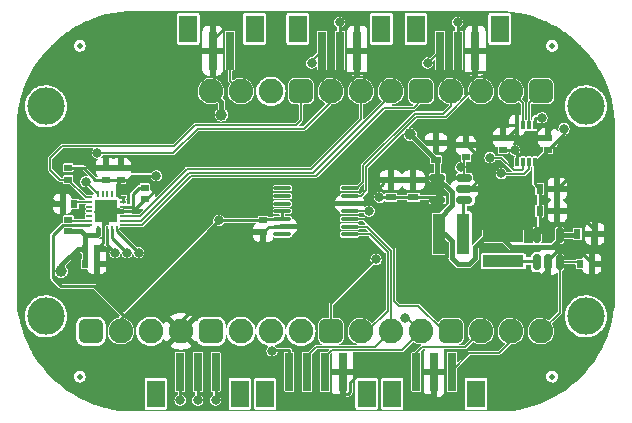
<source format=gbr>
%TF.GenerationSoftware,KiCad,Pcbnew,6.0.9*%
%TF.CreationDate,2022-11-20T22:09:46-05:00*%
%TF.ProjectId,biym-board,6269796d-2d62-46f6-9172-642e6b696361,1.2*%
%TF.SameCoordinates,Original*%
%TF.FileFunction,Copper,L1,Top*%
%TF.FilePolarity,Positive*%
%FSLAX46Y46*%
G04 Gerber Fmt 4.6, Leading zero omitted, Abs format (unit mm)*
G04 Created by KiCad (PCBNEW 6.0.9) date 2022-11-20 22:09:46*
%MOMM*%
%LPD*%
G01*
G04 APERTURE LIST*
G04 Aperture macros list*
%AMRoundRect*
0 Rectangle with rounded corners*
0 $1 Rounding radius*
0 $2 $3 $4 $5 $6 $7 $8 $9 X,Y pos of 4 corners*
0 Add a 4 corners polygon primitive as box body*
4,1,4,$2,$3,$4,$5,$6,$7,$8,$9,$2,$3,0*
0 Add four circle primitives for the rounded corners*
1,1,$1+$1,$2,$3*
1,1,$1+$1,$4,$5*
1,1,$1+$1,$6,$7*
1,1,$1+$1,$8,$9*
0 Add four rect primitives between the rounded corners*
20,1,$1+$1,$2,$3,$4,$5,0*
20,1,$1+$1,$4,$5,$6,$7,0*
20,1,$1+$1,$6,$7,$8,$9,0*
20,1,$1+$1,$8,$9,$2,$3,0*%
G04 Aperture macros list end*
%TA.AperFunction,SMDPad,CuDef*%
%ADD10RoundRect,0.520700X0.520700X0.520700X-0.520700X0.520700X-0.520700X-0.520700X0.520700X-0.520700X0*%
%TD*%
%TA.AperFunction,SMDPad,CuDef*%
%ADD11C,2.082800*%
%TD*%
%TA.AperFunction,SMDPad,CuDef*%
%ADD12RoundRect,0.520700X-0.520700X-0.520700X0.520700X-0.520700X0.520700X0.520700X-0.520700X0.520700X0*%
%TD*%
%TA.AperFunction,SMDPad,CuDef*%
%ADD13C,0.500000*%
%TD*%
%TA.AperFunction,SMDPad,CuDef*%
%ADD14R,0.889000X0.609600*%
%TD*%
%TA.AperFunction,SMDPad,CuDef*%
%ADD15R,0.700000X0.600000*%
%TD*%
%TA.AperFunction,SMDPad,CuDef*%
%ADD16R,1.500000X2.300000*%
%TD*%
%TA.AperFunction,SMDPad,CuDef*%
%ADD17R,0.700000X3.200000*%
%TD*%
%TA.AperFunction,SMDPad,CuDef*%
%ADD18R,0.609600X0.889000*%
%TD*%
%TA.AperFunction,SMDPad,CuDef*%
%ADD19RoundRect,0.150000X0.512500X0.150000X-0.512500X0.150000X-0.512500X-0.150000X0.512500X-0.150000X0*%
%TD*%
%TA.AperFunction,SMDPad,CuDef*%
%ADD20R,0.600000X0.700000*%
%TD*%
%TA.AperFunction,ComponentPad*%
%ADD21C,3.175000*%
%TD*%
%TA.AperFunction,SMDPad,CuDef*%
%ADD22RoundRect,0.150000X0.150000X-0.512500X0.150000X0.512500X-0.150000X0.512500X-0.150000X-0.512500X0*%
%TD*%
%TA.AperFunction,SMDPad,CuDef*%
%ADD23R,0.300000X0.800000*%
%TD*%
%TA.AperFunction,SMDPad,CuDef*%
%ADD24R,1.000000X3.400000*%
%TD*%
%TA.AperFunction,SMDPad,CuDef*%
%ADD25RoundRect,0.050000X-0.185000X-0.050000X0.185000X-0.050000X0.185000X0.050000X-0.185000X0.050000X0*%
%TD*%
%TA.AperFunction,SMDPad,CuDef*%
%ADD26RoundRect,0.050000X-0.050000X-0.185000X0.050000X-0.185000X0.050000X0.185000X-0.050000X0.185000X0*%
%TD*%
%TA.AperFunction,ComponentPad*%
%ADD27C,0.500000*%
%TD*%
%TA.AperFunction,SMDPad,CuDef*%
%ADD28RoundRect,0.050000X-0.900000X-0.900000X0.900000X-0.900000X0.900000X0.900000X-0.900000X0.900000X0*%
%TD*%
%TA.AperFunction,SMDPad,CuDef*%
%ADD29R,3.400000X1.000000*%
%TD*%
%TA.AperFunction,SMDPad,CuDef*%
%ADD30RoundRect,0.100000X0.637500X0.100000X-0.637500X0.100000X-0.637500X-0.100000X0.637500X-0.100000X0*%
%TD*%
%TA.AperFunction,ViaPad*%
%ADD31C,0.800000*%
%TD*%
%TA.AperFunction,ViaPad*%
%ADD32C,1.000000*%
%TD*%
%TA.AperFunction,Conductor*%
%ADD33C,0.250000*%
%TD*%
%TA.AperFunction,Conductor*%
%ADD34C,0.200000*%
%TD*%
%TA.AperFunction,Conductor*%
%ADD35C,0.400000*%
%TD*%
G04 APERTURE END LIST*
D10*
%TO.P,P7,1,P1*%
%TO.N,/~{DRIVER_FAULT}*%
X138730000Y-89840000D03*
D11*
%TO.P,P7,2,P2*%
%TO.N,/featherwing-nrf52-pogo/VUSB*%
X136190000Y-89840000D03*
%TO.P,P7,3,P3*%
%TO.N,/~{DISABLE_ALL_POWER}*%
X133650000Y-89840000D03*
%TO.P,P7,4,P4*%
%TO.N,/VBATTERY*%
X131110000Y-89840000D03*
%TD*%
D10*
%TO.P,P6,1,P1*%
%TO.N,/DRIVER_PWM_C*%
X148890000Y-89840000D03*
D11*
%TO.P,P6,2,P2*%
%TO.N,/DRIVER_PWM_B*%
X146350000Y-89840000D03*
%TO.P,P6,3,P3*%
%TO.N,/DRIVER_PWM_A*%
X143810000Y-89840000D03*
%TO.P,P6,4,P4*%
%TO.N,/~{DRIVER_SLEEP}*%
X141270000Y-89840000D03*
%TD*%
D10*
%TO.P,P5,1,P1*%
%TO.N,/SERVO_SIGNAL_0*%
X159050000Y-89840000D03*
D11*
%TO.P,P5,2,P2*%
%TO.N,/SERVO_SIGNAL_1*%
X156510000Y-89840000D03*
%TO.P,P5,3,P3*%
%TO.N,/ENCODER_B*%
X153970000Y-89840000D03*
%TO.P,P5,4,P4*%
%TO.N,/ENCODER_A*%
X151430000Y-89840000D03*
%TD*%
D12*
%TO.P,P4,1,P1*%
%TO.N,/MISO*%
X151430000Y-110160000D03*
D11*
%TO.P,P4,2,P2*%
%TO.N,/GPIO_1*%
X153970000Y-110160000D03*
%TO.P,P4,3,P3*%
%TO.N,/GPIO_0*%
X156510000Y-110160000D03*
%TO.P,P4,4,P4*%
%TO.N,/ENABLE_SERVO_POWER*%
X159050000Y-110160000D03*
%TD*%
D12*
%TO.P,P3,1,P1*%
%TO.N,/ENABLE_LED_POWER*%
X141270000Y-110160000D03*
D11*
%TO.P,P3,2,P2*%
%TO.N,/~{ENCODER_CS}*%
X143810000Y-110160000D03*
%TO.P,P3,3,P3*%
%TO.N,/SCK*%
X146350000Y-110160000D03*
%TO.P,P3,4,P4*%
%TO.N,/MOSI*%
X148890000Y-110160000D03*
%TD*%
D12*
%TO.P,P2,1,P1*%
%TO.N,/featherwing-nrf52-pogo/GPIO{slash}14{slash}A0-HS*%
X131110000Y-110160000D03*
D11*
%TO.P,P2,2,P2*%
%TO.N,/featherwing-nrf52-pogo/GPIO{slash}15{slash}A1-HS*%
X133650000Y-110160000D03*
%TO.P,P2,3,P3*%
%TO.N,/featherwing-nrf52-pogo/GPIO{slash}16{slash}A2-LS*%
X136190000Y-110160000D03*
%TO.P,P2,4,P4*%
%TO.N,/featherwing-nrf52-pogo/GPIO{slash}17{slash}A3-LS*%
X138730000Y-110160000D03*
%TD*%
D12*
%TO.P,P1,1,P1*%
%TO.N,/featherwing-nrf52-pogo/~{RESET}*%
X120950000Y-110160000D03*
D11*
%TO.P,P1,2,P2*%
%TO.N,/VDIGITAL*%
X123490000Y-110160000D03*
%TO.P,P1,3,P3*%
%TO.N,/featherwing-nrf52-pogo/GPIO{slash}21{slash}AREF{slash}A7-LS*%
X126030000Y-110160000D03*
%TO.P,P1,4,P4*%
%TO.N,/GND*%
X128570000Y-110160000D03*
%TD*%
D13*
%TO.P,FID4,*%
%TO.N,*%
X120000000Y-114000000D03*
%TD*%
%TO.P,FID3,*%
%TO.N,*%
X160000000Y-114000000D03*
%TD*%
%TO.P,FID2,*%
%TO.N,*%
X160000000Y-86000000D03*
%TD*%
%TO.P,FID1,*%
%TO.N,*%
X120000000Y-86000000D03*
%TD*%
D14*
%TO.P,C13,1*%
%TO.N,/VLED*%
X146350000Y-98831600D03*
%TO.P,C13,2*%
%TO.N,/GND*%
X146350000Y-97358400D03*
%TD*%
D15*
%TO.P,C4,1*%
%TO.N,/VDIGITAL*%
X122220000Y-97325000D03*
%TO.P,C4,2*%
%TO.N,/GND*%
X122220000Y-96325000D03*
%TD*%
D16*
%TO.P,J1,*%
%TO.N,*%
X129200000Y-84550000D03*
X134800000Y-84550000D03*
D17*
%TO.P,J1,1,Pin_1*%
%TO.N,/GND*%
X131250000Y-86400000D03*
%TO.P,J1,2,Pin_2*%
%TO.N,/~{DISABLE_ALL_POWER}*%
X132750000Y-86400000D03*
%TD*%
D16*
%TO.P,J5,*%
%TO.N,*%
X145550000Y-84550000D03*
X138450000Y-84550000D03*
D17*
%TO.P,J5,1,Pin_1*%
%TO.N,/servo/TRANSLATED_SIGNAL_1*%
X140500000Y-86400000D03*
%TO.P,J5,2,Pin_2*%
%TO.N,/VSERVO*%
X142000000Y-86400000D03*
%TO.P,J5,3,Pin_3*%
%TO.N,/GND*%
X143500000Y-86400000D03*
%TD*%
D15*
%TO.P,R1,1*%
%TO.N,/VDIGITAL*%
X119045000Y-96325000D03*
%TO.P,R1,2*%
%TO.N,/~{DRIVER_FAULT}*%
X119045000Y-97325000D03*
%TD*%
D18*
%TO.P,C14,1*%
%TO.N,/VBATTERY*%
X162123400Y-101905000D03*
%TO.P,C14,2*%
%TO.N,/GND*%
X163596600Y-101905000D03*
%TD*%
D16*
%TO.P,J2,*%
%TO.N,*%
X126450000Y-115450000D03*
X133550000Y-115450000D03*
D17*
%TO.P,J2,1,Pin_1*%
%TO.N,/driver/MOTOR_C*%
X131500000Y-113600000D03*
%TO.P,J2,2,Pin_2*%
%TO.N,/driver/MOTOR_B*%
X130000000Y-113600000D03*
%TO.P,J2,3,Pin_3*%
%TO.N,/driver/MOTOR_A*%
X128500000Y-113600000D03*
%TD*%
D19*
%TO.P,U4,1,LX*%
%TO.N,/power/boost-led/LX*%
X152567500Y-99045000D03*
%TO.P,U4,2,GND*%
%TO.N,/GND*%
X152567500Y-98095000D03*
%TO.P,U4,3,CE*%
%TO.N,/ENABLE_LED_POWER*%
X152567500Y-97145000D03*
%TO.P,U4,4,VIN*%
%TO.N,/VBATTERY*%
X150292500Y-97145000D03*
%TO.P,U4,5,VOUT*%
%TO.N,/VLED*%
X150292500Y-99045000D03*
%TD*%
D20*
%TO.P,C1,1*%
%TO.N,/VBATTERY*%
X120450000Y-103175000D03*
%TO.P,C1,2*%
%TO.N,/GND*%
X121450000Y-103175000D03*
%TD*%
D21*
%TO.P,FW1,*%
%TO.N,*%
X162860000Y-91110000D03*
X117140000Y-91110000D03*
X162860000Y-108890000D03*
X117140000Y-108890000D03*
%TD*%
D18*
%TO.P,C15,1*%
%TO.N,/VSERVO*%
X158948400Y-100000000D03*
%TO.P,C15,2*%
%TO.N,/GND*%
X160421600Y-100000000D03*
%TD*%
D15*
%TO.P,C2,1*%
%TO.N,/VDIGITAL*%
X123490000Y-97325000D03*
%TO.P,C2,2*%
%TO.N,/GND*%
X123490000Y-96325000D03*
%TD*%
D14*
%TO.P,C11,1*%
%TO.N,/VBATTERY*%
X150160000Y-95656600D03*
%TO.P,C11,2*%
%TO.N,/GND*%
X150160000Y-94183400D03*
%TD*%
D15*
%TO.P,C5,1*%
%TO.N,/VBATTERY*%
X119050000Y-101700000D03*
%TO.P,C5,2*%
%TO.N,/driver/CP*%
X119050000Y-100700000D03*
%TD*%
D20*
%TO.P,C7,1*%
%TO.N,/driver/CSAREF*%
X119545000Y-99365000D03*
%TO.P,C7,2*%
%TO.N,/GND*%
X118545000Y-99365000D03*
%TD*%
D18*
%TO.P,C16,1*%
%TO.N,/VSERVO*%
X158948400Y-98095000D03*
%TO.P,C16,2*%
%TO.N,/GND*%
X160421600Y-98095000D03*
%TD*%
D16*
%TO.P,J6,*%
%TO.N,*%
X153550000Y-115450000D03*
X146450000Y-115450000D03*
D17*
%TO.P,J6,1,Pin_1*%
%TO.N,/GPIO_0*%
X151500000Y-113600000D03*
%TO.P,J6,2,Pin_2*%
%TO.N,/GND*%
X150000000Y-113600000D03*
%TO.P,J6,3,Pin_3*%
%TO.N,/GPIO_1*%
X148500000Y-113600000D03*
%TD*%
D20*
%TO.P,R3,1*%
%TO.N,/ENABLE_SERVO_POWER*%
X162360000Y-104445000D03*
%TO.P,R3,2*%
%TO.N,/GND*%
X163360000Y-104445000D03*
%TD*%
D22*
%TO.P,U5,1,LX*%
%TO.N,/power/boost-servo/LX*%
X158735000Y-104312500D03*
%TO.P,U5,2,GND*%
%TO.N,/GND*%
X159685000Y-104312500D03*
%TO.P,U5,3,CE*%
%TO.N,/ENABLE_SERVO_POWER*%
X160635000Y-104312500D03*
%TO.P,U5,4,VIN*%
%TO.N,/VBATTERY*%
X160635000Y-102037500D03*
%TO.P,U5,5,VOUT*%
%TO.N,/VSERVO*%
X158735000Y-102037500D03*
%TD*%
D23*
%TO.P,U3,1,VCCA*%
%TO.N,/VDIGITAL*%
X158530000Y-92735000D03*
%TO.P,U3,2,A1*%
%TO.N,/SERVO_SIGNAL_0*%
X158030000Y-92735000D03*
%TO.P,U3,3,A2*%
%TO.N,/SERVO_SIGNAL_1*%
X157530000Y-92735000D03*
%TO.P,U3,4,GND*%
%TO.N,/GND*%
X157030000Y-92735000D03*
%TO.P,U3,5,DIR*%
%TO.N,/VDIGITAL*%
X157030000Y-95835000D03*
%TO.P,U3,6,B2*%
%TO.N,/servo/TRANSLATED_SIGNAL_1*%
X157530000Y-95835000D03*
%TO.P,U3,7,B1*%
%TO.N,/servo/TRANSLATED_SIGNAL_0*%
X158030000Y-95835000D03*
%TO.P,U3,8,VCCB*%
%TO.N,/VSERVO*%
X158530000Y-95835000D03*
%TD*%
D24*
%TO.P,L1,1,1*%
%TO.N,/VBATTERY*%
X150380000Y-101905000D03*
%TO.P,L1,2,2*%
%TO.N,/power/boost-led/LX*%
X152480000Y-101905000D03*
%TD*%
D15*
%TO.P,C10,1*%
%TO.N,/VSERVO*%
X159685000Y-94785000D03*
%TO.P,C10,2*%
%TO.N,/GND*%
X159685000Y-93785000D03*
%TD*%
D14*
%TO.P,C12,1*%
%TO.N,/VLED*%
X148255000Y-98831600D03*
%TO.P,C12,2*%
%TO.N,/GND*%
X148255000Y-97358400D03*
%TD*%
D15*
%TO.P,C9,1*%
%TO.N,/VDIGITAL*%
X155875000Y-94785000D03*
%TO.P,C9,2*%
%TO.N,/GND*%
X155875000Y-93785000D03*
%TD*%
%TO.P,C8,1*%
%TO.N,/VDIGITAL*%
X135555000Y-100770000D03*
%TO.P,C8,2*%
%TO.N,/GND*%
X135555000Y-101770000D03*
%TD*%
%TO.P,R2,1*%
%TO.N,/ENABLE_LED_POWER*%
X152700000Y-95420000D03*
%TO.P,R2,2*%
%TO.N,/GND*%
X152700000Y-94420000D03*
%TD*%
D25*
%TO.P,U1,1,~{FAULT}*%
%TO.N,/~{DRIVER_FAULT}*%
X120755000Y-98800000D03*
%TO.P,U1,2,CSAREF*%
%TO.N,/driver/CSAREF*%
X120755000Y-99200000D03*
%TO.P,U1,3,SOC*%
%TO.N,unconnected-(U1-Pad3)*%
X120755000Y-99600000D03*
%TO.P,U1,4,SOB*%
%TO.N,unconnected-(U1-Pad4)*%
X120755000Y-100000000D03*
%TO.P,U1,5,SOA*%
%TO.N,unconnected-(U1-Pad5)*%
X120755000Y-100400000D03*
%TO.P,U1,6,CP*%
%TO.N,/driver/CP*%
X120755000Y-100800000D03*
%TO.P,U1,7,VIN_AVDD*%
%TO.N,/VDIGITAL*%
X120755000Y-101200000D03*
D26*
%TO.P,U1,8,VM*%
%TO.N,/VBATTERY*%
X121550000Y-101465000D03*
%TO.P,U1,9,PGND*%
%TO.N,/GND*%
X121950000Y-101465000D03*
%TO.P,U1,10,OUTA*%
%TO.N,/driver/MOTOR_A*%
X122350000Y-101465000D03*
%TO.P,U1,11,OUTB*%
%TO.N,/driver/MOTOR_B*%
X122750000Y-101465000D03*
%TO.P,U1,12,OUTC*%
%TO.N,/driver/MOTOR_C*%
X123150000Y-101465000D03*
D25*
%TO.P,U1,13,INHC*%
%TO.N,/DRIVER_PWM_C*%
X123685000Y-101200000D03*
%TO.P,U1,14,INHB*%
%TO.N,/DRIVER_PWM_B*%
X123685000Y-100800000D03*
%TO.P,U1,15,INHA*%
%TO.N,/DRIVER_PWM_A*%
X123685000Y-100400000D03*
%TO.P,U1,16,AGND*%
%TO.N,/GND*%
X123685000Y-100000000D03*
%TO.P,U1,17,AVDD*%
%TO.N,/driver/VDD*%
X123685000Y-99600000D03*
%TO.P,U1,18,INLA*%
%TO.N,/VDIGITAL*%
X123685000Y-99200000D03*
%TO.P,U1,19,INLB*%
X123685000Y-98800000D03*
D26*
%TO.P,U1,20,INLC*%
X123150000Y-98535000D03*
%TO.P,U1,21,GAIN*%
%TO.N,unconnected-(U1-Pad21)*%
X122750000Y-98535000D03*
%TO.P,U1,22,SLEW*%
%TO.N,unconnected-(U1-Pad22)*%
X122350000Y-98535000D03*
%TO.P,U1,23,MODE*%
%TO.N,unconnected-(U1-Pad23)*%
X121950000Y-98535000D03*
%TO.P,U1,24,~{SLEEP}*%
%TO.N,/~{DRIVER_SLEEP}*%
X121550000Y-98535000D03*
D27*
%TO.P,U1,25,PAD*%
%TO.N,/GND*%
X121520000Y-100000000D03*
D28*
X122220000Y-100000000D03*
D27*
X122220000Y-100000000D03*
X122920000Y-100000000D03*
X122220000Y-100700000D03*
X122220000Y-99300000D03*
%TD*%
D20*
%TO.P,C3,1*%
%TO.N,/VBATTERY*%
X120450000Y-104445000D03*
%TO.P,C3,2*%
%TO.N,/GND*%
X121450000Y-104445000D03*
%TD*%
D16*
%TO.P,J3,*%
%TO.N,*%
X135700000Y-115450000D03*
X144300000Y-115450000D03*
D17*
%TO.P,J3,1,Pin_1*%
%TO.N,/GND*%
X142250000Y-113600000D03*
%TO.P,J3,2,Pin_2*%
%TO.N,/MOSI*%
X140750000Y-113600000D03*
%TO.P,J3,3,Pin_3*%
%TO.N,/SCK*%
X139250000Y-113600000D03*
%TO.P,J3,4,Pin_4*%
%TO.N,/VLED*%
X137750000Y-113600000D03*
%TD*%
D16*
%TO.P,J4,*%
%TO.N,*%
X155550000Y-84550000D03*
X148450000Y-84550000D03*
D17*
%TO.P,J4,1,Pin_1*%
%TO.N,/servo/TRANSLATED_SIGNAL_0*%
X150500000Y-86400000D03*
%TO.P,J4,2,Pin_2*%
%TO.N,/VSERVO*%
X152000000Y-86400000D03*
%TO.P,J4,3,Pin_3*%
%TO.N,/GND*%
X153500000Y-86400000D03*
%TD*%
D29*
%TO.P,L2,1,1*%
%TO.N,/VBATTERY*%
X155875000Y-102125000D03*
%TO.P,L2,2,2*%
%TO.N,/power/boost-servo/LX*%
X155875000Y-104225000D03*
%TD*%
D15*
%TO.P,C6,1*%
%TO.N,/driver/VDD*%
X125500000Y-98000000D03*
%TO.P,C6,2*%
%TO.N,/GND*%
X125500000Y-99000000D03*
%TD*%
D30*
%TO.P,U2,1,~{CS}*%
%TO.N,/~{ENCODER_CS}*%
X142862500Y-101950000D03*
%TO.P,U2,2,CLK*%
%TO.N,/SCK*%
X142862500Y-101300000D03*
%TO.P,U2,3,MISO*%
%TO.N,/MISO*%
X142862500Y-100650000D03*
%TO.P,U2,4,MOSI*%
%TO.N,/MOSI*%
X142862500Y-100000000D03*
%TO.P,U2,5,TEST*%
%TO.N,/GND*%
X142862500Y-99350000D03*
%TO.P,U2,6,B*%
%TO.N,/ENCODER_B*%
X142862500Y-98700000D03*
%TO.P,U2,7,A*%
%TO.N,/ENCODER_A*%
X142862500Y-98050000D03*
%TO.P,U2,8,W/PWM*%
%TO.N,unconnected-(U2-Pad8)*%
X137137500Y-98050000D03*
%TO.P,U2,9,V*%
%TO.N,unconnected-(U2-Pad9)*%
X137137500Y-98700000D03*
%TO.P,U2,10,U*%
%TO.N,unconnected-(U2-Pad10)*%
X137137500Y-99350000D03*
%TO.P,U2,11,VDD*%
%TO.N,/VDIGITAL*%
X137137500Y-100000000D03*
%TO.P,U2,12,VDD3V3*%
X137137500Y-100650000D03*
%TO.P,U2,13,GND*%
%TO.N,/GND*%
X137137500Y-101300000D03*
%TO.P,U2,14,I/PWM*%
%TO.N,unconnected-(U2-Pad14)*%
X137137500Y-101950000D03*
%TD*%
D31*
%TO.N,/VDIGITAL*%
X131778600Y-100770000D03*
X126500000Y-97000000D03*
X156828700Y-94828600D03*
X159134700Y-92085000D03*
%TO.N,/MOSI*%
X144500000Y-100000000D03*
X147500000Y-109000000D03*
%TO.N,/VSERVO*%
X142000000Y-84000000D03*
X161000000Y-93000000D03*
X152000000Y-84000000D03*
%TO.N,/VLED*%
X145376300Y-98831600D03*
X136278300Y-111818500D03*
%TO.N,/~{DRIVER_SLEEP}*%
X120500000Y-97500000D03*
X121500000Y-95074500D03*
%TO.N,/ENABLE_LED_POWER*%
X152243600Y-96287500D03*
X145081800Y-104075800D03*
D32*
%TO.N,/VBATTERY*%
X118410000Y-105080000D03*
X148000000Y-93500000D03*
X132000000Y-91825500D03*
D31*
%TO.N,/driver/MOTOR_A*%
X128500000Y-116000000D03*
X123000000Y-103500000D03*
%TO.N,/driver/MOTOR_B*%
X124000000Y-103500000D03*
X130000000Y-116000000D03*
%TO.N,/driver/MOTOR_C*%
X125000000Y-103500000D03*
X131500000Y-116000000D03*
%TO.N,/servo/TRANSLATED_SIGNAL_0*%
X149446400Y-87453600D03*
X155693500Y-96800000D03*
%TO.N,/servo/TRANSLATED_SIGNAL_1*%
X139635500Y-87450200D03*
X154736600Y-95458600D03*
%TD*%
D33*
%TO.N,/GND*%
X144506300Y-98810500D02*
X151095800Y-105400000D01*
X151095800Y-105400000D02*
X159150000Y-105400000D01*
X159150000Y-105400000D02*
X159685000Y-104865000D01*
X159685000Y-104865000D02*
X159685000Y-104312500D01*
%TO.N,/VDIGITAL*%
X156785000Y-94785000D02*
X155875000Y-94785000D01*
X156828700Y-94828600D02*
X156785000Y-94785000D01*
X122220000Y-97325000D02*
X123490000Y-97325000D01*
X137138000Y-100000000D02*
X137137500Y-100000000D01*
X137137500Y-100650000D02*
X137138000Y-100650000D01*
X158530000Y-92735000D02*
X158530000Y-92085000D01*
X120755000Y-101200000D02*
X118550000Y-101200000D01*
X123685000Y-98800000D02*
X123415000Y-98800000D01*
X135675000Y-100650000D02*
X137137500Y-100650000D01*
X131778600Y-100770000D02*
X123715800Y-108832800D01*
X123415000Y-98800000D02*
X123150000Y-98535000D01*
X123150000Y-97665000D02*
X123490000Y-97325000D01*
X123490000Y-109058600D02*
X123490000Y-110160000D01*
X117710000Y-105650000D02*
X118410000Y-106350000D01*
X157030000Y-95835000D02*
X157030000Y-95030000D01*
X135555000Y-100770000D02*
X131778600Y-100770000D01*
X123150000Y-98535000D02*
X123150000Y-97665000D01*
X123685000Y-99200000D02*
X123685000Y-98800000D01*
X117710000Y-102040000D02*
X117710000Y-105650000D01*
X118410000Y-106350000D02*
X121233000Y-106350000D01*
X121325000Y-97325000D02*
X120325000Y-96325000D01*
X123715800Y-108832800D02*
X123490000Y-109058600D01*
X159134700Y-92085000D02*
X158530000Y-92085000D01*
X124090000Y-97325000D02*
X123490000Y-97325000D01*
X120325000Y-96325000D02*
X119045000Y-96325000D01*
X121233000Y-106350000D02*
X123715800Y-108832800D01*
X157030000Y-95030000D02*
X156828700Y-94828600D01*
X126500000Y-97000000D02*
X124415000Y-97000000D01*
X124415000Y-97000000D02*
X124090000Y-97325000D01*
X122220000Y-97325000D02*
X121325000Y-97325000D01*
X135555000Y-100770000D02*
X135675000Y-100650000D01*
X137138000Y-100650000D02*
X137138000Y-100000000D01*
X118550000Y-101200000D02*
X117710000Y-102040000D01*
%TO.N,/GND*%
X142850000Y-114524900D02*
X142850000Y-115300000D01*
X147368000Y-113955200D02*
X143419700Y-113955200D01*
X133425400Y-85595000D02*
X136155800Y-88325400D01*
X123685000Y-100000000D02*
X122920000Y-100000000D01*
X160340000Y-103450000D02*
X162450000Y-103450000D01*
X149924600Y-115525400D02*
X147976200Y-115525400D01*
X161640400Y-96876400D02*
X161640400Y-92735200D01*
X137137500Y-101300000D02*
X139200000Y-101300000D01*
X140175000Y-99736400D02*
X137922800Y-97484200D01*
X121950000Y-101465000D02*
X121950000Y-102675000D01*
X142174600Y-115525400D02*
X142250000Y-115450000D01*
X122220000Y-100000000D02*
X121520000Y-100000000D01*
X158000000Y-94000000D02*
X158215000Y-93785000D01*
X157500000Y-94000000D02*
X158000000Y-94000000D01*
X159685000Y-93785000D02*
X159685000Y-93235000D01*
X160422000Y-100000000D02*
X160422000Y-98095000D01*
X137922800Y-97484200D02*
X132974200Y-97484200D01*
X146350000Y-97358400D02*
X145655500Y-97358400D01*
X163360000Y-104360000D02*
X163360000Y-104445000D01*
X161211000Y-100000000D02*
X160422000Y-100000000D01*
X134167200Y-111537800D02*
X136987500Y-114358100D01*
X131250000Y-86265600D02*
X131250000Y-86131300D01*
X123685000Y-100000000D02*
X124500000Y-100000000D01*
X160421800Y-98095000D02*
X160422000Y-98095000D01*
X143575400Y-88325400D02*
X153396300Y-88325400D01*
X133425400Y-84648100D02*
X133425400Y-85595000D01*
X153574800Y-95147900D02*
X153574800Y-97535100D01*
X162000000Y-100000000D02*
X161211000Y-100000000D01*
X159989100Y-88221700D02*
X153500000Y-88221700D01*
X125500000Y-99000000D02*
X125630000Y-99000000D01*
X133251900Y-84474600D02*
X133425400Y-84648100D01*
X160524500Y-88757100D02*
X159989100Y-88221700D01*
X157030000Y-92735000D02*
X157030000Y-93530000D01*
X150000000Y-113600000D02*
X150000000Y-115450000D01*
X158215000Y-93785000D02*
X159685000Y-93785000D01*
X142700000Y-115450000D02*
X142250000Y-115450000D01*
X132974200Y-97484200D02*
X126101100Y-104357300D01*
X127300000Y-96760000D02*
X126730000Y-96190000D01*
X121950000Y-100970000D02*
X122220000Y-100700000D01*
X163596600Y-101905400D02*
X163596600Y-101905000D01*
X123625000Y-96190000D02*
X123490000Y-96325000D01*
X137137500Y-101300000D02*
X136025000Y-101300000D01*
X163597000Y-101905000D02*
X163597000Y-101597000D01*
X127300000Y-97330000D02*
X127300000Y-96760000D01*
X145655500Y-97358400D02*
X145655500Y-97661300D01*
X150160000Y-94183400D02*
X152463000Y-94183400D01*
X153014900Y-98095000D02*
X152567500Y-98095000D01*
X118545000Y-99365000D02*
X117995000Y-99365000D01*
X160421800Y-98095000D02*
X161640400Y-96876400D01*
X157030000Y-92735000D02*
X157030000Y-92970000D01*
X153396300Y-88325400D02*
X153500000Y-88221700D01*
X132246900Y-84474600D02*
X133251900Y-84474600D01*
X162450000Y-103450000D02*
X163360000Y-104360000D01*
X147824600Y-114411800D02*
X147368000Y-113955200D01*
X152581500Y-94301700D02*
X152728600Y-94301700D01*
X124500000Y-100000000D02*
X125500000Y-99000000D01*
X163596600Y-101905400D02*
X163597000Y-101905000D01*
X142862500Y-99350000D02*
X143966800Y-99350000D01*
X146350000Y-97358400D02*
X148255000Y-97358400D01*
X125630000Y-99000000D02*
X127300000Y-97330000D01*
X160524500Y-92395500D02*
X159685000Y-93235000D01*
X152581500Y-94301700D02*
X152700000Y-94420000D01*
X160421600Y-98095000D02*
X160421800Y-98095000D01*
X143500000Y-88250000D02*
X143575400Y-88325400D01*
X117072600Y-98442600D02*
X117995000Y-99365000D01*
X157030000Y-92970000D02*
X156215000Y-93785000D01*
X131250000Y-86265600D02*
X126063200Y-86265600D01*
X140175000Y-100325000D02*
X141150000Y-99350000D01*
X163597000Y-101597000D02*
X162000000Y-100000000D01*
X140175000Y-100325000D02*
X140175000Y-99736400D01*
X157030000Y-93530000D02*
X157500000Y-94000000D01*
X122220000Y-96325000D02*
X123490000Y-96325000D01*
X135555000Y-102320000D02*
X128570000Y-109305000D01*
X121950000Y-102675000D02*
X121450000Y-103175000D01*
X153500000Y-86400000D02*
X153500000Y-88221700D01*
X131250000Y-86131300D02*
X131250000Y-85471500D01*
X131250000Y-85471500D02*
X132246900Y-84474600D01*
X143966800Y-99350000D02*
X144506300Y-98810500D01*
X117072600Y-95256200D02*
X117072600Y-98442600D01*
X129947800Y-111537800D02*
X134167200Y-111537800D01*
X161300700Y-92395500D02*
X160524500Y-92395500D01*
X135555000Y-101770000D02*
X135555000Y-102320000D01*
X141150000Y-99350000D02*
X142862000Y-99350000D01*
X163360000Y-102142000D02*
X163596600Y-101905400D01*
X150000000Y-115450000D02*
X149924600Y-115525400D01*
X142250000Y-113600000D02*
X142250000Y-115450000D01*
X121450000Y-104445000D02*
X121450000Y-104357300D01*
X156215000Y-93785000D02*
X155875000Y-93785000D01*
X121450000Y-104357300D02*
X121450000Y-103175000D01*
X143424600Y-88325400D02*
X143500000Y-88250000D01*
X143500000Y-86400000D02*
X143500000Y-88250000D01*
X153574800Y-97535100D02*
X153014900Y-98095000D01*
X159685000Y-104312000D02*
X159685000Y-104312500D01*
X136025000Y-101300000D02*
X135555000Y-101770000D01*
X142862000Y-99350000D02*
X142862500Y-99350000D01*
X159685000Y-104312000D02*
X159685000Y-104105000D01*
X145655500Y-97661300D02*
X144506300Y-98810500D01*
X163360000Y-104445000D02*
X163360000Y-102142000D01*
X136987500Y-114358100D02*
X136987500Y-115087700D01*
X131250000Y-86400000D02*
X131250000Y-86265600D01*
X128570000Y-109305000D02*
X128570000Y-110160000D01*
X137425200Y-115525400D02*
X142174600Y-115525400D01*
X139200000Y-101300000D02*
X140175000Y-100325000D01*
X161211000Y-100000000D02*
X160421600Y-100000000D01*
X126101100Y-104357300D02*
X121450000Y-104357300D01*
X154937700Y-93785000D02*
X153574800Y-95147900D01*
X136155800Y-88325400D02*
X143424600Y-88325400D01*
X122920000Y-100000000D02*
X122220000Y-100000000D01*
X142850000Y-115300000D02*
X142700000Y-115450000D01*
X152463000Y-94183400D02*
X152581500Y-94301700D01*
X121950000Y-101465000D02*
X121950000Y-100970000D01*
X126063200Y-86265600D02*
X117072600Y-95256200D01*
X136987500Y-115087700D02*
X137425200Y-115525400D01*
X147824600Y-115373800D02*
X147824600Y-114411800D01*
X152728600Y-94301700D02*
X153574800Y-95147900D01*
X155875000Y-93785000D02*
X154937700Y-93785000D01*
X126730000Y-96190000D02*
X123625000Y-96190000D01*
X147976200Y-115525400D02*
X147824600Y-115373800D01*
X160524500Y-92395500D02*
X160524500Y-88757100D01*
X161640400Y-92735200D02*
X161300700Y-92395500D01*
X159685000Y-104105000D02*
X160340000Y-103450000D01*
X143419700Y-113955200D02*
X142850000Y-114524900D01*
X128570000Y-110160000D02*
X129947800Y-111537800D01*
D34*
%TO.N,/ENCODER_A*%
X148386092Y-91725000D02*
X150775000Y-91725000D01*
X142862300Y-98049800D02*
X143450200Y-98049800D01*
X144000000Y-96111092D02*
X148386092Y-91725000D01*
X143450200Y-98049800D02*
X144000000Y-97500000D01*
X150775000Y-91725000D02*
X151430000Y-91070000D01*
X144000000Y-97500000D02*
X144000000Y-96111092D01*
X151430000Y-91070000D02*
X151430000Y-89840000D01*
X142862500Y-98050000D02*
X142862300Y-98049800D01*
%TO.N,/ENCODER_B*%
X144275000Y-98225000D02*
X144275000Y-96225000D01*
X144275000Y-96225000D02*
X148500000Y-92000000D01*
X142862500Y-98700000D02*
X143800000Y-98700000D01*
X143800000Y-98700000D02*
X144275000Y-98225000D01*
X148500000Y-92000000D02*
X151000000Y-92000000D01*
X153160000Y-89840000D02*
X153970000Y-89840000D01*
X151000000Y-92000000D02*
X153160000Y-89840000D01*
%TO.N,/GPIO_0*%
X156510000Y-110990000D02*
X156510000Y-110160000D01*
X153000000Y-112000000D02*
X155500000Y-112000000D01*
X151500000Y-113600000D02*
X151500000Y-113500000D01*
X151500000Y-113500000D02*
X153000000Y-112000000D01*
X155500000Y-112000000D02*
X156510000Y-110990000D01*
%TO.N,/GPIO_1*%
X148500000Y-112000000D02*
X149000000Y-111500000D01*
X148500000Y-113600000D02*
X148500000Y-112000000D01*
X152630000Y-111500000D02*
X153970000Y-110160000D01*
X149000000Y-111500000D02*
X152630000Y-111500000D01*
%TO.N,/SCK*%
X145010000Y-111500000D02*
X146350000Y-110160000D01*
X139250000Y-113600000D02*
X139250000Y-112250000D01*
X144300000Y-101300000D02*
X146350000Y-103350000D01*
X139250000Y-112250000D02*
X140000000Y-111500000D01*
X146350000Y-103350000D02*
X146350000Y-110160000D01*
X140000000Y-111500000D02*
X145010000Y-111500000D01*
X142862500Y-101300000D02*
X144300000Y-101300000D01*
%TO.N,/MOSI*%
X147275000Y-111775000D02*
X148890000Y-110160000D01*
X147730000Y-109000000D02*
X148890000Y-110160000D01*
X144500000Y-100000000D02*
X142862500Y-100000000D01*
X147500000Y-109000000D02*
X147730000Y-109000000D01*
X141325000Y-111775000D02*
X147275000Y-111775000D01*
X140750000Y-113600000D02*
X140750000Y-112350000D01*
X140750000Y-112350000D02*
X141325000Y-111775000D01*
%TO.N,/MISO*%
X147000000Y-108000000D02*
X148657000Y-108000000D01*
X144039000Y-100650000D02*
X146625000Y-103236000D01*
X148657000Y-108000000D02*
X150817000Y-110160000D01*
X150817000Y-110160000D02*
X151430000Y-110160000D01*
X146625000Y-107625000D02*
X147000000Y-108000000D01*
X142862500Y-100650000D02*
X144039000Y-100650000D01*
X146625000Y-103236000D02*
X146625000Y-107625000D01*
D33*
%TO.N,/VSERVO*%
X158948400Y-99217000D02*
X158948400Y-98095000D01*
X158948000Y-100339900D02*
X158948400Y-100339500D01*
X142000000Y-84000000D02*
X142000000Y-86400000D01*
X159685000Y-94785000D02*
X161000000Y-93470000D01*
X158948400Y-100339500D02*
X158948400Y-100000000D01*
X158530000Y-97676600D02*
X158530000Y-95835000D01*
X158735200Y-102037700D02*
X158948000Y-101824000D01*
X158530000Y-95835000D02*
X158635000Y-95835000D01*
X158948000Y-99217400D02*
X158948400Y-99217000D01*
X158948000Y-99217400D02*
X158948000Y-98095000D01*
X152000000Y-86400000D02*
X152000000Y-84000000D01*
X158948000Y-101824000D02*
X158948000Y-100339900D01*
X158948000Y-98095000D02*
X158530000Y-97676600D01*
X158635000Y-95835000D02*
X159685000Y-94785000D01*
X161000000Y-93470000D02*
X161000000Y-93000000D01*
X158948000Y-100339900D02*
X158948000Y-99217400D01*
%TO.N,/VLED*%
X137750000Y-113600000D02*
X137750000Y-111750000D01*
X146350000Y-98831600D02*
X148255000Y-98831600D01*
X150185500Y-98938300D02*
X150292000Y-99045000D01*
X146350000Y-98831600D02*
X145376300Y-98831600D01*
X150185500Y-98938300D02*
X150185800Y-98938300D01*
X148255000Y-98831600D02*
X150079000Y-98831600D01*
X136278300Y-111818500D02*
X136346800Y-111750000D01*
X150185800Y-98938300D02*
X150292500Y-99045000D01*
X136346800Y-111750000D02*
X137750000Y-111750000D01*
X150079000Y-98831600D02*
X150185500Y-98938300D01*
D34*
%TO.N,/~{DRIVER_FAULT}*%
X120520000Y-98800000D02*
X119045000Y-97325000D01*
X129775000Y-92725000D02*
X138275000Y-92725000D01*
X120755000Y-98800000D02*
X120520000Y-98800000D01*
X138730000Y-92270000D02*
X138730000Y-89840000D01*
X119045000Y-97325000D02*
X118325000Y-97325000D01*
X138275000Y-92725000D02*
X138730000Y-92270000D01*
X118500000Y-94500000D02*
X128000000Y-94500000D01*
X117500000Y-95500000D02*
X118500000Y-94500000D01*
X118325000Y-97325000D02*
X117500000Y-96500000D01*
X117500000Y-96500000D02*
X117500000Y-95500000D01*
X128000000Y-94500000D02*
X129775000Y-92725000D01*
%TO.N,/~{DRIVER_SLEEP}*%
X141270000Y-90730000D02*
X141270000Y-89840000D01*
X121535000Y-98535000D02*
X120500000Y-97500000D01*
X121500000Y-95074500D02*
X127926000Y-95074500D01*
X121550000Y-98535000D02*
X121535000Y-98535000D01*
X130000000Y-93000000D02*
X139000000Y-93000000D01*
X139000000Y-93000000D02*
X141270000Y-90730000D01*
X127926000Y-95074500D02*
X130000000Y-93000000D01*
%TO.N,/DRIVER_PWM_A*%
X128039400Y-97460600D02*
X129050000Y-96450000D01*
X125100000Y-100400000D02*
X128039000Y-97460600D01*
X143810000Y-92190000D02*
X143810000Y-89840000D01*
X128039000Y-97460600D02*
X128039400Y-97460600D01*
X123685000Y-100400000D02*
X125100000Y-100400000D01*
X129050000Y-96450000D02*
X139550000Y-96450000D01*
X139550000Y-96450000D02*
X143810000Y-92190000D01*
%TO.N,/DRIVER_PWM_B*%
X123685000Y-100800000D02*
X125200000Y-100800000D01*
X125200000Y-100800000D02*
X129275000Y-96725000D01*
X129275000Y-96725000D02*
X139775000Y-96725000D01*
X139775000Y-96725000D02*
X146350000Y-90150000D01*
X146350000Y-90150000D02*
X146350000Y-89840000D01*
%TO.N,/DRIVER_PWM_C*%
X145775000Y-91225000D02*
X148275000Y-91225000D01*
X148275000Y-91225000D02*
X148890000Y-90610000D01*
X123685000Y-101200000D02*
X125261692Y-101200000D01*
X148890000Y-90610000D02*
X148890000Y-89840000D01*
X140000000Y-97000000D02*
X145775000Y-91225000D01*
X129461692Y-97000000D02*
X140000000Y-97000000D01*
X125261692Y-101200000D02*
X129461692Y-97000000D01*
%TO.N,/~{DISABLE_ALL_POWER}*%
X132750000Y-86400000D02*
X132750000Y-88940000D01*
X132750000Y-88940000D02*
X133650000Y-89840000D01*
%TO.N,/ENABLE_LED_POWER*%
X152568000Y-97145000D02*
X152568000Y-96716200D01*
X145081800Y-104075800D02*
X141270000Y-107887600D01*
X152568000Y-96287500D02*
X152243600Y-96287500D01*
X152568000Y-95552500D02*
X152700000Y-95420000D01*
X152568000Y-96287500D02*
X152568000Y-95552500D01*
X152568000Y-96716200D02*
X152568000Y-96287500D01*
X152567500Y-96716700D02*
X152567500Y-97145000D01*
X152568000Y-96716200D02*
X152567500Y-96716700D01*
X141270000Y-107887600D02*
X141270000Y-110160000D01*
D35*
%TO.N,/VBATTERY*%
X120100000Y-101700000D02*
X119050000Y-101700000D01*
X132000000Y-90730000D02*
X131110000Y-89840000D01*
X150292000Y-97145000D02*
X150292000Y-95789100D01*
X150380000Y-100620000D02*
X151500000Y-99500000D01*
X120450000Y-102050000D02*
X120450000Y-103175000D01*
X121500000Y-102000000D02*
X120500000Y-102000000D01*
X118410000Y-104590000D02*
X119825000Y-103175000D01*
X156500000Y-103000000D02*
X160000000Y-103000000D01*
X162057000Y-101971500D02*
X162123000Y-101905000D01*
X151500000Y-98352500D02*
X150292300Y-97145200D01*
X150380000Y-101905000D02*
X150905000Y-101905000D01*
X118410000Y-105080000D02*
X118410000Y-104590000D01*
X119825000Y-103175000D02*
X120450000Y-103175000D01*
X153500000Y-103000000D02*
X154375000Y-102125000D01*
X151500000Y-104000000D02*
X152000000Y-104500000D01*
X151500000Y-102500000D02*
X151500000Y-104000000D01*
X160635000Y-102038000D02*
X161991000Y-102038000D01*
X155875000Y-102125000D02*
X155875000Y-102375000D01*
X153000000Y-104500000D02*
X153500000Y-104000000D01*
X150157000Y-95656600D02*
X148000000Y-93500000D01*
X150292500Y-97145000D02*
X150292300Y-97145200D01*
X150292000Y-95789100D02*
X150160000Y-95656600D01*
X160000000Y-103000000D02*
X160635000Y-102365000D01*
X160635000Y-102037500D02*
X160635000Y-102038000D01*
X151500000Y-99500000D02*
X151500000Y-98352500D01*
X152000000Y-104500000D02*
X153000000Y-104500000D01*
X120450000Y-104445000D02*
X120450000Y-103175000D01*
X120500000Y-102000000D02*
X120450000Y-102050000D01*
X160635000Y-102365000D02*
X160635000Y-102038000D01*
X150905000Y-101905000D02*
X151500000Y-102500000D01*
X150292300Y-97145200D02*
X150292000Y-97145000D01*
X150160000Y-95656600D02*
X150157000Y-95656600D01*
X162057000Y-101971500D02*
X162123400Y-101905100D01*
X150380000Y-101905000D02*
X150380000Y-100620000D01*
X132000000Y-91825500D02*
X132000000Y-90730000D01*
X161991000Y-102038000D02*
X162057000Y-101971500D01*
X120450000Y-102050000D02*
X120100000Y-101700000D01*
X162123400Y-101905100D02*
X162123400Y-101905000D01*
X155875000Y-102375000D02*
X156500000Y-103000000D01*
X121550000Y-101465000D02*
X121550000Y-101950000D01*
X153500000Y-104000000D02*
X153500000Y-103000000D01*
X154375000Y-102125000D02*
X155875000Y-102125000D01*
X121550000Y-101950000D02*
X121500000Y-102000000D01*
D34*
%TO.N,/SERVO_SIGNAL_0*%
X158030000Y-92735000D02*
X158030000Y-90860000D01*
X158030000Y-90860000D02*
X159050000Y-89840000D01*
%TO.N,/driver/CP*%
X120755000Y-100800000D02*
X119150000Y-100800000D01*
X119150000Y-100800000D02*
X119050000Y-100700000D01*
D33*
%TO.N,/driver/VDD*%
X124500000Y-99500000D02*
X124500000Y-98500000D01*
X123685000Y-99600000D02*
X124400000Y-99600000D01*
X124400000Y-99600000D02*
X124500000Y-99500000D01*
X125000000Y-98000000D02*
X125500000Y-98000000D01*
X124500000Y-98500000D02*
X125000000Y-98000000D01*
D34*
%TO.N,/driver/CSAREF*%
X119710000Y-99200000D02*
X119545000Y-99365000D01*
X120755000Y-99200000D02*
X119710000Y-99200000D01*
%TO.N,/~{ENCODER_CS}*%
X146075000Y-103464000D02*
X146075000Y-108425000D01*
X144340000Y-110160000D02*
X143810000Y-110160000D01*
X146075000Y-108425000D02*
X144340000Y-110160000D01*
X144561000Y-101950000D02*
X146075000Y-103464000D01*
X142862500Y-101950000D02*
X144561000Y-101950000D01*
%TO.N,/SERVO_SIGNAL_1*%
X157530000Y-90860000D02*
X156510000Y-89840000D01*
X157530000Y-92735000D02*
X157530000Y-90860000D01*
D33*
%TO.N,/driver/MOTOR_A*%
X122350000Y-101465000D02*
X122350000Y-102850000D01*
X122350000Y-102850000D02*
X123000000Y-103500000D01*
X128500000Y-113600000D02*
X128500000Y-116000000D01*
%TO.N,/driver/MOTOR_B*%
X122750000Y-102250000D02*
X124000000Y-103500000D01*
X130000000Y-113600000D02*
X130000000Y-116000000D01*
X122750000Y-101465000D02*
X122750000Y-102250000D01*
%TO.N,/driver/MOTOR_C*%
X123150000Y-101465000D02*
X123150000Y-101650000D01*
X123150000Y-101650000D02*
X125000000Y-103500000D01*
X131500000Y-113600000D02*
X131500000Y-116000000D01*
D34*
%TO.N,/servo/TRANSLATED_SIGNAL_0*%
X158030000Y-96460000D02*
X157622300Y-96867700D01*
X157622300Y-96867700D02*
X155761200Y-96867700D01*
X158030000Y-95835000D02*
X158030000Y-96460000D01*
X155761200Y-96867700D02*
X155693500Y-96800000D01*
X149446400Y-87453600D02*
X150500000Y-86400000D01*
%TO.N,/servo/TRANSLATED_SIGNAL_1*%
X140500000Y-86400000D02*
X139635500Y-87264500D01*
X157530000Y-95835000D02*
X157530000Y-96460000D01*
X157454600Y-96535400D02*
X156735100Y-96535400D01*
X139635500Y-87264500D02*
X139635500Y-87450200D01*
X155658300Y-95458600D02*
X154736600Y-95458600D01*
X157530000Y-96460000D02*
X157454600Y-96535400D01*
X156735100Y-96535400D02*
X155658300Y-95458600D01*
%TO.N,/ENABLE_SERVO_POWER*%
X162228000Y-104312000D02*
X162360000Y-104445000D01*
X160635000Y-104312000D02*
X162228000Y-104312000D01*
X160635000Y-104312500D02*
X160635000Y-104312000D01*
X160635000Y-108575000D02*
X159050000Y-110160000D01*
X160635000Y-104312500D02*
X160635000Y-108575000D01*
D33*
%TO.N,/power/boost-led/LX*%
X152480000Y-99132500D02*
X152567700Y-99045200D01*
X152480000Y-101905000D02*
X152480000Y-99132500D01*
%TO.N,/power/boost-servo/LX*%
X158735000Y-104312000D02*
X158648000Y-104225000D01*
X158735000Y-104312000D02*
X158735000Y-104312500D01*
X158648000Y-104225000D02*
X155875000Y-104225000D01*
%TD*%
%TA.AperFunction,Conductor*%
%TO.N,/GND*%
G36*
X155382374Y-83050931D02*
G01*
X155390995Y-83050931D01*
X155400000Y-83054661D01*
X155409005Y-83050931D01*
X155413508Y-83050931D01*
X155414988Y-83050953D01*
X155999277Y-83068608D01*
X156002200Y-83068785D01*
X156597812Y-83122910D01*
X156600742Y-83123266D01*
X157191980Y-83213251D01*
X157194883Y-83213782D01*
X157779643Y-83339307D01*
X157782497Y-83340012D01*
X158070539Y-83420310D01*
X158358571Y-83500605D01*
X158361397Y-83501485D01*
X158540664Y-83563346D01*
X158926761Y-83696580D01*
X158929507Y-83697622D01*
X159328752Y-83862994D01*
X159482031Y-83926484D01*
X159484731Y-83927699D01*
X160022431Y-84189507D01*
X160025051Y-84190882D01*
X160285508Y-84337780D01*
X160545979Y-84484685D01*
X160548485Y-84486200D01*
X161026058Y-84794975D01*
X161050720Y-84810920D01*
X161053148Y-84812596D01*
X161534847Y-85167037D01*
X161537177Y-85168862D01*
X161996599Y-85551742D01*
X161998815Y-85553705D01*
X162356046Y-85889980D01*
X162434281Y-85963626D01*
X162436370Y-85965715D01*
X162462829Y-85993823D01*
X162846295Y-86401185D01*
X162848258Y-86403401D01*
X163231138Y-86862823D01*
X163232959Y-86865148D01*
X163566742Y-87318771D01*
X163587399Y-87346845D01*
X163589076Y-87349274D01*
X163913800Y-87851515D01*
X163915315Y-87854021D01*
X164025515Y-88049411D01*
X164209118Y-88374949D01*
X164210493Y-88377569D01*
X164379609Y-88724898D01*
X164463228Y-88896634D01*
X164472301Y-88915269D01*
X164473515Y-88917966D01*
X164692874Y-89447546D01*
X164702374Y-89470482D01*
X164703420Y-89473239D01*
X164800970Y-89755926D01*
X164898515Y-90038603D01*
X164899395Y-90041429D01*
X164947014Y-90212244D01*
X165042391Y-90554376D01*
X165059986Y-90617493D01*
X165060693Y-90620357D01*
X165186205Y-91205059D01*
X165186217Y-91205113D01*
X165186749Y-91208020D01*
X165264900Y-91721497D01*
X165276734Y-91799254D01*
X165277090Y-91802188D01*
X165330896Y-92394281D01*
X165331214Y-92397784D01*
X165331392Y-92400723D01*
X165347666Y-92939313D01*
X165349047Y-92985012D01*
X165349069Y-92986492D01*
X165349069Y-92990995D01*
X165345339Y-93000000D01*
X165349069Y-93009005D01*
X165349069Y-93017626D01*
X165349500Y-93019792D01*
X165349500Y-106980208D01*
X165349069Y-106982374D01*
X165349069Y-106990995D01*
X165345339Y-107000000D01*
X165349069Y-107009005D01*
X165349069Y-107013508D01*
X165349047Y-107014988D01*
X165332812Y-107552305D01*
X165331393Y-107599262D01*
X165331215Y-107602200D01*
X165279550Y-108170746D01*
X165277091Y-108197807D01*
X165276734Y-108200742D01*
X165189415Y-108774466D01*
X165186750Y-108791976D01*
X165186218Y-108794883D01*
X165062943Y-109369162D01*
X165060695Y-109379633D01*
X165059988Y-109382497D01*
X164998848Y-109601819D01*
X164899395Y-109958571D01*
X164898515Y-109961397D01*
X164832360Y-110153107D01*
X164703648Y-110526103D01*
X164703424Y-110526751D01*
X164702378Y-110529507D01*
X164474857Y-111078793D01*
X164473516Y-111082031D01*
X164472302Y-111084728D01*
X164461986Y-111105915D01*
X164210493Y-111622431D01*
X164209118Y-111625051D01*
X164067422Y-111876286D01*
X163915315Y-112145979D01*
X163913800Y-112148485D01*
X163589080Y-112650720D01*
X163587399Y-112653155D01*
X163232963Y-113134847D01*
X163231138Y-113137177D01*
X162848258Y-113596599D01*
X162846295Y-113598815D01*
X162828663Y-113617546D01*
X162466854Y-114001902D01*
X162436374Y-114034281D01*
X162434285Y-114036370D01*
X162192463Y-114264007D01*
X161998815Y-114446295D01*
X161996599Y-114448258D01*
X161537177Y-114831138D01*
X161534852Y-114832959D01*
X161423087Y-114915198D01*
X161053155Y-115187399D01*
X161050726Y-115189076D01*
X160548485Y-115513800D01*
X160545979Y-115515315D01*
X160328459Y-115637996D01*
X160025051Y-115809118D01*
X160022431Y-115810493D01*
X159484731Y-116072301D01*
X159482034Y-116073515D01*
X158929507Y-116302378D01*
X158926761Y-116303420D01*
X158734945Y-116369612D01*
X158361397Y-116498515D01*
X158358571Y-116499395D01*
X158070539Y-116579690D01*
X157782497Y-116659988D01*
X157779643Y-116660693D01*
X157194883Y-116786218D01*
X157191980Y-116786749D01*
X156600742Y-116876734D01*
X156597812Y-116877090D01*
X156002200Y-116931215D01*
X155999277Y-116931392D01*
X155420472Y-116948881D01*
X155414988Y-116949047D01*
X155413508Y-116949069D01*
X155409005Y-116949069D01*
X155400000Y-116945339D01*
X155390995Y-116949069D01*
X155382374Y-116949069D01*
X155380208Y-116949500D01*
X124619792Y-116949500D01*
X124617626Y-116949069D01*
X124609005Y-116949069D01*
X124600000Y-116945339D01*
X124590995Y-116949069D01*
X124586492Y-116949069D01*
X124585012Y-116949047D01*
X124579528Y-116948881D01*
X124000723Y-116931392D01*
X123997800Y-116931215D01*
X123402188Y-116877090D01*
X123399258Y-116876734D01*
X122808020Y-116786749D01*
X122805117Y-116786218D01*
X122220357Y-116660693D01*
X122217503Y-116659988D01*
X122073156Y-116619748D01*
X125499500Y-116619748D01*
X125511133Y-116678231D01*
X125555448Y-116744552D01*
X125621769Y-116788867D01*
X125680252Y-116800500D01*
X127219748Y-116800500D01*
X127278231Y-116788867D01*
X127344552Y-116744552D01*
X127388867Y-116678231D01*
X127400500Y-116619748D01*
X132599500Y-116619748D01*
X132611133Y-116678231D01*
X132655448Y-116744552D01*
X132721769Y-116788867D01*
X132780252Y-116800500D01*
X134319748Y-116800500D01*
X134378231Y-116788867D01*
X134444552Y-116744552D01*
X134488867Y-116678231D01*
X134500500Y-116619748D01*
X134749500Y-116619748D01*
X134761133Y-116678231D01*
X134805448Y-116744552D01*
X134871769Y-116788867D01*
X134930252Y-116800500D01*
X136469748Y-116800500D01*
X136528231Y-116788867D01*
X136594552Y-116744552D01*
X136638867Y-116678231D01*
X136650500Y-116619748D01*
X143349500Y-116619748D01*
X143361133Y-116678231D01*
X143405448Y-116744552D01*
X143471769Y-116788867D01*
X143530252Y-116800500D01*
X145069748Y-116800500D01*
X145128231Y-116788867D01*
X145194552Y-116744552D01*
X145238867Y-116678231D01*
X145250500Y-116619748D01*
X145499500Y-116619748D01*
X145511133Y-116678231D01*
X145555448Y-116744552D01*
X145621769Y-116788867D01*
X145680252Y-116800500D01*
X147219748Y-116800500D01*
X147278231Y-116788867D01*
X147344552Y-116744552D01*
X147388867Y-116678231D01*
X147400500Y-116619748D01*
X152599500Y-116619748D01*
X152611133Y-116678231D01*
X152655448Y-116744552D01*
X152721769Y-116788867D01*
X152780252Y-116800500D01*
X154319748Y-116800500D01*
X154378231Y-116788867D01*
X154444552Y-116744552D01*
X154488867Y-116678231D01*
X154500500Y-116619748D01*
X154500500Y-114280252D01*
X154488867Y-114221769D01*
X154444552Y-114155448D01*
X154378231Y-114111133D01*
X154319748Y-114099500D01*
X152780252Y-114099500D01*
X152721769Y-114111133D01*
X152655448Y-114155448D01*
X152611133Y-114221769D01*
X152599500Y-114280252D01*
X152599500Y-116619748D01*
X147400500Y-116619748D01*
X147400500Y-114280252D01*
X147388867Y-114221769D01*
X147344552Y-114155448D01*
X147278231Y-114111133D01*
X147219748Y-114099500D01*
X145680252Y-114099500D01*
X145621769Y-114111133D01*
X145555448Y-114155448D01*
X145511133Y-114221769D01*
X145499500Y-114280252D01*
X145499500Y-116619748D01*
X145250500Y-116619748D01*
X145250500Y-114280252D01*
X145238867Y-114221769D01*
X145194552Y-114155448D01*
X145128231Y-114111133D01*
X145069748Y-114099500D01*
X143530252Y-114099500D01*
X143471769Y-114111133D01*
X143405448Y-114155448D01*
X143361133Y-114221769D01*
X143349500Y-114280252D01*
X143349500Y-116619748D01*
X136650500Y-116619748D01*
X136650500Y-114280252D01*
X136638867Y-114221769D01*
X136594552Y-114155448D01*
X136528231Y-114111133D01*
X136469748Y-114099500D01*
X134930252Y-114099500D01*
X134871769Y-114111133D01*
X134805448Y-114155448D01*
X134761133Y-114221769D01*
X134749500Y-114280252D01*
X134749500Y-116619748D01*
X134500500Y-116619748D01*
X134500500Y-114280252D01*
X134488867Y-114221769D01*
X134444552Y-114155448D01*
X134378231Y-114111133D01*
X134319748Y-114099500D01*
X132780252Y-114099500D01*
X132721769Y-114111133D01*
X132655448Y-114155448D01*
X132611133Y-114221769D01*
X132599500Y-114280252D01*
X132599500Y-116619748D01*
X127400500Y-116619748D01*
X127400500Y-115994131D01*
X128019646Y-115994131D01*
X128020098Y-115997588D01*
X128020098Y-115997591D01*
X128036853Y-116125724D01*
X128037306Y-116129186D01*
X128092162Y-116253856D01*
X128094408Y-116256528D01*
X128133425Y-116302944D01*
X128179804Y-116358119D01*
X128182710Y-116360054D01*
X128182713Y-116360056D01*
X128245230Y-116401670D01*
X128293187Y-116433593D01*
X128423195Y-116474210D01*
X128426685Y-116474274D01*
X128457694Y-116474842D01*
X128559377Y-116476706D01*
X128568298Y-116474274D01*
X128687417Y-116441799D01*
X128687420Y-116441798D01*
X128690786Y-116440880D01*
X128806858Y-116369612D01*
X128898261Y-116268631D01*
X128957649Y-116146054D01*
X128959950Y-116132381D01*
X128979934Y-116013598D01*
X128979934Y-116013597D01*
X128980247Y-116011737D01*
X128980390Y-116000000D01*
X128979549Y-115994131D01*
X129519646Y-115994131D01*
X129520098Y-115997588D01*
X129520098Y-115997591D01*
X129536853Y-116125724D01*
X129537306Y-116129186D01*
X129592162Y-116253856D01*
X129594408Y-116256528D01*
X129633425Y-116302944D01*
X129679804Y-116358119D01*
X129682710Y-116360054D01*
X129682713Y-116360056D01*
X129745230Y-116401670D01*
X129793187Y-116433593D01*
X129923195Y-116474210D01*
X129926685Y-116474274D01*
X129957694Y-116474842D01*
X130059377Y-116476706D01*
X130068298Y-116474274D01*
X130187417Y-116441799D01*
X130187420Y-116441798D01*
X130190786Y-116440880D01*
X130306858Y-116369612D01*
X130398261Y-116268631D01*
X130457649Y-116146054D01*
X130459950Y-116132381D01*
X130479934Y-116013598D01*
X130479934Y-116013597D01*
X130480247Y-116011737D01*
X130480390Y-116000000D01*
X130479549Y-115994131D01*
X131019646Y-115994131D01*
X131020098Y-115997588D01*
X131020098Y-115997591D01*
X131036853Y-116125724D01*
X131037306Y-116129186D01*
X131092162Y-116253856D01*
X131094408Y-116256528D01*
X131133425Y-116302944D01*
X131179804Y-116358119D01*
X131182710Y-116360054D01*
X131182713Y-116360056D01*
X131245230Y-116401670D01*
X131293187Y-116433593D01*
X131423195Y-116474210D01*
X131426685Y-116474274D01*
X131457694Y-116474842D01*
X131559377Y-116476706D01*
X131568298Y-116474274D01*
X131687417Y-116441799D01*
X131687420Y-116441798D01*
X131690786Y-116440880D01*
X131806858Y-116369612D01*
X131898261Y-116268631D01*
X131957649Y-116146054D01*
X131959950Y-116132381D01*
X131979934Y-116013598D01*
X131979934Y-116013597D01*
X131980247Y-116011737D01*
X131980390Y-116000000D01*
X131961081Y-115865171D01*
X131904706Y-115741180D01*
X131900463Y-115736255D01*
X131827345Y-115651399D01*
X131815796Y-115637996D01*
X131809886Y-115634165D01*
X131722849Y-115577750D01*
X131701580Y-115546861D01*
X131700500Y-115536632D01*
X131700500Y-115324499D01*
X131714852Y-115289851D01*
X131749500Y-115275499D01*
X131857434Y-115275499D01*
X131879459Y-115271119D01*
X131904432Y-115254432D01*
X131921119Y-115229459D01*
X131925500Y-115207435D01*
X131925499Y-111992566D01*
X131921119Y-111970541D01*
X131917119Y-111964554D01*
X131911072Y-111955505D01*
X131904432Y-111945568D01*
X131879459Y-111928881D01*
X131874725Y-111927939D01*
X131874724Y-111927939D01*
X131871043Y-111927207D01*
X131857435Y-111924500D01*
X131855025Y-111924500D01*
X131499555Y-111924501D01*
X131142566Y-111924501D01*
X131120541Y-111928881D01*
X131116531Y-111931561D01*
X131116530Y-111931561D01*
X131113931Y-111933298D01*
X131095568Y-111945568D01*
X131078881Y-111970541D01*
X131074500Y-111992565D01*
X131074501Y-115207434D01*
X131078881Y-115229459D01*
X131095568Y-115254432D01*
X131120541Y-115271119D01*
X131125275Y-115272061D01*
X131125276Y-115272061D01*
X131128957Y-115272793D01*
X131142565Y-115275500D01*
X131250500Y-115275500D01*
X131285148Y-115289852D01*
X131299500Y-115324500D01*
X131299500Y-115537202D01*
X131285148Y-115571850D01*
X131276647Y-115578643D01*
X131188650Y-115634165D01*
X131098487Y-115736255D01*
X131040601Y-115859548D01*
X131040065Y-115862991D01*
X131040064Y-115862994D01*
X131020182Y-115990686D01*
X131019646Y-115994131D01*
X130479549Y-115994131D01*
X130461081Y-115865171D01*
X130404706Y-115741180D01*
X130400463Y-115736255D01*
X130327345Y-115651399D01*
X130315796Y-115637996D01*
X130309886Y-115634165D01*
X130222849Y-115577750D01*
X130201580Y-115546861D01*
X130200500Y-115536632D01*
X130200500Y-115324499D01*
X130214852Y-115289851D01*
X130249500Y-115275499D01*
X130357434Y-115275499D01*
X130379459Y-115271119D01*
X130404432Y-115254432D01*
X130421119Y-115229459D01*
X130425500Y-115207435D01*
X130425499Y-111992566D01*
X130421119Y-111970541D01*
X130417119Y-111964554D01*
X130411072Y-111955505D01*
X130404432Y-111945568D01*
X130379459Y-111928881D01*
X130374725Y-111927939D01*
X130374724Y-111927939D01*
X130371043Y-111927207D01*
X130357435Y-111924500D01*
X130355025Y-111924500D01*
X129999555Y-111924501D01*
X129642566Y-111924501D01*
X129620541Y-111928881D01*
X129616531Y-111931561D01*
X129616530Y-111931561D01*
X129613931Y-111933298D01*
X129595568Y-111945568D01*
X129578881Y-111970541D01*
X129574500Y-111992565D01*
X129574501Y-115207434D01*
X129578881Y-115229459D01*
X129595568Y-115254432D01*
X129620541Y-115271119D01*
X129625275Y-115272061D01*
X129625276Y-115272061D01*
X129628957Y-115272793D01*
X129642565Y-115275500D01*
X129750500Y-115275500D01*
X129785148Y-115289852D01*
X129799500Y-115324500D01*
X129799500Y-115537202D01*
X129785148Y-115571850D01*
X129776647Y-115578643D01*
X129688650Y-115634165D01*
X129598487Y-115736255D01*
X129540601Y-115859548D01*
X129540065Y-115862991D01*
X129540064Y-115862994D01*
X129520182Y-115990686D01*
X129519646Y-115994131D01*
X128979549Y-115994131D01*
X128961081Y-115865171D01*
X128904706Y-115741180D01*
X128900463Y-115736255D01*
X128827345Y-115651399D01*
X128815796Y-115637996D01*
X128809886Y-115634165D01*
X128722849Y-115577750D01*
X128701580Y-115546861D01*
X128700500Y-115536632D01*
X128700500Y-115324499D01*
X128714852Y-115289851D01*
X128749500Y-115275499D01*
X128857434Y-115275499D01*
X128879459Y-115271119D01*
X128904432Y-115254432D01*
X128921119Y-115229459D01*
X128925500Y-115207435D01*
X128925499Y-111992566D01*
X128921119Y-111970541D01*
X128917119Y-111964554D01*
X128911072Y-111955505D01*
X128904432Y-111945568D01*
X128879459Y-111928881D01*
X128874725Y-111927939D01*
X128874724Y-111927939D01*
X128871043Y-111927207D01*
X128857435Y-111924500D01*
X128855025Y-111924500D01*
X128499555Y-111924501D01*
X128142566Y-111924501D01*
X128120541Y-111928881D01*
X128116531Y-111931561D01*
X128116530Y-111931561D01*
X128113931Y-111933298D01*
X128095568Y-111945568D01*
X128078881Y-111970541D01*
X128074500Y-111992565D01*
X128074501Y-115207434D01*
X128078881Y-115229459D01*
X128095568Y-115254432D01*
X128120541Y-115271119D01*
X128125275Y-115272061D01*
X128125276Y-115272061D01*
X128128957Y-115272793D01*
X128142565Y-115275500D01*
X128250500Y-115275500D01*
X128285148Y-115289852D01*
X128299500Y-115324500D01*
X128299500Y-115537202D01*
X128285148Y-115571850D01*
X128276647Y-115578643D01*
X128188650Y-115634165D01*
X128098487Y-115736255D01*
X128040601Y-115859548D01*
X128040065Y-115862991D01*
X128040064Y-115862994D01*
X128020182Y-115990686D01*
X128019646Y-115994131D01*
X127400500Y-115994131D01*
X127400500Y-114280252D01*
X127388867Y-114221769D01*
X127344552Y-114155448D01*
X127278231Y-114111133D01*
X127219748Y-114099500D01*
X125680252Y-114099500D01*
X125621769Y-114111133D01*
X125555448Y-114155448D01*
X125511133Y-114221769D01*
X125499500Y-114280252D01*
X125499500Y-116619748D01*
X122073156Y-116619748D01*
X121929461Y-116579690D01*
X121641429Y-116499395D01*
X121638603Y-116498515D01*
X121265055Y-116369612D01*
X121073239Y-116303420D01*
X121070493Y-116302378D01*
X120517966Y-116073515D01*
X120515269Y-116072301D01*
X119977569Y-115810493D01*
X119974949Y-115809118D01*
X119671541Y-115637996D01*
X119454021Y-115515315D01*
X119451515Y-115513800D01*
X118949274Y-115189076D01*
X118946845Y-115187399D01*
X118576914Y-114915198D01*
X118465148Y-114832959D01*
X118462823Y-114831138D01*
X118003401Y-114448258D01*
X118001185Y-114446295D01*
X117807537Y-114264007D01*
X117565715Y-114036370D01*
X117563626Y-114034281D01*
X117533147Y-114001902D01*
X117525542Y-113993823D01*
X119494391Y-113993823D01*
X119494843Y-113997280D01*
X119494843Y-113997283D01*
X119512527Y-114132517D01*
X119512980Y-114135979D01*
X119570720Y-114267203D01*
X119662970Y-114376948D01*
X119782313Y-114456390D01*
X119919157Y-114499142D01*
X119922647Y-114499206D01*
X119942558Y-114499571D01*
X120062499Y-114501770D01*
X120200817Y-114464060D01*
X120203788Y-114462236D01*
X120203790Y-114462235D01*
X120320018Y-114390871D01*
X120320021Y-114390869D01*
X120322991Y-114389045D01*
X120332188Y-114378885D01*
X120416855Y-114285345D01*
X120416856Y-114285344D01*
X120419200Y-114282754D01*
X120426735Y-114267203D01*
X120480189Y-114156872D01*
X120481710Y-114153733D01*
X120484160Y-114139174D01*
X120505183Y-114014216D01*
X120505183Y-114014213D01*
X120505496Y-114012354D01*
X120505647Y-114000000D01*
X120485323Y-113858082D01*
X120425984Y-113727572D01*
X120419261Y-113719769D01*
X120334680Y-113621609D01*
X120332400Y-113618963D01*
X120212095Y-113540985D01*
X120074739Y-113499907D01*
X120003681Y-113499473D01*
X119934868Y-113499052D01*
X119934866Y-113499052D01*
X119931376Y-113499031D01*
X119928021Y-113499990D01*
X119928020Y-113499990D01*
X119796884Y-113537469D01*
X119793529Y-113538428D01*
X119672280Y-113614930D01*
X119577377Y-113722388D01*
X119516447Y-113852163D01*
X119507222Y-113911415D01*
X119494927Y-113990377D01*
X119494927Y-113990381D01*
X119494391Y-113993823D01*
X117525542Y-113993823D01*
X117171337Y-113617546D01*
X117153705Y-113598815D01*
X117151742Y-113596599D01*
X116768862Y-113137177D01*
X116767037Y-113134847D01*
X116412601Y-112653155D01*
X116410920Y-112650720D01*
X116086200Y-112148485D01*
X116084685Y-112145979D01*
X115932578Y-111876286D01*
X115790882Y-111625051D01*
X115789507Y-111622431D01*
X115692505Y-111423209D01*
X127670040Y-111423209D01*
X127671413Y-111426525D01*
X127862761Y-111543782D01*
X127866199Y-111545534D01*
X128087952Y-111637387D01*
X128091598Y-111638572D01*
X128324992Y-111694605D01*
X128328796Y-111695208D01*
X128568081Y-111714040D01*
X128571919Y-111714040D01*
X128811204Y-111695208D01*
X128815008Y-111694605D01*
X129048402Y-111638572D01*
X129052048Y-111637387D01*
X129273801Y-111545534D01*
X129277239Y-111543782D01*
X129465687Y-111428302D01*
X129470072Y-111422267D01*
X129469510Y-111418721D01*
X128576893Y-110526103D01*
X128570000Y-110523248D01*
X128563107Y-110526103D01*
X127672895Y-111416316D01*
X127670040Y-111423209D01*
X115692505Y-111423209D01*
X115538014Y-111105915D01*
X115527698Y-111084728D01*
X115526484Y-111082031D01*
X115525143Y-111078793D01*
X115297622Y-110529507D01*
X115296576Y-110526751D01*
X115296353Y-110526103D01*
X115167640Y-110153107D01*
X115101485Y-109961397D01*
X115100605Y-109958571D01*
X115001152Y-109601819D01*
X114940012Y-109382497D01*
X114939305Y-109379633D01*
X114937058Y-109369162D01*
X114824125Y-108843064D01*
X115347600Y-108843064D01*
X115347687Y-108844876D01*
X115347687Y-108844877D01*
X115350985Y-108913542D01*
X115360351Y-109108513D01*
X115412197Y-109369162D01*
X115412812Y-109370875D01*
X115494586Y-109598633D01*
X115502000Y-109619284D01*
X115627787Y-109853386D01*
X115628873Y-109854840D01*
X115785702Y-110064860D01*
X115785706Y-110064864D01*
X115786795Y-110066323D01*
X115975531Y-110253419D01*
X116189847Y-110410562D01*
X116191458Y-110411409D01*
X116191457Y-110411409D01*
X116423417Y-110533450D01*
X116423421Y-110533452D01*
X116425037Y-110534302D01*
X116675934Y-110621919D01*
X116677718Y-110622258D01*
X116677723Y-110622259D01*
X116935239Y-110671149D01*
X116937025Y-110671488D01*
X117084323Y-110677276D01*
X117200760Y-110681851D01*
X117200764Y-110681851D01*
X117202575Y-110681922D01*
X117204372Y-110681725D01*
X117204377Y-110681725D01*
X117464945Y-110653188D01*
X117464948Y-110653187D01*
X117466751Y-110652990D01*
X117584767Y-110621919D01*
X117721986Y-110585792D01*
X117721987Y-110585792D01*
X117723748Y-110585328D01*
X117725422Y-110584609D01*
X117966245Y-110481144D01*
X117966251Y-110481141D01*
X117967922Y-110480423D01*
X118193907Y-110340579D01*
X118396740Y-110168868D01*
X118571965Y-109969063D01*
X118587022Y-109945655D01*
X118714748Y-109747080D01*
X118715731Y-109745552D01*
X118785181Y-109591379D01*
X119708100Y-109591379D01*
X119708101Y-110728620D01*
X119718535Y-110829187D01*
X119719386Y-110831737D01*
X119719386Y-110831738D01*
X119770158Y-110983921D01*
X119771757Y-110988715D01*
X119773255Y-110991135D01*
X119773256Y-110991138D01*
X119787292Y-111013820D01*
X119860252Y-111131722D01*
X119862261Y-111133728D01*
X119862263Y-111133730D01*
X119969248Y-111240528D01*
X119979272Y-111250534D01*
X120122433Y-111338779D01*
X120125139Y-111339677D01*
X120125140Y-111339677D01*
X120149021Y-111347598D01*
X120282054Y-111391723D01*
X120284716Y-111391996D01*
X120284717Y-111391996D01*
X120315110Y-111395110D01*
X120381379Y-111401900D01*
X120946597Y-111401900D01*
X121518620Y-111401899D01*
X121619187Y-111391465D01*
X121669013Y-111374842D01*
X121776012Y-111339145D01*
X121776014Y-111339144D01*
X121778715Y-111338243D01*
X121781135Y-111336745D01*
X121781138Y-111336744D01*
X121873116Y-111279826D01*
X121921722Y-111249748D01*
X121923728Y-111247739D01*
X121923730Y-111247737D01*
X122038525Y-111132741D01*
X122038527Y-111132739D01*
X122040534Y-111130728D01*
X122128779Y-110987567D01*
X122130834Y-110981373D01*
X122180879Y-110830490D01*
X122181723Y-110827946D01*
X122191900Y-110728621D01*
X122191899Y-109591380D01*
X122181465Y-109490813D01*
X122175926Y-109474210D01*
X122129145Y-109333988D01*
X122129144Y-109333986D01*
X122128243Y-109331285D01*
X122122620Y-109322197D01*
X122084155Y-109260040D01*
X122039748Y-109188278D01*
X122037739Y-109186272D01*
X122037737Y-109186270D01*
X121922741Y-109071475D01*
X121922739Y-109071473D01*
X121920728Y-109069466D01*
X121777567Y-108981221D01*
X121772186Y-108979436D01*
X121666670Y-108944438D01*
X121617946Y-108928277D01*
X121615284Y-108928004D01*
X121615283Y-108928004D01*
X121580733Y-108924464D01*
X121518621Y-108918100D01*
X120953403Y-108918100D01*
X120381380Y-108918101D01*
X120280813Y-108928535D01*
X120278263Y-108929386D01*
X120278262Y-108929386D01*
X120123988Y-108980855D01*
X120123986Y-108980856D01*
X120121285Y-108981757D01*
X120118865Y-108983255D01*
X120118862Y-108983256D01*
X120060498Y-109019373D01*
X119978278Y-109070252D01*
X119976272Y-109072261D01*
X119976270Y-109072263D01*
X119861475Y-109187259D01*
X119859466Y-109189272D01*
X119771221Y-109332433D01*
X119770323Y-109335139D01*
X119770323Y-109335140D01*
X119758889Y-109369612D01*
X119718277Y-109492054D01*
X119708100Y-109591379D01*
X118785181Y-109591379D01*
X118824882Y-109503247D01*
X118825584Y-109500760D01*
X118896526Y-109249218D01*
X118896527Y-109249215D01*
X118897019Y-109247469D01*
X118922991Y-109043310D01*
X118930402Y-108985059D01*
X118930402Y-108985055D01*
X118930557Y-108983839D01*
X118931907Y-108932295D01*
X118932982Y-108891236D01*
X118932982Y-108891229D01*
X118933014Y-108890000D01*
X118921955Y-108741180D01*
X118913454Y-108626787D01*
X118913453Y-108626781D01*
X118913319Y-108624976D01*
X118902435Y-108576875D01*
X118855069Y-108367544D01*
X118855068Y-108367541D01*
X118854668Y-108365773D01*
X118758348Y-108118088D01*
X118626476Y-107887359D01*
X118461949Y-107678657D01*
X118268380Y-107496566D01*
X118050023Y-107345087D01*
X117811675Y-107227546D01*
X117809938Y-107226990D01*
X117809933Y-107226988D01*
X117560302Y-107147081D01*
X117560301Y-107147081D01*
X117558571Y-107146527D01*
X117556784Y-107146236D01*
X117556780Y-107146235D01*
X117298070Y-107104102D01*
X117296271Y-107103809D01*
X117294450Y-107103785D01*
X117294448Y-107103785D01*
X117206618Y-107102635D01*
X117030539Y-107100330D01*
X117028739Y-107100575D01*
X117028738Y-107100575D01*
X116769015Y-107135922D01*
X116769009Y-107135923D01*
X116767211Y-107136168D01*
X116512073Y-107210534D01*
X116510426Y-107211293D01*
X116510424Y-107211294D01*
X116362901Y-107279303D01*
X116270730Y-107321795D01*
X116269211Y-107322791D01*
X116269209Y-107322792D01*
X116233622Y-107346124D01*
X116048482Y-107467506D01*
X115850214Y-107644468D01*
X115849053Y-107645864D01*
X115849052Y-107645865D01*
X115685104Y-107842990D01*
X115680279Y-107848791D01*
X115679338Y-107850342D01*
X115679335Y-107850346D01*
X115621327Y-107945942D01*
X115542413Y-108075989D01*
X115541711Y-108077663D01*
X115541709Y-108077667D01*
X115485375Y-108212007D01*
X115439642Y-108321068D01*
X115374226Y-108578646D01*
X115374043Y-108580465D01*
X115348634Y-108832800D01*
X115347600Y-108843064D01*
X114824125Y-108843064D01*
X114813782Y-108794883D01*
X114813250Y-108791976D01*
X114810585Y-108774466D01*
X114723266Y-108200742D01*
X114722909Y-108197807D01*
X114720450Y-108170746D01*
X114668785Y-107602200D01*
X114668607Y-107599262D01*
X114667189Y-107552305D01*
X114650953Y-107014988D01*
X114650931Y-107013508D01*
X114650931Y-107009005D01*
X114654661Y-107000000D01*
X114650931Y-106990995D01*
X114650931Y-106982374D01*
X114650500Y-106980208D01*
X114650500Y-99761757D01*
X117737001Y-99761757D01*
X117737144Y-99764407D01*
X117743416Y-99822153D01*
X117744827Y-99828085D01*
X117793601Y-99958190D01*
X117796924Y-99964259D01*
X117880002Y-100075110D01*
X117884890Y-100079998D01*
X117995741Y-100163076D01*
X118001810Y-100166399D01*
X118131919Y-100215175D01*
X118137846Y-100216584D01*
X118195589Y-100222856D01*
X118198237Y-100223000D01*
X118281253Y-100223000D01*
X118288145Y-100220145D01*
X118291000Y-100213253D01*
X118291000Y-99628747D01*
X118288145Y-99621855D01*
X118281253Y-99619000D01*
X117746748Y-99619000D01*
X117739856Y-99621855D01*
X117737001Y-99628747D01*
X117737001Y-99761757D01*
X114650500Y-99761757D01*
X114650500Y-99101253D01*
X117737000Y-99101253D01*
X117739855Y-99108145D01*
X117746747Y-99111000D01*
X118281253Y-99111000D01*
X118288145Y-99108145D01*
X118291000Y-99101253D01*
X118291000Y-98516748D01*
X118288145Y-98509856D01*
X118281253Y-98507001D01*
X118198244Y-98507001D01*
X118195593Y-98507144D01*
X118137847Y-98513416D01*
X118131915Y-98514827D01*
X118001810Y-98563601D01*
X117995741Y-98566924D01*
X117884890Y-98650002D01*
X117880002Y-98654890D01*
X117796924Y-98765741D01*
X117793601Y-98771810D01*
X117744825Y-98901919D01*
X117743416Y-98907846D01*
X117737144Y-98965589D01*
X117737000Y-98968237D01*
X117737000Y-99101253D01*
X114650500Y-99101253D01*
X114650500Y-96509460D01*
X117319495Y-96509460D01*
X117330263Y-96545123D01*
X117330930Y-96547565D01*
X117338401Y-96577982D01*
X117338403Y-96577986D01*
X117339817Y-96583742D01*
X117342854Y-96587187D01*
X117343118Y-96587698D01*
X117344420Y-96592010D01*
X117346508Y-96594702D01*
X117370523Y-96618717D01*
X117372630Y-96620961D01*
X117396842Y-96648424D01*
X117401235Y-96650111D01*
X117405396Y-96653590D01*
X118185764Y-97433958D01*
X118191643Y-97441064D01*
X118200719Y-97454420D01*
X118200720Y-97454421D01*
X118204053Y-97459325D01*
X118209279Y-97462127D01*
X118209281Y-97462129D01*
X118236866Y-97476919D01*
X118239096Y-97478191D01*
X118265872Y-97494408D01*
X118265876Y-97494409D01*
X118270948Y-97497481D01*
X118275526Y-97497769D01*
X118276084Y-97497947D01*
X118280049Y-97500073D01*
X118283429Y-97500500D01*
X118317403Y-97500500D01*
X118320479Y-97500597D01*
X118351091Y-97502523D01*
X118351092Y-97502523D01*
X118357008Y-97502895D01*
X118361304Y-97500982D01*
X118366703Y-97500500D01*
X118570501Y-97500500D01*
X118605149Y-97514852D01*
X118619501Y-97549500D01*
X118619501Y-97632434D01*
X118623881Y-97654459D01*
X118626561Y-97658469D01*
X118626561Y-97658470D01*
X118631946Y-97666529D01*
X118640568Y-97679432D01*
X118665541Y-97696119D01*
X118670275Y-97697061D01*
X118670276Y-97697061D01*
X118673957Y-97697793D01*
X118687565Y-97700500D01*
X118739015Y-97700500D01*
X119152009Y-97700499D01*
X119186657Y-97714851D01*
X119783801Y-98311996D01*
X120380766Y-98908961D01*
X120386644Y-98916066D01*
X120399053Y-98934325D01*
X120404278Y-98937126D01*
X120406454Y-98939086D01*
X120422600Y-98972936D01*
X120410081Y-99008287D01*
X120373667Y-99024500D01*
X119963978Y-99024500D01*
X119929330Y-99010148D01*
X119918708Y-98994251D01*
X119917060Y-98990271D01*
X119916119Y-98985541D01*
X119913149Y-98981095D01*
X119902110Y-98964576D01*
X119899432Y-98960568D01*
X119874459Y-98943881D01*
X119869725Y-98942939D01*
X119869724Y-98942939D01*
X119866043Y-98942207D01*
X119852435Y-98939500D01*
X119843037Y-98939500D01*
X119392824Y-98939501D01*
X119358177Y-98925149D01*
X119346711Y-98904621D01*
X119346252Y-98904793D01*
X119296399Y-98771810D01*
X119293076Y-98765741D01*
X119209998Y-98654890D01*
X119205110Y-98650002D01*
X119094259Y-98566924D01*
X119088190Y-98563601D01*
X118958081Y-98514825D01*
X118952154Y-98513416D01*
X118894411Y-98507144D01*
X118891763Y-98507000D01*
X118808747Y-98507000D01*
X118801855Y-98509855D01*
X118799000Y-98516747D01*
X118799000Y-100213252D01*
X118801855Y-100220144D01*
X118808747Y-100222999D01*
X118891757Y-100222999D01*
X118894407Y-100222856D01*
X118952153Y-100216584D01*
X118958085Y-100215173D01*
X119088190Y-100166399D01*
X119094259Y-100163076D01*
X119205110Y-100079998D01*
X119209998Y-100075110D01*
X119293076Y-99964259D01*
X119296399Y-99958190D01*
X119346252Y-99825207D01*
X119347072Y-99825514D01*
X119367129Y-99797778D01*
X119392825Y-99790500D01*
X119843059Y-99790499D01*
X119852434Y-99790499D01*
X119874459Y-99786119D01*
X119899432Y-99769432D01*
X119916119Y-99744459D01*
X119920500Y-99722435D01*
X119920500Y-99424500D01*
X119934852Y-99389852D01*
X119969500Y-99375500D01*
X120446573Y-99375500D01*
X120481221Y-99389852D01*
X120495573Y-99424500D01*
X120481660Y-99458089D01*
X120479519Y-99459519D01*
X120476839Y-99463530D01*
X120462966Y-99484293D01*
X120451781Y-99501032D01*
X120444500Y-99537637D01*
X120444501Y-99662362D01*
X120451781Y-99698968D01*
X120454460Y-99702977D01*
X120454461Y-99702980D01*
X120471383Y-99728305D01*
X120479519Y-99740481D01*
X120493465Y-99749799D01*
X120507621Y-99759258D01*
X120528456Y-99790440D01*
X120521140Y-99827223D01*
X120507621Y-99840742D01*
X120479519Y-99859519D01*
X120474086Y-99867649D01*
X120458053Y-99891646D01*
X120451781Y-99901032D01*
X120444500Y-99937637D01*
X120444501Y-100062362D01*
X120451781Y-100098968D01*
X120454460Y-100102977D01*
X120454461Y-100102980D01*
X120458983Y-100109747D01*
X120479519Y-100140481D01*
X120492558Y-100149193D01*
X120507621Y-100159258D01*
X120528456Y-100190440D01*
X120521140Y-100227223D01*
X120507621Y-100240742D01*
X120479519Y-100259519D01*
X120474086Y-100267649D01*
X120455219Y-100295887D01*
X120451781Y-100301032D01*
X120450840Y-100305765D01*
X120445354Y-100333346D01*
X120444500Y-100337637D01*
X120444501Y-100462362D01*
X120451781Y-100498968D01*
X120454460Y-100502977D01*
X120454461Y-100502980D01*
X120471432Y-100528378D01*
X120479519Y-100540481D01*
X120481660Y-100541911D01*
X120495573Y-100575500D01*
X120481221Y-100610148D01*
X120446573Y-100624500D01*
X119524499Y-100624500D01*
X119489851Y-100610148D01*
X119475499Y-100575500D01*
X119475499Y-100392566D01*
X119471119Y-100370541D01*
X119454432Y-100345568D01*
X119429459Y-100328881D01*
X119424725Y-100327939D01*
X119424724Y-100327939D01*
X119421043Y-100327207D01*
X119407435Y-100324500D01*
X119405025Y-100324500D01*
X119049555Y-100324501D01*
X118692566Y-100324501D01*
X118670541Y-100328881D01*
X118645568Y-100345568D01*
X118628881Y-100370541D01*
X118624500Y-100392565D01*
X118624501Y-100693759D01*
X118624501Y-100947837D01*
X118610149Y-100982485D01*
X118576012Y-100996625D01*
X118573281Y-100995666D01*
X118567799Y-100996276D01*
X118567798Y-100996276D01*
X118541536Y-100999199D01*
X118536116Y-100999500D01*
X118527397Y-100999500D01*
X118524722Y-101000110D01*
X118524715Y-101000111D01*
X118519209Y-101001367D01*
X118513733Y-101002293D01*
X118502803Y-101003510D01*
X118482366Y-101005784D01*
X118477688Y-101008713D01*
X118472477Y-101010527D01*
X118472471Y-101010511D01*
X118471160Y-101011053D01*
X118471167Y-101011068D01*
X118466195Y-101013461D01*
X118460815Y-101014688D01*
X118456500Y-101018126D01*
X118456499Y-101018127D01*
X118436122Y-101034365D01*
X118431591Y-101037573D01*
X118424333Y-101042117D01*
X118418203Y-101048247D01*
X118414092Y-101051920D01*
X118389276Y-101071695D01*
X118386877Y-101076669D01*
X118383438Y-101080977D01*
X118383409Y-101080953D01*
X118378295Y-101088155D01*
X117598314Y-101868136D01*
X117591216Y-101873166D01*
X117591267Y-101873230D01*
X117586951Y-101876663D01*
X117581976Y-101879052D01*
X117578530Y-101883361D01*
X117562019Y-101904007D01*
X117558399Y-101908051D01*
X117552242Y-101914208D01*
X117550779Y-101916535D01*
X117550777Y-101916538D01*
X117547777Y-101921311D01*
X117544560Y-101925838D01*
X117524844Y-101950492D01*
X117523607Y-101955872D01*
X117521207Y-101960836D01*
X117521191Y-101960828D01*
X117520645Y-101962142D01*
X117520661Y-101962148D01*
X117518837Y-101967356D01*
X117515901Y-101972028D01*
X117515281Y-101977512D01*
X117512354Y-102003400D01*
X117511419Y-102008872D01*
X117509500Y-102017219D01*
X117509500Y-102025891D01*
X117509190Y-102031395D01*
X117505626Y-102062924D01*
X117507445Y-102068133D01*
X117508060Y-102073617D01*
X117508023Y-102073621D01*
X117509500Y-102082328D01*
X117509500Y-105607448D01*
X117508039Y-105616022D01*
X117508119Y-105616031D01*
X117507494Y-105621512D01*
X117505666Y-105626719D01*
X117506276Y-105632202D01*
X117506276Y-105632204D01*
X117509199Y-105658467D01*
X117509500Y-105663886D01*
X117509500Y-105672603D01*
X117510111Y-105675280D01*
X117510111Y-105675282D01*
X117511366Y-105680783D01*
X117512290Y-105686245D01*
X117515783Y-105717633D01*
X117518711Y-105722310D01*
X117520526Y-105727522D01*
X117520510Y-105727528D01*
X117521052Y-105728840D01*
X117521067Y-105728833D01*
X117523461Y-105733808D01*
X117524688Y-105739185D01*
X117544374Y-105763889D01*
X117547567Y-105768400D01*
X117552116Y-105775666D01*
X117558247Y-105781797D01*
X117561920Y-105785908D01*
X117581695Y-105810724D01*
X117586669Y-105813123D01*
X117590977Y-105816562D01*
X117590953Y-105816591D01*
X117598155Y-105821705D01*
X118238136Y-106461686D01*
X118243166Y-106468784D01*
X118243230Y-106468733D01*
X118246663Y-106473049D01*
X118249052Y-106478024D01*
X118253361Y-106481470D01*
X118274007Y-106497981D01*
X118278051Y-106501601D01*
X118284207Y-106507757D01*
X118291311Y-106512222D01*
X118295831Y-106515435D01*
X118320492Y-106535156D01*
X118325871Y-106536393D01*
X118330838Y-106538794D01*
X118330830Y-106538810D01*
X118332143Y-106539355D01*
X118332149Y-106539338D01*
X118337356Y-106541162D01*
X118342028Y-106544098D01*
X118347511Y-106544718D01*
X118373398Y-106547645D01*
X118378872Y-106548581D01*
X118384520Y-106549880D01*
X118384524Y-106549881D01*
X118387219Y-106550500D01*
X118395893Y-106550500D01*
X118401398Y-106550810D01*
X118427438Y-106553754D01*
X118432923Y-106554374D01*
X118438135Y-106552554D01*
X118443615Y-106551939D01*
X118443619Y-106551976D01*
X118452325Y-106550500D01*
X121129654Y-106550500D01*
X121164302Y-106564852D01*
X123397602Y-108798152D01*
X123411954Y-108832800D01*
X123397602Y-108867448D01*
X123378314Y-108886736D01*
X123371216Y-108891766D01*
X123371267Y-108891830D01*
X123366951Y-108895263D01*
X123361976Y-108897652D01*
X123358530Y-108901961D01*
X123342019Y-108922607D01*
X123338399Y-108926651D01*
X123332242Y-108932808D01*
X123330779Y-108935135D01*
X123330777Y-108935138D01*
X123327777Y-108939911D01*
X123324560Y-108944438D01*
X123304844Y-108969092D01*
X123303607Y-108974472D01*
X123301207Y-108979436D01*
X123301191Y-108979428D01*
X123300645Y-108980742D01*
X123300661Y-108980748D01*
X123298837Y-108985956D01*
X123295901Y-108990628D01*
X123295281Y-108996112D01*
X123292354Y-109022000D01*
X123291418Y-109027476D01*
X123290756Y-109030355D01*
X123269005Y-109060905D01*
X123251300Y-109067666D01*
X123224549Y-109072263D01*
X123199687Y-109076535D01*
X123197583Y-109077311D01*
X123197580Y-109077312D01*
X123009210Y-109146806D01*
X123009207Y-109146807D01*
X123007102Y-109147584D01*
X123005174Y-109148731D01*
X123005172Y-109148732D01*
X122839210Y-109247469D01*
X122830690Y-109252538D01*
X122829002Y-109254018D01*
X122829001Y-109254019D01*
X122684126Y-109381071D01*
X122676358Y-109387883D01*
X122674973Y-109389640D01*
X122674970Y-109389643D01*
X122586682Y-109501637D01*
X122549276Y-109549087D01*
X122548230Y-109551075D01*
X122513243Y-109617575D01*
X122453698Y-109730750D01*
X122453031Y-109732898D01*
X122453029Y-109732903D01*
X122393492Y-109924646D01*
X122392827Y-109926789D01*
X122392563Y-109929016D01*
X122392563Y-109929018D01*
X122376485Y-110064860D01*
X122368699Y-110130638D01*
X122382125Y-110335470D01*
X122432653Y-110534426D01*
X122518592Y-110720842D01*
X122637064Y-110888476D01*
X122638672Y-110890042D01*
X122638675Y-110890046D01*
X122701680Y-110951422D01*
X122784101Y-111031713D01*
X122785963Y-111032957D01*
X122785964Y-111032958D01*
X122936780Y-111133730D01*
X122954778Y-111145756D01*
X123143380Y-111226786D01*
X123145572Y-111227282D01*
X123341401Y-111271594D01*
X123341407Y-111271595D01*
X123343591Y-111272089D01*
X123430161Y-111275490D01*
X123546457Y-111280060D01*
X123546460Y-111280060D01*
X123548704Y-111280148D01*
X123550923Y-111279826D01*
X123550928Y-111279826D01*
X123650278Y-111265421D01*
X123751852Y-111250693D01*
X123753974Y-111249973D01*
X123753977Y-111249972D01*
X123893207Y-111202709D01*
X123946230Y-111184710D01*
X124091481Y-111103366D01*
X124123365Y-111085510D01*
X124123366Y-111085509D01*
X124125329Y-111084410D01*
X124127055Y-111082974D01*
X124127060Y-111082971D01*
X124281422Y-110954589D01*
X124283151Y-110953151D01*
X124338472Y-110886635D01*
X124412971Y-110797060D01*
X124412974Y-110797055D01*
X124414410Y-110795329D01*
X124422219Y-110781386D01*
X124513614Y-110618187D01*
X124514710Y-110616230D01*
X124580693Y-110421852D01*
X124610148Y-110218704D01*
X124611685Y-110160000D01*
X124783356Y-110160000D01*
X124783542Y-110162126D01*
X124800908Y-110360620D01*
X124802295Y-110376477D01*
X124802850Y-110378547D01*
X124802850Y-110378549D01*
X124844746Y-110534905D01*
X124858538Y-110586377D01*
X124950375Y-110783322D01*
X124951601Y-110785073D01*
X125025104Y-110890046D01*
X125075015Y-110961327D01*
X125228673Y-111114985D01*
X125230430Y-111116215D01*
X125230432Y-111116217D01*
X125404927Y-111238399D01*
X125406678Y-111239625D01*
X125408612Y-111240527D01*
X125408614Y-111240528D01*
X125492721Y-111279747D01*
X125603623Y-111331462D01*
X125605688Y-111332015D01*
X125605690Y-111332016D01*
X125811451Y-111387150D01*
X125811453Y-111387150D01*
X125813523Y-111387705D01*
X125815650Y-111387891D01*
X125815655Y-111387892D01*
X126027874Y-111406458D01*
X126030000Y-111406644D01*
X126032126Y-111406458D01*
X126244345Y-111387892D01*
X126244350Y-111387891D01*
X126246477Y-111387705D01*
X126248547Y-111387150D01*
X126248549Y-111387150D01*
X126454310Y-111332016D01*
X126454312Y-111332015D01*
X126456377Y-111331462D01*
X126567279Y-111279747D01*
X126651386Y-111240528D01*
X126651388Y-111240527D01*
X126653322Y-111239625D01*
X126655073Y-111238399D01*
X126829568Y-111116217D01*
X126829570Y-111116215D01*
X126831327Y-111114985D01*
X126984985Y-110961327D01*
X127084476Y-110819239D01*
X127116104Y-110799089D01*
X127152718Y-110807206D01*
X127169883Y-110828594D01*
X127184466Y-110863801D01*
X127186218Y-110867239D01*
X127301698Y-111055687D01*
X127307733Y-111060072D01*
X127311279Y-111059510D01*
X128203897Y-110166893D01*
X128206752Y-110160000D01*
X128933248Y-110160000D01*
X128936103Y-110166893D01*
X129826316Y-111057105D01*
X129833209Y-111059960D01*
X129836523Y-111058588D01*
X129863845Y-111014002D01*
X129894186Y-110991958D01*
X129931227Y-110997824D01*
X129947292Y-111013820D01*
X129975566Y-111059510D01*
X130020252Y-111131722D01*
X130022261Y-111133728D01*
X130022263Y-111133730D01*
X130129248Y-111240528D01*
X130139272Y-111250534D01*
X130282433Y-111338779D01*
X130285139Y-111339677D01*
X130285140Y-111339677D01*
X130309021Y-111347598D01*
X130442054Y-111391723D01*
X130444716Y-111391996D01*
X130444717Y-111391996D01*
X130475110Y-111395110D01*
X130541379Y-111401900D01*
X131106597Y-111401900D01*
X131678620Y-111401899D01*
X131779187Y-111391465D01*
X131829013Y-111374842D01*
X131936012Y-111339145D01*
X131936014Y-111339144D01*
X131938715Y-111338243D01*
X131941135Y-111336745D01*
X131941138Y-111336744D01*
X132033116Y-111279826D01*
X132081722Y-111249748D01*
X132083728Y-111247739D01*
X132083730Y-111247737D01*
X132198525Y-111132741D01*
X132198527Y-111132739D01*
X132200534Y-111130728D01*
X132288779Y-110987567D01*
X132290834Y-110981373D01*
X132340879Y-110830490D01*
X132341723Y-110827946D01*
X132351900Y-110728621D01*
X132351900Y-110485948D01*
X132366252Y-110451300D01*
X132400900Y-110436948D01*
X132435548Y-110451300D01*
X132448230Y-110473265D01*
X132478538Y-110586377D01*
X132570375Y-110783322D01*
X132571601Y-110785073D01*
X132645104Y-110890046D01*
X132695015Y-110961327D01*
X132848673Y-111114985D01*
X132850430Y-111116215D01*
X132850432Y-111116217D01*
X133024927Y-111238399D01*
X133026678Y-111239625D01*
X133028612Y-111240527D01*
X133028614Y-111240528D01*
X133112721Y-111279747D01*
X133223623Y-111331462D01*
X133225688Y-111332015D01*
X133225690Y-111332016D01*
X133431451Y-111387150D01*
X133431453Y-111387150D01*
X133433523Y-111387705D01*
X133435650Y-111387891D01*
X133435655Y-111387892D01*
X133647874Y-111406458D01*
X133650000Y-111406644D01*
X133652126Y-111406458D01*
X133864345Y-111387892D01*
X133864350Y-111387891D01*
X133866477Y-111387705D01*
X133868547Y-111387150D01*
X133868549Y-111387150D01*
X134074310Y-111332016D01*
X134074312Y-111332015D01*
X134076377Y-111331462D01*
X134187279Y-111279747D01*
X134271386Y-111240528D01*
X134271388Y-111240527D01*
X134273322Y-111239625D01*
X134275073Y-111238399D01*
X134449568Y-111116217D01*
X134449570Y-111116215D01*
X134451327Y-111114985D01*
X134604985Y-110961327D01*
X134654897Y-110890046D01*
X134728399Y-110785073D01*
X134729625Y-110783322D01*
X134821462Y-110586377D01*
X134836698Y-110529518D01*
X134872670Y-110395268D01*
X134895500Y-110365515D01*
X134932682Y-110360620D01*
X134962435Y-110383450D01*
X134967330Y-110395268D01*
X135003303Y-110529518D01*
X135018538Y-110586377D01*
X135110375Y-110783322D01*
X135111601Y-110785073D01*
X135185104Y-110890046D01*
X135235015Y-110961327D01*
X135388673Y-111114985D01*
X135390430Y-111116215D01*
X135390432Y-111116217D01*
X135564927Y-111238399D01*
X135566678Y-111239625D01*
X135568612Y-111240527D01*
X135568614Y-111240528D01*
X135652721Y-111279747D01*
X135763623Y-111331462D01*
X135765688Y-111332015D01*
X135765690Y-111332016D01*
X135938190Y-111378238D01*
X135967943Y-111401068D01*
X135972838Y-111438250D01*
X135962235Y-111458003D01*
X135876787Y-111554755D01*
X135841705Y-111629477D01*
X135824466Y-111666196D01*
X135818901Y-111678048D01*
X135818365Y-111681491D01*
X135818364Y-111681494D01*
X135811668Y-111724500D01*
X135797946Y-111812631D01*
X135798398Y-111816088D01*
X135798398Y-111816091D01*
X135813885Y-111934526D01*
X135815606Y-111947686D01*
X135870462Y-112072356D01*
X135872708Y-112075028D01*
X135954806Y-112172695D01*
X135958104Y-112176619D01*
X135961010Y-112178554D01*
X135961013Y-112178556D01*
X136035164Y-112227914D01*
X136071487Y-112252093D01*
X136201495Y-112292710D01*
X136204985Y-112292774D01*
X136235994Y-112293342D01*
X136337677Y-112295206D01*
X136346598Y-112292774D01*
X136465717Y-112260299D01*
X136465720Y-112260298D01*
X136469086Y-112259380D01*
X136585158Y-112188112D01*
X136676561Y-112087131D01*
X136729369Y-111978135D01*
X136757392Y-111953212D01*
X136773466Y-111950500D01*
X137275500Y-111950500D01*
X137310148Y-111964852D01*
X137324500Y-111999500D01*
X137324501Y-115207434D01*
X137328881Y-115229459D01*
X137345568Y-115254432D01*
X137370541Y-115271119D01*
X137375275Y-115272061D01*
X137375276Y-115272061D01*
X137378957Y-115272793D01*
X137392565Y-115275500D01*
X137394975Y-115275500D01*
X137750445Y-115275499D01*
X138107434Y-115275499D01*
X138129459Y-115271119D01*
X138154432Y-115254432D01*
X138171119Y-115229459D01*
X138175500Y-115207435D01*
X138175499Y-111992566D01*
X138175499Y-111992565D01*
X138824500Y-111992565D01*
X138824501Y-115207434D01*
X138828881Y-115229459D01*
X138845568Y-115254432D01*
X138870541Y-115271119D01*
X138875275Y-115272061D01*
X138875276Y-115272061D01*
X138878957Y-115272793D01*
X138892565Y-115275500D01*
X138894975Y-115275500D01*
X139250445Y-115275499D01*
X139607434Y-115275499D01*
X139629459Y-115271119D01*
X139654432Y-115254432D01*
X139671119Y-115229459D01*
X139675500Y-115207435D01*
X139675499Y-112092991D01*
X139689851Y-112058343D01*
X140058342Y-111689852D01*
X140092990Y-111675500D01*
X141058009Y-111675500D01*
X141092657Y-111689852D01*
X141107009Y-111724500D01*
X141092657Y-111759148D01*
X140941657Y-111910148D01*
X140907009Y-111924500D01*
X140449197Y-111924501D01*
X140392566Y-111924501D01*
X140370541Y-111928881D01*
X140366531Y-111931561D01*
X140366530Y-111931561D01*
X140363931Y-111933298D01*
X140345568Y-111945568D01*
X140328881Y-111970541D01*
X140324500Y-111992565D01*
X140324501Y-115207434D01*
X140328881Y-115229459D01*
X140345568Y-115254432D01*
X140370541Y-115271119D01*
X140375275Y-115272061D01*
X140375276Y-115272061D01*
X140378957Y-115272793D01*
X140392565Y-115275500D01*
X140394975Y-115275500D01*
X140750445Y-115275499D01*
X141107434Y-115275499D01*
X141129459Y-115271119D01*
X141154432Y-115254432D01*
X141159560Y-115246757D01*
X141392001Y-115246757D01*
X141392144Y-115249407D01*
X141398416Y-115307153D01*
X141399827Y-115313085D01*
X141448601Y-115443190D01*
X141451924Y-115449259D01*
X141535002Y-115560110D01*
X141539890Y-115564998D01*
X141650741Y-115648076D01*
X141656810Y-115651399D01*
X141786919Y-115700175D01*
X141792846Y-115701584D01*
X141850589Y-115707856D01*
X141853237Y-115708000D01*
X141986253Y-115708000D01*
X141993145Y-115705145D01*
X141996000Y-115698253D01*
X141996000Y-115698252D01*
X142504000Y-115698252D01*
X142506855Y-115705144D01*
X142513747Y-115707999D01*
X142646757Y-115707999D01*
X142649407Y-115707856D01*
X142707153Y-115701584D01*
X142713085Y-115700173D01*
X142843190Y-115651399D01*
X142849259Y-115648076D01*
X142960110Y-115564998D01*
X142964998Y-115560110D01*
X143048076Y-115449259D01*
X143051399Y-115443190D01*
X143100175Y-115313081D01*
X143101584Y-115307154D01*
X143107856Y-115249411D01*
X143108000Y-115246763D01*
X143108000Y-113863747D01*
X143105145Y-113856855D01*
X143098253Y-113854000D01*
X142513747Y-113854000D01*
X142506855Y-113856855D01*
X142504000Y-113863747D01*
X142504000Y-115698252D01*
X141996000Y-115698252D01*
X141996000Y-113863747D01*
X141993145Y-113856855D01*
X141986253Y-113854000D01*
X141401748Y-113854000D01*
X141394856Y-113856855D01*
X141392001Y-113863747D01*
X141392001Y-115246757D01*
X141159560Y-115246757D01*
X141171119Y-115229459D01*
X141175500Y-115207435D01*
X141175499Y-112192991D01*
X141189851Y-112158343D01*
X141308352Y-112039843D01*
X141343000Y-112025491D01*
X141377648Y-112039843D01*
X141392000Y-112074491D01*
X141392000Y-113336253D01*
X141394855Y-113343145D01*
X141401747Y-113346000D01*
X143098252Y-113346000D01*
X143105144Y-113343145D01*
X143107999Y-113336253D01*
X143107999Y-111999500D01*
X143122351Y-111964852D01*
X143156999Y-111950500D01*
X147253592Y-111950500D01*
X147262774Y-111951368D01*
X147278634Y-111954394D01*
X147278636Y-111954394D01*
X147284460Y-111955505D01*
X147320123Y-111944737D01*
X147322565Y-111944070D01*
X147352982Y-111936599D01*
X147352986Y-111936597D01*
X147358742Y-111935183D01*
X147362187Y-111932146D01*
X147362698Y-111931882D01*
X147367010Y-111930580D01*
X147369702Y-111928492D01*
X147393717Y-111904477D01*
X147395961Y-111902370D01*
X147406764Y-111892846D01*
X147423424Y-111878158D01*
X147425111Y-111873765D01*
X147428590Y-111869604D01*
X148205049Y-111093145D01*
X148239697Y-111078793D01*
X148266920Y-111087051D01*
X148326313Y-111126736D01*
X148354778Y-111145756D01*
X148543380Y-111226786D01*
X148545572Y-111227282D01*
X148741401Y-111271594D01*
X148741407Y-111271595D01*
X148743591Y-111272089D01*
X148792558Y-111274013D01*
X148858853Y-111276618D01*
X148892911Y-111292319D01*
X148905891Y-111327504D01*
X148891577Y-111360228D01*
X148881274Y-111370531D01*
X148879030Y-111372638D01*
X148856024Y-111392920D01*
X148856023Y-111392921D01*
X148851576Y-111396842D01*
X148849891Y-111401233D01*
X148846413Y-111405392D01*
X148391039Y-111860766D01*
X148383933Y-111866645D01*
X148370580Y-111875719D01*
X148370579Y-111875720D01*
X148365675Y-111879053D01*
X148362873Y-111884279D01*
X148362872Y-111884280D01*
X148355164Y-111898656D01*
X148326143Y-111922410D01*
X148311980Y-111924501D01*
X148142566Y-111924501D01*
X148120541Y-111928881D01*
X148116531Y-111931561D01*
X148116530Y-111931561D01*
X148113931Y-111933298D01*
X148095568Y-111945568D01*
X148078881Y-111970541D01*
X148074500Y-111992565D01*
X148074501Y-115207434D01*
X148078881Y-115229459D01*
X148095568Y-115254432D01*
X148120541Y-115271119D01*
X148125275Y-115272061D01*
X148125276Y-115272061D01*
X148128957Y-115272793D01*
X148142565Y-115275500D01*
X148144975Y-115275500D01*
X148500445Y-115275499D01*
X148857434Y-115275499D01*
X148879459Y-115271119D01*
X148904432Y-115254432D01*
X148909560Y-115246757D01*
X149142001Y-115246757D01*
X149142144Y-115249407D01*
X149148416Y-115307153D01*
X149149827Y-115313085D01*
X149198601Y-115443190D01*
X149201924Y-115449259D01*
X149285002Y-115560110D01*
X149289890Y-115564998D01*
X149400741Y-115648076D01*
X149406810Y-115651399D01*
X149536919Y-115700175D01*
X149542846Y-115701584D01*
X149600589Y-115707856D01*
X149603237Y-115708000D01*
X149736253Y-115708000D01*
X149743145Y-115705145D01*
X149746000Y-115698253D01*
X149746000Y-115698252D01*
X150254000Y-115698252D01*
X150256855Y-115705144D01*
X150263747Y-115707999D01*
X150396757Y-115707999D01*
X150399407Y-115707856D01*
X150457153Y-115701584D01*
X150463085Y-115700173D01*
X150593190Y-115651399D01*
X150599259Y-115648076D01*
X150710110Y-115564998D01*
X150714998Y-115560110D01*
X150798076Y-115449259D01*
X150801399Y-115443190D01*
X150850175Y-115313081D01*
X150851584Y-115307154D01*
X150857856Y-115249411D01*
X150858000Y-115246763D01*
X150858000Y-113863747D01*
X150855145Y-113856855D01*
X150848253Y-113854000D01*
X150263747Y-113854000D01*
X150256855Y-113856855D01*
X150254000Y-113863747D01*
X150254000Y-115698252D01*
X149746000Y-115698252D01*
X149746000Y-113863747D01*
X149743145Y-113856855D01*
X149736253Y-113854000D01*
X149151748Y-113854000D01*
X149144856Y-113856855D01*
X149142001Y-113863747D01*
X149142001Y-115246757D01*
X148909560Y-115246757D01*
X148921119Y-115229459D01*
X148925500Y-115207435D01*
X148925499Y-111992566D01*
X148921119Y-111970541D01*
X148917119Y-111964554D01*
X148911072Y-111955505D01*
X148904432Y-111945568D01*
X148900424Y-111942890D01*
X148900420Y-111942886D01*
X148893049Y-111937961D01*
X148872213Y-111906779D01*
X148879529Y-111869997D01*
X148885623Y-111862571D01*
X149058343Y-111689852D01*
X149092991Y-111675500D01*
X149160427Y-111675500D01*
X149195075Y-111689852D01*
X149209427Y-111724500D01*
X149203407Y-111748031D01*
X149198603Y-111756806D01*
X149149825Y-111886919D01*
X149148416Y-111892846D01*
X149142144Y-111950589D01*
X149142000Y-111953237D01*
X149142000Y-113336253D01*
X149144855Y-113343145D01*
X149151747Y-113346000D01*
X150848252Y-113346000D01*
X150855144Y-113343145D01*
X150857999Y-113336253D01*
X150857999Y-111992565D01*
X151074500Y-111992565D01*
X151074501Y-115207434D01*
X151078881Y-115229459D01*
X151095568Y-115254432D01*
X151120541Y-115271119D01*
X151125275Y-115272061D01*
X151125276Y-115272061D01*
X151128957Y-115272793D01*
X151142565Y-115275500D01*
X151144975Y-115275500D01*
X151500445Y-115275499D01*
X151857434Y-115275499D01*
X151879459Y-115271119D01*
X151904432Y-115254432D01*
X151921119Y-115229459D01*
X151925500Y-115207435D01*
X151925499Y-113993823D01*
X159494391Y-113993823D01*
X159494843Y-113997280D01*
X159494843Y-113997283D01*
X159512527Y-114132517D01*
X159512980Y-114135979D01*
X159570720Y-114267203D01*
X159662970Y-114376948D01*
X159782313Y-114456390D01*
X159919157Y-114499142D01*
X159922647Y-114499206D01*
X159942558Y-114499571D01*
X160062499Y-114501770D01*
X160200817Y-114464060D01*
X160203788Y-114462236D01*
X160203790Y-114462235D01*
X160320018Y-114390871D01*
X160320021Y-114390869D01*
X160322991Y-114389045D01*
X160332188Y-114378885D01*
X160416855Y-114285345D01*
X160416856Y-114285344D01*
X160419200Y-114282754D01*
X160426735Y-114267203D01*
X160480189Y-114156872D01*
X160481710Y-114153733D01*
X160484160Y-114139174D01*
X160505183Y-114014216D01*
X160505183Y-114014213D01*
X160505496Y-114012354D01*
X160505647Y-114000000D01*
X160485323Y-113858082D01*
X160425984Y-113727572D01*
X160419261Y-113719769D01*
X160334680Y-113621609D01*
X160332400Y-113618963D01*
X160212095Y-113540985D01*
X160074739Y-113499907D01*
X160003681Y-113499473D01*
X159934868Y-113499052D01*
X159934866Y-113499052D01*
X159931376Y-113499031D01*
X159928021Y-113499990D01*
X159928020Y-113499990D01*
X159796884Y-113537469D01*
X159793529Y-113538428D01*
X159672280Y-113614930D01*
X159577377Y-113722388D01*
X159516447Y-113852163D01*
X159507222Y-113911415D01*
X159494927Y-113990377D01*
X159494927Y-113990381D01*
X159494391Y-113993823D01*
X151925499Y-113993823D01*
X151925499Y-113342991D01*
X151939851Y-113308343D01*
X153058342Y-112189852D01*
X153092990Y-112175500D01*
X155478592Y-112175500D01*
X155487774Y-112176368D01*
X155503634Y-112179394D01*
X155503636Y-112179394D01*
X155509460Y-112180505D01*
X155545123Y-112169737D01*
X155547565Y-112169070D01*
X155577982Y-112161599D01*
X155577986Y-112161597D01*
X155583742Y-112160183D01*
X155587187Y-112157146D01*
X155587698Y-112156882D01*
X155592010Y-112155580D01*
X155594702Y-112153492D01*
X155618717Y-112129477D01*
X155620961Y-112127370D01*
X155643974Y-112107081D01*
X155648424Y-112103158D01*
X155650111Y-112098765D01*
X155653590Y-112094604D01*
X156456697Y-111291498D01*
X156493268Y-111277184D01*
X156536678Y-111278890D01*
X156566457Y-111280060D01*
X156566460Y-111280060D01*
X156568704Y-111280148D01*
X156570923Y-111279826D01*
X156570928Y-111279826D01*
X156670278Y-111265421D01*
X156771852Y-111250693D01*
X156773974Y-111249973D01*
X156773977Y-111249972D01*
X156913207Y-111202709D01*
X156966230Y-111184710D01*
X157111481Y-111103366D01*
X157143365Y-111085510D01*
X157143366Y-111085509D01*
X157145329Y-111084410D01*
X157147055Y-111082974D01*
X157147060Y-111082971D01*
X157301422Y-110954589D01*
X157303151Y-110953151D01*
X157358472Y-110886635D01*
X157432971Y-110797060D01*
X157432974Y-110797055D01*
X157434410Y-110795329D01*
X157442219Y-110781386D01*
X157533614Y-110618187D01*
X157534710Y-110616230D01*
X157600693Y-110421852D01*
X157630148Y-110218704D01*
X157631685Y-110160000D01*
X157612902Y-109955589D01*
X157557183Y-109758024D01*
X157466394Y-109573921D01*
X157343574Y-109409446D01*
X157192839Y-109270107D01*
X157177596Y-109260489D01*
X157111782Y-109218964D01*
X157019234Y-109160571D01*
X156971039Y-109141343D01*
X156830662Y-109085338D01*
X156830660Y-109085337D01*
X156828576Y-109084506D01*
X156627248Y-109044460D01*
X156527783Y-109043158D01*
X156424242Y-109041802D01*
X156424237Y-109041802D01*
X156421994Y-109041773D01*
X156419777Y-109042154D01*
X156419776Y-109042154D01*
X156373201Y-109050157D01*
X156219687Y-109076535D01*
X156217583Y-109077311D01*
X156217580Y-109077312D01*
X156029210Y-109146806D01*
X156029207Y-109146807D01*
X156027102Y-109147584D01*
X156025174Y-109148731D01*
X156025172Y-109148732D01*
X155859210Y-109247469D01*
X155850690Y-109252538D01*
X155849002Y-109254018D01*
X155849001Y-109254019D01*
X155704126Y-109381071D01*
X155696358Y-109387883D01*
X155694973Y-109389640D01*
X155694970Y-109389643D01*
X155606682Y-109501637D01*
X155569276Y-109549087D01*
X155568230Y-109551075D01*
X155533243Y-109617575D01*
X155473698Y-109730750D01*
X155473031Y-109732898D01*
X155473029Y-109732903D01*
X155413492Y-109924646D01*
X155412827Y-109926789D01*
X155412563Y-109929016D01*
X155412563Y-109929018D01*
X155396485Y-110064860D01*
X155388699Y-110130638D01*
X155402125Y-110335470D01*
X155452653Y-110534426D01*
X155538592Y-110720842D01*
X155657064Y-110888476D01*
X155658672Y-110890042D01*
X155658675Y-110890046D01*
X155721680Y-110951422D01*
X155804101Y-111031713D01*
X155805963Y-111032957D01*
X155805964Y-111032958D01*
X155956780Y-111133730D01*
X155974778Y-111145756D01*
X155976841Y-111146642D01*
X155976844Y-111146644D01*
X156000166Y-111156664D01*
X156026336Y-111183528D01*
X156025845Y-111221027D01*
X156015472Y-111236333D01*
X155441657Y-111810148D01*
X155407009Y-111824500D01*
X153021404Y-111824500D01*
X153012222Y-111823632D01*
X152996367Y-111820607D01*
X152996365Y-111820607D01*
X152990540Y-111819496D01*
X152954887Y-111830261D01*
X152952444Y-111830929D01*
X152916258Y-111839817D01*
X152912813Y-111842854D01*
X152912302Y-111843118D01*
X152907990Y-111844420D01*
X152905298Y-111846508D01*
X152881283Y-111870523D01*
X152879039Y-111872630D01*
X152851576Y-111896842D01*
X152849889Y-111901235D01*
X152846410Y-111905396D01*
X152009147Y-112742658D01*
X151974499Y-112757010D01*
X151939851Y-112742658D01*
X151925499Y-112708010D01*
X151925499Y-111992566D01*
X151921119Y-111970541D01*
X151917119Y-111964554D01*
X151911072Y-111955505D01*
X151904432Y-111945568D01*
X151879459Y-111928881D01*
X151874725Y-111927939D01*
X151874724Y-111927939D01*
X151871043Y-111927207D01*
X151857435Y-111924500D01*
X151855025Y-111924500D01*
X151499555Y-111924501D01*
X151142566Y-111924501D01*
X151120541Y-111928881D01*
X151116531Y-111931561D01*
X151116530Y-111931561D01*
X151113931Y-111933298D01*
X151095568Y-111945568D01*
X151078881Y-111970541D01*
X151074500Y-111992565D01*
X150857999Y-111992565D01*
X150857999Y-111953244D01*
X150857856Y-111950593D01*
X150851584Y-111892847D01*
X150850173Y-111886915D01*
X150801397Y-111756806D01*
X150796593Y-111748031D01*
X150792543Y-111710747D01*
X150816042Y-111681520D01*
X150839573Y-111675500D01*
X152608592Y-111675500D01*
X152617774Y-111676368D01*
X152633634Y-111679394D01*
X152633636Y-111679394D01*
X152639460Y-111680505D01*
X152675123Y-111669737D01*
X152677565Y-111669070D01*
X152707982Y-111661599D01*
X152707986Y-111661597D01*
X152713742Y-111660183D01*
X152717187Y-111657146D01*
X152717698Y-111656882D01*
X152722010Y-111655580D01*
X152724702Y-111653492D01*
X152748717Y-111629477D01*
X152750961Y-111627370D01*
X152773974Y-111607081D01*
X152778424Y-111603158D01*
X152780111Y-111598765D01*
X152783590Y-111594604D01*
X153285049Y-111093145D01*
X153319697Y-111078793D01*
X153346920Y-111087051D01*
X153406313Y-111126736D01*
X153434778Y-111145756D01*
X153623380Y-111226786D01*
X153625572Y-111227282D01*
X153821401Y-111271594D01*
X153821407Y-111271595D01*
X153823591Y-111272089D01*
X153910161Y-111275490D01*
X154026457Y-111280060D01*
X154026460Y-111280060D01*
X154028704Y-111280148D01*
X154030923Y-111279826D01*
X154030928Y-111279826D01*
X154130278Y-111265421D01*
X154231852Y-111250693D01*
X154233974Y-111249973D01*
X154233977Y-111249972D01*
X154373207Y-111202709D01*
X154426230Y-111184710D01*
X154571481Y-111103366D01*
X154603365Y-111085510D01*
X154603366Y-111085509D01*
X154605329Y-111084410D01*
X154607055Y-111082974D01*
X154607060Y-111082971D01*
X154761422Y-110954589D01*
X154763151Y-110953151D01*
X154818472Y-110886635D01*
X154892971Y-110797060D01*
X154892974Y-110797055D01*
X154894410Y-110795329D01*
X154902219Y-110781386D01*
X154993614Y-110618187D01*
X154994710Y-110616230D01*
X155060693Y-110421852D01*
X155090148Y-110218704D01*
X155091685Y-110160000D01*
X155072902Y-109955589D01*
X155017183Y-109758024D01*
X154926394Y-109573921D01*
X154803574Y-109409446D01*
X154652839Y-109270107D01*
X154637596Y-109260489D01*
X154571782Y-109218964D01*
X154479234Y-109160571D01*
X154431039Y-109141343D01*
X154290662Y-109085338D01*
X154290660Y-109085337D01*
X154288576Y-109084506D01*
X154087248Y-109044460D01*
X153987783Y-109043158D01*
X153884242Y-109041802D01*
X153884237Y-109041802D01*
X153881994Y-109041773D01*
X153879777Y-109042154D01*
X153879776Y-109042154D01*
X153833201Y-109050157D01*
X153679687Y-109076535D01*
X153677583Y-109077311D01*
X153677580Y-109077312D01*
X153489210Y-109146806D01*
X153489207Y-109146807D01*
X153487102Y-109147584D01*
X153485174Y-109148731D01*
X153485172Y-109148732D01*
X153319210Y-109247469D01*
X153310690Y-109252538D01*
X153309002Y-109254018D01*
X153309001Y-109254019D01*
X153164126Y-109381071D01*
X153156358Y-109387883D01*
X153154973Y-109389640D01*
X153154970Y-109389643D01*
X153066682Y-109501637D01*
X153029276Y-109549087D01*
X153028230Y-109551075D01*
X152993243Y-109617575D01*
X152933698Y-109730750D01*
X152933031Y-109732898D01*
X152933029Y-109732903D01*
X152873492Y-109924646D01*
X152872827Y-109926789D01*
X152872563Y-109929016D01*
X152872563Y-109929018D01*
X152856485Y-110064860D01*
X152848699Y-110130638D01*
X152862125Y-110335470D01*
X152912653Y-110534426D01*
X152998592Y-110720842D01*
X152999885Y-110722672D01*
X152999887Y-110722675D01*
X153041992Y-110782253D01*
X153050268Y-110818832D01*
X153036624Y-110845181D01*
X152571657Y-111310148D01*
X152537009Y-111324500D01*
X152200717Y-111324500D01*
X152166069Y-111310148D01*
X152151717Y-111275500D01*
X152166069Y-111240852D01*
X152181965Y-111230230D01*
X152248406Y-111202709D01*
X152251373Y-111201480D01*
X152375915Y-111105915D01*
X152411092Y-111060072D01*
X152464864Y-110989994D01*
X152471480Y-110981372D01*
X152531555Y-110836340D01*
X152546900Y-110719781D01*
X152546899Y-109600220D01*
X152538789Y-109538614D01*
X152531974Y-109486841D01*
X152531974Y-109486839D01*
X152531555Y-109483660D01*
X152471480Y-109338627D01*
X152401532Y-109247469D01*
X152377871Y-109216634D01*
X152375915Y-109214085D01*
X152251372Y-109118520D01*
X152157103Y-109079472D01*
X152109305Y-109059673D01*
X152109304Y-109059673D01*
X152106340Y-109058445D01*
X152103159Y-109058026D01*
X152103158Y-109058026D01*
X152079570Y-109054921D01*
X151989781Y-109043100D01*
X151430175Y-109043100D01*
X150870220Y-109043101D01*
X150840006Y-109047078D01*
X150756841Y-109058026D01*
X150756839Y-109058026D01*
X150753660Y-109058445D01*
X150608627Y-109118520D01*
X150484085Y-109214085D01*
X150482129Y-109216634D01*
X150475270Y-109225573D01*
X150388520Y-109338628D01*
X150387291Y-109341595D01*
X150374202Y-109373193D01*
X150347683Y-109399711D01*
X150310180Y-109399711D01*
X150294284Y-109389089D01*
X148796234Y-107891039D01*
X148790355Y-107883933D01*
X148781281Y-107870580D01*
X148781280Y-107870579D01*
X148777947Y-107865675D01*
X148745127Y-107848077D01*
X148742904Y-107846809D01*
X148716125Y-107830591D01*
X148716124Y-107830591D01*
X148711052Y-107827519D01*
X148706473Y-107827231D01*
X148705917Y-107827054D01*
X148701951Y-107824927D01*
X148698571Y-107824500D01*
X148664597Y-107824500D01*
X148661521Y-107824403D01*
X148630909Y-107822477D01*
X148630908Y-107822477D01*
X148624992Y-107822105D01*
X148620696Y-107824018D01*
X148615297Y-107824500D01*
X147092990Y-107824500D01*
X147058342Y-107810148D01*
X146814852Y-107566657D01*
X146800500Y-107532009D01*
X146800500Y-103257404D01*
X146801368Y-103248222D01*
X146804393Y-103232367D01*
X146804393Y-103232365D01*
X146805504Y-103226540D01*
X146794739Y-103190887D01*
X146794071Y-103188444D01*
X146786597Y-103158015D01*
X146785183Y-103152258D01*
X146782146Y-103148813D01*
X146781882Y-103148302D01*
X146780580Y-103143990D01*
X146778492Y-103141298D01*
X146754477Y-103117283D01*
X146752370Y-103115039D01*
X146732081Y-103092026D01*
X146732082Y-103092026D01*
X146728158Y-103087576D01*
X146723765Y-103085889D01*
X146719604Y-103082410D01*
X144178234Y-100541039D01*
X144172355Y-100533933D01*
X144163281Y-100520580D01*
X144163280Y-100520579D01*
X144159947Y-100515675D01*
X144127127Y-100498077D01*
X144124904Y-100496809D01*
X144098125Y-100480591D01*
X144098124Y-100480591D01*
X144093052Y-100477519D01*
X144088473Y-100477231D01*
X144087917Y-100477054D01*
X144083951Y-100474927D01*
X144080571Y-100474500D01*
X144046597Y-100474500D01*
X144043521Y-100474403D01*
X144012909Y-100472477D01*
X144012908Y-100472477D01*
X144006992Y-100472105D01*
X144002696Y-100474018D01*
X143997297Y-100474500D01*
X143686815Y-100474500D01*
X143652167Y-100460148D01*
X143646073Y-100452723D01*
X143629208Y-100427483D01*
X143626528Y-100423472D01*
X143583872Y-100394970D01*
X143572491Y-100387365D01*
X143568477Y-100384683D01*
X143517284Y-100374500D01*
X142207716Y-100374500D01*
X142156523Y-100384683D01*
X142152509Y-100387365D01*
X142141128Y-100394970D01*
X142098472Y-100423472D01*
X142088062Y-100439052D01*
X142062562Y-100477215D01*
X142059683Y-100481523D01*
X142049500Y-100532716D01*
X142049500Y-100767284D01*
X142059683Y-100818477D01*
X142062365Y-100822491D01*
X142078927Y-100847277D01*
X142098472Y-100876528D01*
X142156523Y-100915317D01*
X142207716Y-100925500D01*
X143517284Y-100925500D01*
X143568477Y-100915317D01*
X143626528Y-100876528D01*
X143646073Y-100847277D01*
X143677256Y-100826441D01*
X143686815Y-100825500D01*
X143946010Y-100825500D01*
X143980658Y-100839852D01*
X144181658Y-101040852D01*
X144196010Y-101075500D01*
X144181658Y-101110148D01*
X144147010Y-101124500D01*
X143686815Y-101124500D01*
X143652167Y-101110148D01*
X143646073Y-101102723D01*
X143629208Y-101077483D01*
X143626528Y-101073472D01*
X143594274Y-101051920D01*
X143572491Y-101037365D01*
X143568477Y-101034683D01*
X143517284Y-101024500D01*
X142207716Y-101024500D01*
X142156523Y-101034683D01*
X142152509Y-101037365D01*
X142130726Y-101051920D01*
X142098472Y-101073472D01*
X142095792Y-101077483D01*
X142073966Y-101110148D01*
X142059683Y-101131523D01*
X142049500Y-101182716D01*
X142049500Y-101417284D01*
X142059683Y-101468477D01*
X142062365Y-101472491D01*
X142078927Y-101497277D01*
X142098472Y-101526528D01*
X142102483Y-101529208D01*
X142132852Y-101549500D01*
X142156523Y-101565317D01*
X142207716Y-101575500D01*
X143517284Y-101575500D01*
X143568477Y-101565317D01*
X143592149Y-101549500D01*
X143622517Y-101529208D01*
X143626528Y-101526528D01*
X143646073Y-101497277D01*
X143677256Y-101476441D01*
X143686815Y-101475500D01*
X144207010Y-101475500D01*
X144241658Y-101489852D01*
X144442658Y-101690852D01*
X144457010Y-101725500D01*
X144442658Y-101760148D01*
X144408010Y-101774500D01*
X143686815Y-101774500D01*
X143652167Y-101760148D01*
X143646073Y-101752723D01*
X143629208Y-101727483D01*
X143626528Y-101723472D01*
X143596867Y-101703653D01*
X143572491Y-101687365D01*
X143568477Y-101684683D01*
X143517284Y-101674500D01*
X142207716Y-101674500D01*
X142156523Y-101684683D01*
X142152509Y-101687365D01*
X142128133Y-101703653D01*
X142098472Y-101723472D01*
X142095792Y-101727483D01*
X142063597Y-101775666D01*
X142059683Y-101781523D01*
X142049500Y-101832716D01*
X142049500Y-102067284D01*
X142059683Y-102118477D01*
X142062365Y-102122491D01*
X142076300Y-102143346D01*
X142098472Y-102176528D01*
X142102483Y-102179208D01*
X142131541Y-102198624D01*
X142156523Y-102215317D01*
X142207716Y-102225500D01*
X143517284Y-102225500D01*
X143568477Y-102215317D01*
X143593460Y-102198624D01*
X143622517Y-102179208D01*
X143626528Y-102176528D01*
X143646073Y-102147277D01*
X143677256Y-102126441D01*
X143686815Y-102125500D01*
X144468010Y-102125500D01*
X144502658Y-102139852D01*
X145885148Y-103522342D01*
X145899500Y-103556990D01*
X145899500Y-108332009D01*
X145885148Y-108366657D01*
X144768590Y-109483215D01*
X144733942Y-109497567D01*
X144699294Y-109483215D01*
X144694681Y-109477885D01*
X144667733Y-109441799D01*
X144643574Y-109409446D01*
X144492839Y-109270107D01*
X144477596Y-109260489D01*
X144411782Y-109218964D01*
X144319234Y-109160571D01*
X144271039Y-109141343D01*
X144130662Y-109085338D01*
X144130660Y-109085337D01*
X144128576Y-109084506D01*
X143927248Y-109044460D01*
X143827783Y-109043158D01*
X143724242Y-109041802D01*
X143724237Y-109041802D01*
X143721994Y-109041773D01*
X143719777Y-109042154D01*
X143719776Y-109042154D01*
X143673201Y-109050157D01*
X143519687Y-109076535D01*
X143517583Y-109077311D01*
X143517580Y-109077312D01*
X143329210Y-109146806D01*
X143329207Y-109146807D01*
X143327102Y-109147584D01*
X143325174Y-109148731D01*
X143325172Y-109148732D01*
X143159210Y-109247469D01*
X143150690Y-109252538D01*
X143149002Y-109254018D01*
X143149001Y-109254019D01*
X143004126Y-109381071D01*
X142996358Y-109387883D01*
X142994973Y-109389640D01*
X142994970Y-109389643D01*
X142906682Y-109501637D01*
X142869276Y-109549087D01*
X142868230Y-109551075D01*
X142833243Y-109617575D01*
X142773698Y-109730750D01*
X142773031Y-109732898D01*
X142773029Y-109732903D01*
X142713492Y-109924646D01*
X142712827Y-109926789D01*
X142712563Y-109929016D01*
X142712563Y-109929018D01*
X142696485Y-110064860D01*
X142688699Y-110130638D01*
X142702125Y-110335470D01*
X142752653Y-110534426D01*
X142838592Y-110720842D01*
X142957064Y-110888476D01*
X142958672Y-110890042D01*
X142958675Y-110890046D01*
X143021680Y-110951422D01*
X143104101Y-111031713D01*
X143105963Y-111032957D01*
X143105964Y-111032958D01*
X143256780Y-111133730D01*
X143274778Y-111145756D01*
X143463380Y-111226786D01*
X143465568Y-111227281D01*
X143465574Y-111227283D01*
X143467454Y-111227708D01*
X143498081Y-111249352D01*
X143504433Y-111286313D01*
X143482789Y-111316940D01*
X143456641Y-111324500D01*
X142040717Y-111324500D01*
X142006069Y-111310148D01*
X141991717Y-111275500D01*
X142006069Y-111240852D01*
X142021965Y-111230230D01*
X142088406Y-111202709D01*
X142091373Y-111201480D01*
X142215915Y-111105915D01*
X142251092Y-111060072D01*
X142304864Y-110989994D01*
X142311480Y-110981372D01*
X142371555Y-110836340D01*
X142386900Y-110719781D01*
X142386899Y-109600220D01*
X142378789Y-109538614D01*
X142371974Y-109486841D01*
X142371974Y-109486839D01*
X142371555Y-109483660D01*
X142311480Y-109338627D01*
X142241532Y-109247469D01*
X142217871Y-109216634D01*
X142215915Y-109214085D01*
X142091372Y-109118520D01*
X141997103Y-109079472D01*
X141949305Y-109059673D01*
X141949304Y-109059673D01*
X141946340Y-109058445D01*
X141943159Y-109058026D01*
X141943158Y-109058026D01*
X141919570Y-109054921D01*
X141829781Y-109043100D01*
X141494500Y-109043100D01*
X141459852Y-109028748D01*
X141445500Y-108994100D01*
X141445500Y-107980590D01*
X141459852Y-107945942D01*
X144870340Y-104535454D01*
X144904988Y-104521102D01*
X144919598Y-104523331D01*
X145004995Y-104550010D01*
X145008485Y-104550074D01*
X145031729Y-104550500D01*
X145141177Y-104552506D01*
X145150098Y-104550074D01*
X145269217Y-104517599D01*
X145269220Y-104517598D01*
X145272586Y-104516680D01*
X145388658Y-104445412D01*
X145480061Y-104344431D01*
X145539449Y-104221854D01*
X145540198Y-104217407D01*
X145561734Y-104089398D01*
X145561734Y-104089397D01*
X145562047Y-104087537D01*
X145562190Y-104075800D01*
X145542881Y-103940971D01*
X145486506Y-103816980D01*
X145482263Y-103812055D01*
X145428406Y-103749552D01*
X145397596Y-103713796D01*
X145391686Y-103709965D01*
X145286231Y-103641612D01*
X145286230Y-103641612D01*
X145283301Y-103639713D01*
X145279959Y-103638714D01*
X145279958Y-103638713D01*
X145216856Y-103619842D01*
X145152806Y-103600687D01*
X145085920Y-103600278D01*
X145020096Y-103599876D01*
X145020094Y-103599876D01*
X145016604Y-103599855D01*
X145013249Y-103600814D01*
X145013248Y-103600814D01*
X144888997Y-103636325D01*
X144885642Y-103637284D01*
X144770450Y-103709965D01*
X144680287Y-103812055D01*
X144622401Y-103935348D01*
X144621865Y-103938791D01*
X144621864Y-103938794D01*
X144601982Y-104066486D01*
X144601446Y-104069931D01*
X144601898Y-104073388D01*
X144601898Y-104073391D01*
X144618653Y-104201524D01*
X144619106Y-104204986D01*
X144627910Y-104224993D01*
X144631675Y-104233550D01*
X144632494Y-104271044D01*
X144621473Y-104287933D01*
X141161039Y-107748366D01*
X141153933Y-107754245D01*
X141140580Y-107763319D01*
X141140579Y-107763320D01*
X141135675Y-107766653D01*
X141131292Y-107774828D01*
X141118080Y-107799468D01*
X141116809Y-107801696D01*
X141100886Y-107827989D01*
X141097519Y-107833548D01*
X141097231Y-107838127D01*
X141097054Y-107838683D01*
X141094927Y-107842649D01*
X141094500Y-107846029D01*
X141094500Y-107880003D01*
X141094403Y-107883079D01*
X141092105Y-107919608D01*
X141094018Y-107923904D01*
X141094500Y-107929303D01*
X141094500Y-108994101D01*
X141080148Y-109028749D01*
X141045500Y-109043101D01*
X140710220Y-109043101D01*
X140680006Y-109047078D01*
X140596841Y-109058026D01*
X140596839Y-109058026D01*
X140593660Y-109058445D01*
X140448627Y-109118520D01*
X140324085Y-109214085D01*
X140322129Y-109216634D01*
X140315270Y-109225573D01*
X140228520Y-109338628D01*
X140227291Y-109341595D01*
X140172791Y-109473169D01*
X140168445Y-109483660D01*
X140153100Y-109600219D01*
X140153101Y-110719780D01*
X140153310Y-110721366D01*
X140153310Y-110721367D01*
X140165765Y-110815978D01*
X140168445Y-110836340D01*
X140228520Y-110981373D01*
X140230475Y-110983921D01*
X140230476Y-110983922D01*
X140307584Y-111084410D01*
X140324085Y-111105915D01*
X140326634Y-111107871D01*
X140353264Y-111128305D01*
X140448628Y-111201480D01*
X140509722Y-111226786D01*
X140518036Y-111230230D01*
X140544554Y-111256749D01*
X140544554Y-111294252D01*
X140518035Y-111320770D01*
X140499284Y-111324500D01*
X140021404Y-111324500D01*
X140012222Y-111323632D01*
X139996367Y-111320607D01*
X139996365Y-111320607D01*
X139990540Y-111319496D01*
X139954887Y-111330261D01*
X139952444Y-111330929D01*
X139928769Y-111336744D01*
X139916258Y-111339817D01*
X139912813Y-111342854D01*
X139912302Y-111343118D01*
X139907990Y-111344420D01*
X139905298Y-111346508D01*
X139881283Y-111370523D01*
X139879039Y-111372630D01*
X139851576Y-111396842D01*
X139849889Y-111401235D01*
X139846410Y-111405396D01*
X139341657Y-111910148D01*
X139307009Y-111924500D01*
X138938606Y-111924501D01*
X138892566Y-111924501D01*
X138870541Y-111928881D01*
X138866531Y-111931561D01*
X138866530Y-111931561D01*
X138863931Y-111933298D01*
X138845568Y-111945568D01*
X138828881Y-111970541D01*
X138824500Y-111992565D01*
X138175499Y-111992565D01*
X138171119Y-111970541D01*
X138167119Y-111964554D01*
X138161072Y-111955505D01*
X138154432Y-111945568D01*
X138129459Y-111928881D01*
X138124725Y-111927939D01*
X138124724Y-111927939D01*
X138121043Y-111927207D01*
X138107435Y-111924500D01*
X137999500Y-111924500D01*
X137964852Y-111910148D01*
X137950500Y-111875500D01*
X137950500Y-111755892D01*
X137950527Y-111724500D01*
X137950545Y-111704437D01*
X137948157Y-111699463D01*
X137948156Y-111699460D01*
X137942862Y-111688435D01*
X137939262Y-111678125D01*
X137936540Y-111666196D01*
X137936539Y-111666194D01*
X137935312Y-111660815D01*
X137924386Y-111647104D01*
X137918536Y-111637778D01*
X137913337Y-111626951D01*
X137910948Y-111621976D01*
X137906638Y-111618529D01*
X137897083Y-111610887D01*
X137889368Y-111603158D01*
X137881745Y-111593593D01*
X137878305Y-111589276D01*
X137869746Y-111585148D01*
X137862515Y-111581660D01*
X137853202Y-111575795D01*
X137839508Y-111564844D01*
X137834131Y-111563608D01*
X137834130Y-111563607D01*
X137822205Y-111560865D01*
X137811899Y-111557245D01*
X137800884Y-111551932D01*
X137800881Y-111551931D01*
X137795913Y-111549535D01*
X137790397Y-111549530D01*
X137790396Y-111549530D01*
X137772868Y-111549515D01*
X137772837Y-111549513D01*
X137772781Y-111549500D01*
X137755892Y-111549500D01*
X137704682Y-111549455D01*
X137704437Y-111549455D01*
X137704362Y-111549491D01*
X137704281Y-111549500D01*
X136696694Y-111549500D01*
X136659573Y-111532485D01*
X136596374Y-111459140D01*
X136594096Y-111456496D01*
X136591170Y-111454599D01*
X136591166Y-111454596D01*
X136556592Y-111432187D01*
X136535323Y-111401299D01*
X136542125Y-111364418D01*
X136570560Y-111343739D01*
X136594653Y-111337283D01*
X136616377Y-111331462D01*
X136727279Y-111279747D01*
X136811386Y-111240528D01*
X136811388Y-111240527D01*
X136813322Y-111239625D01*
X136815073Y-111238399D01*
X136989568Y-111116217D01*
X136989570Y-111116215D01*
X136991327Y-111114985D01*
X137144985Y-110961327D01*
X137194897Y-110890046D01*
X137268399Y-110785073D01*
X137269625Y-110783322D01*
X137361462Y-110586377D01*
X137376698Y-110529518D01*
X137412670Y-110395268D01*
X137435500Y-110365515D01*
X137472682Y-110360620D01*
X137502435Y-110383450D01*
X137507330Y-110395268D01*
X137543303Y-110529518D01*
X137558538Y-110586377D01*
X137650375Y-110783322D01*
X137651601Y-110785073D01*
X137725104Y-110890046D01*
X137775015Y-110961327D01*
X137928673Y-111114985D01*
X137930430Y-111116215D01*
X137930432Y-111116217D01*
X138104927Y-111238399D01*
X138106678Y-111239625D01*
X138108612Y-111240527D01*
X138108614Y-111240528D01*
X138192721Y-111279747D01*
X138303623Y-111331462D01*
X138305688Y-111332015D01*
X138305690Y-111332016D01*
X138511451Y-111387150D01*
X138511453Y-111387150D01*
X138513523Y-111387705D01*
X138515650Y-111387891D01*
X138515655Y-111387892D01*
X138727874Y-111406458D01*
X138730000Y-111406644D01*
X138732126Y-111406458D01*
X138944345Y-111387892D01*
X138944350Y-111387891D01*
X138946477Y-111387705D01*
X138948547Y-111387150D01*
X138948549Y-111387150D01*
X139154310Y-111332016D01*
X139154312Y-111332015D01*
X139156377Y-111331462D01*
X139267279Y-111279747D01*
X139351386Y-111240528D01*
X139351388Y-111240527D01*
X139353322Y-111239625D01*
X139355073Y-111238399D01*
X139529568Y-111116217D01*
X139529570Y-111116215D01*
X139531327Y-111114985D01*
X139684985Y-110961327D01*
X139734897Y-110890046D01*
X139808399Y-110785073D01*
X139809625Y-110783322D01*
X139901462Y-110586377D01*
X139915254Y-110534905D01*
X139957150Y-110378549D01*
X139957150Y-110378547D01*
X139957705Y-110376477D01*
X139959093Y-110360620D01*
X139976458Y-110162126D01*
X139976644Y-110160000D01*
X139968561Y-110067607D01*
X139957892Y-109945655D01*
X139957891Y-109945650D01*
X139957705Y-109943523D01*
X139953819Y-109929018D01*
X139902016Y-109735690D01*
X139902015Y-109735688D01*
X139901462Y-109733623D01*
X139816340Y-109551079D01*
X139810528Y-109538614D01*
X139810527Y-109538612D01*
X139809625Y-109536678D01*
X139786358Y-109503449D01*
X139686217Y-109360432D01*
X139686215Y-109360430D01*
X139684985Y-109358673D01*
X139531327Y-109205015D01*
X139510881Y-109190698D01*
X139355073Y-109081601D01*
X139353322Y-109080375D01*
X139346754Y-109077312D01*
X139242610Y-109028749D01*
X139156377Y-108988538D01*
X139154312Y-108987985D01*
X139154310Y-108987984D01*
X138948549Y-108932850D01*
X138948547Y-108932850D01*
X138946477Y-108932295D01*
X138944350Y-108932109D01*
X138944345Y-108932108D01*
X138732126Y-108913542D01*
X138730000Y-108913356D01*
X138727874Y-108913542D01*
X138515655Y-108932108D01*
X138515650Y-108932109D01*
X138513523Y-108932295D01*
X138511453Y-108932850D01*
X138511451Y-108932850D01*
X138305690Y-108987984D01*
X138305688Y-108987985D01*
X138303623Y-108988538D01*
X138217390Y-109028749D01*
X138113247Y-109077312D01*
X138106678Y-109080375D01*
X138104927Y-109081601D01*
X137949120Y-109190698D01*
X137928673Y-109205015D01*
X137775015Y-109358673D01*
X137773785Y-109360430D01*
X137773783Y-109360432D01*
X137673642Y-109503449D01*
X137650375Y-109536678D01*
X137649473Y-109538612D01*
X137649472Y-109538614D01*
X137643660Y-109551079D01*
X137558538Y-109733623D01*
X137557985Y-109735688D01*
X137557984Y-109735690D01*
X137507330Y-109924732D01*
X137484500Y-109954485D01*
X137447318Y-109959380D01*
X137417565Y-109936550D01*
X137412670Y-109924732D01*
X137362016Y-109735690D01*
X137362015Y-109735688D01*
X137361462Y-109733623D01*
X137276340Y-109551079D01*
X137270528Y-109538614D01*
X137270527Y-109538612D01*
X137269625Y-109536678D01*
X137246358Y-109503449D01*
X137146217Y-109360432D01*
X137146215Y-109360430D01*
X137144985Y-109358673D01*
X136991327Y-109205015D01*
X136970881Y-109190698D01*
X136815073Y-109081601D01*
X136813322Y-109080375D01*
X136806754Y-109077312D01*
X136702610Y-109028749D01*
X136616377Y-108988538D01*
X136614312Y-108987985D01*
X136614310Y-108987984D01*
X136408549Y-108932850D01*
X136408547Y-108932850D01*
X136406477Y-108932295D01*
X136404350Y-108932109D01*
X136404345Y-108932108D01*
X136192126Y-108913542D01*
X136190000Y-108913356D01*
X136187874Y-108913542D01*
X135975655Y-108932108D01*
X135975650Y-108932109D01*
X135973523Y-108932295D01*
X135971453Y-108932850D01*
X135971451Y-108932850D01*
X135765690Y-108987984D01*
X135765688Y-108987985D01*
X135763623Y-108988538D01*
X135677390Y-109028749D01*
X135573247Y-109077312D01*
X135566678Y-109080375D01*
X135564927Y-109081601D01*
X135409120Y-109190698D01*
X135388673Y-109205015D01*
X135235015Y-109358673D01*
X135233785Y-109360430D01*
X135233783Y-109360432D01*
X135133642Y-109503449D01*
X135110375Y-109536678D01*
X135109473Y-109538612D01*
X135109472Y-109538614D01*
X135103660Y-109551079D01*
X135018538Y-109733623D01*
X135017985Y-109735688D01*
X135017984Y-109735690D01*
X134967330Y-109924732D01*
X134944500Y-109954485D01*
X134907318Y-109959380D01*
X134877565Y-109936550D01*
X134872670Y-109924732D01*
X134822016Y-109735690D01*
X134822015Y-109735688D01*
X134821462Y-109733623D01*
X134736340Y-109551079D01*
X134730528Y-109538614D01*
X134730527Y-109538612D01*
X134729625Y-109536678D01*
X134706358Y-109503449D01*
X134606217Y-109360432D01*
X134606215Y-109360430D01*
X134604985Y-109358673D01*
X134451327Y-109205015D01*
X134430881Y-109190698D01*
X134275073Y-109081601D01*
X134273322Y-109080375D01*
X134266754Y-109077312D01*
X134162610Y-109028749D01*
X134076377Y-108988538D01*
X134074312Y-108987985D01*
X134074310Y-108987984D01*
X133868549Y-108932850D01*
X133868547Y-108932850D01*
X133866477Y-108932295D01*
X133864350Y-108932109D01*
X133864345Y-108932108D01*
X133652126Y-108913542D01*
X133650000Y-108913356D01*
X133647874Y-108913542D01*
X133435655Y-108932108D01*
X133435650Y-108932109D01*
X133433523Y-108932295D01*
X133431453Y-108932850D01*
X133431451Y-108932850D01*
X133225690Y-108987984D01*
X133225688Y-108987985D01*
X133223623Y-108988538D01*
X133137390Y-109028749D01*
X133033247Y-109077312D01*
X133026678Y-109080375D01*
X133024927Y-109081601D01*
X132869120Y-109190698D01*
X132848673Y-109205015D01*
X132695015Y-109358673D01*
X132693785Y-109360430D01*
X132693783Y-109360432D01*
X132593642Y-109503449D01*
X132570375Y-109536678D01*
X132569473Y-109538612D01*
X132569472Y-109538614D01*
X132563660Y-109551079D01*
X132478538Y-109733623D01*
X132477985Y-109735688D01*
X132477984Y-109735690D01*
X132448229Y-109846736D01*
X132425399Y-109876489D01*
X132388217Y-109881384D01*
X132358464Y-109858554D01*
X132351899Y-109834054D01*
X132351899Y-109591380D01*
X132341465Y-109490813D01*
X132335926Y-109474210D01*
X132289145Y-109333988D01*
X132289144Y-109333986D01*
X132288243Y-109331285D01*
X132282620Y-109322197D01*
X132244155Y-109260040D01*
X132199748Y-109188278D01*
X132197739Y-109186272D01*
X132197737Y-109186270D01*
X132082741Y-109071475D01*
X132082739Y-109071473D01*
X132080728Y-109069466D01*
X131937567Y-108981221D01*
X131932186Y-108979436D01*
X131826670Y-108944438D01*
X131777946Y-108928277D01*
X131775284Y-108928004D01*
X131775283Y-108928004D01*
X131740733Y-108924464D01*
X131678621Y-108918100D01*
X131113403Y-108918100D01*
X130541380Y-108918101D01*
X130440813Y-108928535D01*
X130438263Y-108929386D01*
X130438262Y-108929386D01*
X130283988Y-108980855D01*
X130283986Y-108980856D01*
X130281285Y-108981757D01*
X130278865Y-108983255D01*
X130278862Y-108983256D01*
X130220498Y-109019373D01*
X130138278Y-109070252D01*
X130136272Y-109072261D01*
X130136270Y-109072263D01*
X130021475Y-109187259D01*
X130019466Y-109189272D01*
X129947461Y-109306087D01*
X129947393Y-109306197D01*
X129916995Y-109328161D01*
X129879969Y-109322197D01*
X129863902Y-109306087D01*
X129838303Y-109264313D01*
X129832267Y-109259927D01*
X129828722Y-109260489D01*
X128936103Y-110153107D01*
X128933248Y-110160000D01*
X128206752Y-110160000D01*
X128203897Y-110153107D01*
X127313684Y-109262895D01*
X127306791Y-109260040D01*
X127303475Y-109261413D01*
X127186218Y-109452761D01*
X127184466Y-109456199D01*
X127169883Y-109491406D01*
X127143365Y-109517925D01*
X127105862Y-109517925D01*
X127084476Y-109500762D01*
X126984985Y-109358673D01*
X126831327Y-109205015D01*
X126810881Y-109190698D01*
X126655073Y-109081601D01*
X126653322Y-109080375D01*
X126646754Y-109077312D01*
X126542610Y-109028749D01*
X126456377Y-108988538D01*
X126454312Y-108987985D01*
X126454310Y-108987984D01*
X126248549Y-108932850D01*
X126248547Y-108932850D01*
X126246477Y-108932295D01*
X126244350Y-108932109D01*
X126244345Y-108932108D01*
X126032126Y-108913542D01*
X126030000Y-108913356D01*
X126027874Y-108913542D01*
X125815655Y-108932108D01*
X125815650Y-108932109D01*
X125813523Y-108932295D01*
X125811453Y-108932850D01*
X125811451Y-108932850D01*
X125605690Y-108987984D01*
X125605688Y-108987985D01*
X125603623Y-108988538D01*
X125517390Y-109028749D01*
X125413247Y-109077312D01*
X125406678Y-109080375D01*
X125404927Y-109081601D01*
X125249120Y-109190698D01*
X125228673Y-109205015D01*
X125075015Y-109358673D01*
X125073785Y-109360430D01*
X125073783Y-109360432D01*
X124973642Y-109503449D01*
X124950375Y-109536678D01*
X124949473Y-109538612D01*
X124949472Y-109538614D01*
X124943660Y-109551079D01*
X124858538Y-109733623D01*
X124857985Y-109735688D01*
X124857984Y-109735690D01*
X124806182Y-109929018D01*
X124802295Y-109943523D01*
X124802109Y-109945650D01*
X124802108Y-109945655D01*
X124791439Y-110067607D01*
X124783356Y-110160000D01*
X124611685Y-110160000D01*
X124592902Y-109955589D01*
X124537183Y-109758024D01*
X124446394Y-109573921D01*
X124323574Y-109409446D01*
X124172839Y-109270107D01*
X124157596Y-109260489D01*
X124091782Y-109218964D01*
X123999234Y-109160571D01*
X123864203Y-109106699D01*
X123834108Y-109094692D01*
X123807244Y-109068522D01*
X123806753Y-109031023D01*
X123817617Y-109014532D01*
X123841462Y-108990687D01*
X123841465Y-108990685D01*
X123854017Y-108978133D01*
X123854059Y-108978115D01*
X123854047Y-108978103D01*
X123887771Y-108944438D01*
X123889824Y-108942389D01*
X123889851Y-108942312D01*
X123889903Y-108942247D01*
X123934417Y-108897733D01*
X127669928Y-108897733D01*
X127670490Y-108901279D01*
X128563107Y-109793897D01*
X128570000Y-109796752D01*
X128576893Y-109793897D01*
X129467105Y-108903684D01*
X129469960Y-108896791D01*
X129468587Y-108893475D01*
X129277239Y-108776218D01*
X129273801Y-108774466D01*
X129052048Y-108682613D01*
X129048402Y-108681428D01*
X128815008Y-108625395D01*
X128811204Y-108624792D01*
X128571919Y-108605960D01*
X128568081Y-108605960D01*
X128328796Y-108624792D01*
X128324992Y-108625395D01*
X128091598Y-108681428D01*
X128087952Y-108682613D01*
X127866199Y-108774466D01*
X127862761Y-108776218D01*
X127674313Y-108891698D01*
X127669928Y-108897733D01*
X123934417Y-108897733D01*
X130715393Y-102116757D01*
X134697001Y-102116757D01*
X134697144Y-102119407D01*
X134703416Y-102177153D01*
X134704827Y-102183085D01*
X134753601Y-102313190D01*
X134756924Y-102319259D01*
X134840002Y-102430110D01*
X134844890Y-102434998D01*
X134955741Y-102518076D01*
X134961810Y-102521399D01*
X135091919Y-102570175D01*
X135097846Y-102571584D01*
X135155589Y-102577856D01*
X135158237Y-102578000D01*
X135291253Y-102578000D01*
X135298145Y-102575145D01*
X135301000Y-102568253D01*
X135301000Y-102033747D01*
X135298145Y-102026855D01*
X135291253Y-102024000D01*
X134706748Y-102024000D01*
X134699856Y-102026855D01*
X134697001Y-102033747D01*
X134697001Y-102116757D01*
X130715393Y-102116757D01*
X131594080Y-101238070D01*
X131628728Y-101223718D01*
X131643340Y-101225948D01*
X131698457Y-101243168D01*
X131698463Y-101243169D01*
X131701795Y-101244210D01*
X131705285Y-101244274D01*
X131736294Y-101244842D01*
X131837977Y-101246706D01*
X131846898Y-101244274D01*
X131966017Y-101211799D01*
X131966020Y-101211798D01*
X131969386Y-101210880D01*
X132085458Y-101139612D01*
X132176861Y-101038631D01*
X132196481Y-100998135D01*
X132224504Y-100973212D01*
X132240578Y-100970500D01*
X134877272Y-100970500D01*
X134911920Y-100984852D01*
X134926272Y-101019500D01*
X134911920Y-101054148D01*
X134906658Y-101058710D01*
X134844890Y-101105002D01*
X134840002Y-101109890D01*
X134756924Y-101220741D01*
X134753601Y-101226810D01*
X134704825Y-101356919D01*
X134703416Y-101362846D01*
X134697144Y-101420589D01*
X134697000Y-101423237D01*
X134697000Y-101506253D01*
X134699855Y-101513145D01*
X134706747Y-101516000D01*
X135760000Y-101516000D01*
X135794648Y-101530352D01*
X135809000Y-101565000D01*
X135809000Y-102568252D01*
X135811855Y-102575144D01*
X135818747Y-102577999D01*
X135951757Y-102577999D01*
X135954407Y-102577856D01*
X136012153Y-102571584D01*
X136018085Y-102570173D01*
X136148190Y-102521399D01*
X136154259Y-102518076D01*
X136265110Y-102434998D01*
X136269998Y-102430110D01*
X136353078Y-102319256D01*
X136356397Y-102313195D01*
X136381145Y-102247181D01*
X136406746Y-102219776D01*
X136436586Y-102216324D01*
X136482716Y-102225500D01*
X137792284Y-102225500D01*
X137843477Y-102215317D01*
X137868460Y-102198624D01*
X137897517Y-102179208D01*
X137901528Y-102176528D01*
X137923700Y-102143346D01*
X137937635Y-102122491D01*
X137940317Y-102118477D01*
X137950500Y-102067284D01*
X137950500Y-102018141D01*
X137964852Y-101983493D01*
X137980748Y-101972871D01*
X138078658Y-101932315D01*
X138084169Y-101929133D01*
X138206086Y-101835582D01*
X138210582Y-101831086D01*
X138304131Y-101709172D01*
X138307317Y-101703653D01*
X138366120Y-101561689D01*
X138367769Y-101555536D01*
X138373809Y-101509663D01*
X138371878Y-101502458D01*
X138367621Y-101500000D01*
X136986500Y-101500000D01*
X136951852Y-101485648D01*
X136937500Y-101451000D01*
X136937500Y-101149000D01*
X136951852Y-101114352D01*
X136986500Y-101100000D01*
X138365333Y-101100000D01*
X138372225Y-101097145D01*
X138374106Y-101092603D01*
X138367769Y-101044463D01*
X138366121Y-101038313D01*
X138307317Y-100896347D01*
X138304131Y-100890828D01*
X138210582Y-100768914D01*
X138206086Y-100764418D01*
X138084169Y-100670867D01*
X138078658Y-100667685D01*
X137980748Y-100627129D01*
X137954230Y-100600610D01*
X137950500Y-100581859D01*
X137950500Y-100532716D01*
X137940317Y-100481523D01*
X137937439Y-100477215D01*
X137911938Y-100439052D01*
X137901528Y-100423472D01*
X137858872Y-100394970D01*
X137847491Y-100387365D01*
X137843477Y-100384683D01*
X137792284Y-100374500D01*
X137387500Y-100374500D01*
X137352852Y-100360148D01*
X137338500Y-100325500D01*
X137338500Y-100324500D01*
X137352852Y-100289852D01*
X137387500Y-100275500D01*
X137792284Y-100275500D01*
X137843477Y-100265317D01*
X137901528Y-100226528D01*
X137925642Y-100190440D01*
X137937635Y-100172491D01*
X137940317Y-100168477D01*
X137950500Y-100117284D01*
X137950500Y-99882716D01*
X137940317Y-99831523D01*
X137901528Y-99773472D01*
X137843477Y-99734683D01*
X137792284Y-99724500D01*
X136482716Y-99724500D01*
X136431523Y-99734683D01*
X136373472Y-99773472D01*
X136334683Y-99831523D01*
X136324500Y-99882716D01*
X136324500Y-100117284D01*
X136334683Y-100168477D01*
X136337365Y-100172491D01*
X136349358Y-100190440D01*
X136373472Y-100226528D01*
X136431523Y-100265317D01*
X136482716Y-100275500D01*
X136888500Y-100275500D01*
X136923148Y-100289852D01*
X136937500Y-100324500D01*
X136937500Y-100325500D01*
X136923148Y-100360148D01*
X136888500Y-100374500D01*
X136482716Y-100374500D01*
X136431523Y-100384683D01*
X136427509Y-100387365D01*
X136416128Y-100394970D01*
X136373472Y-100423472D01*
X136370789Y-100427487D01*
X136370788Y-100427488D01*
X136370631Y-100427722D01*
X136370397Y-100427879D01*
X136367377Y-100430898D01*
X136366777Y-100430298D01*
X136339449Y-100448558D01*
X136329889Y-100449500D01*
X136008297Y-100449500D01*
X135973649Y-100435148D01*
X135967556Y-100427724D01*
X135962114Y-100419580D01*
X135962110Y-100419576D01*
X135959432Y-100415568D01*
X135934459Y-100398881D01*
X135929725Y-100397939D01*
X135929724Y-100397939D01*
X135926043Y-100397207D01*
X135912435Y-100394500D01*
X135910025Y-100394500D01*
X135554555Y-100394501D01*
X135197566Y-100394501D01*
X135175541Y-100398881D01*
X135150568Y-100415568D01*
X135133881Y-100440541D01*
X135129500Y-100462565D01*
X135129500Y-100520500D01*
X135115148Y-100555148D01*
X135080500Y-100569500D01*
X132241371Y-100569500D01*
X132206723Y-100555148D01*
X132196765Y-100540781D01*
X132184751Y-100514357D01*
X132184749Y-100514354D01*
X132183306Y-100511180D01*
X132179063Y-100506255D01*
X132134392Y-100454413D01*
X132094396Y-100407996D01*
X132088486Y-100404165D01*
X131983031Y-100335812D01*
X131983030Y-100335812D01*
X131980101Y-100333913D01*
X131976759Y-100332914D01*
X131976758Y-100332913D01*
X131938728Y-100321540D01*
X131849606Y-100294887D01*
X131782720Y-100294478D01*
X131716896Y-100294076D01*
X131716894Y-100294076D01*
X131713404Y-100294055D01*
X131710049Y-100295014D01*
X131710048Y-100295014D01*
X131585797Y-100330525D01*
X131582442Y-100331484D01*
X131467250Y-100404165D01*
X131377087Y-100506255D01*
X131352988Y-100557585D01*
X131321571Y-100624501D01*
X131319201Y-100629548D01*
X131318665Y-100632991D01*
X131318664Y-100632994D01*
X131302371Y-100737637D01*
X131298246Y-100764131D01*
X131298698Y-100767588D01*
X131298698Y-100767591D01*
X131301976Y-100792660D01*
X131315906Y-100899186D01*
X131317669Y-100903193D01*
X131317680Y-100903698D01*
X131318251Y-100905743D01*
X131317728Y-100905889D01*
X131318493Y-100940685D01*
X131307470Y-100957580D01*
X123750448Y-108514602D01*
X123715800Y-108528954D01*
X123681152Y-108514602D01*
X121404864Y-106238314D01*
X121399834Y-106231216D01*
X121399770Y-106231267D01*
X121396337Y-106226951D01*
X121393948Y-106221976D01*
X121368993Y-106202019D01*
X121364949Y-106198399D01*
X121358792Y-106192242D01*
X121356465Y-106190779D01*
X121356462Y-106190777D01*
X121351689Y-106187777D01*
X121347162Y-106184560D01*
X121326818Y-106168291D01*
X121326819Y-106168291D01*
X121322508Y-106164844D01*
X121317128Y-106163607D01*
X121312164Y-106161207D01*
X121312172Y-106161191D01*
X121310858Y-106160645D01*
X121310852Y-106160661D01*
X121305644Y-106158837D01*
X121300972Y-106155901D01*
X121295488Y-106155281D01*
X121269600Y-106152354D01*
X121264128Y-106151419D01*
X121262264Y-106150991D01*
X121255781Y-106149500D01*
X121247109Y-106149500D01*
X121241605Y-106149190D01*
X121231608Y-106148060D01*
X121210076Y-106145626D01*
X121204867Y-106147445D01*
X121199383Y-106148060D01*
X121199379Y-106148023D01*
X121190672Y-106149500D01*
X118513346Y-106149500D01*
X118478698Y-106135148D01*
X117924852Y-105581302D01*
X117910500Y-105546654D01*
X117910500Y-105518749D01*
X117924852Y-105484101D01*
X117959500Y-105469749D01*
X117994148Y-105484101D01*
X117996692Y-105487001D01*
X117997593Y-105487902D01*
X117999549Y-105490451D01*
X118119767Y-105582698D01*
X118122730Y-105583925D01*
X118122733Y-105583927D01*
X118256798Y-105639459D01*
X118256802Y-105639460D01*
X118259764Y-105640687D01*
X118262945Y-105641106D01*
X118262946Y-105641106D01*
X118406817Y-105660047D01*
X118410000Y-105660466D01*
X118413183Y-105660047D01*
X118557054Y-105641106D01*
X118557055Y-105641106D01*
X118560236Y-105640687D01*
X118563198Y-105639460D01*
X118563202Y-105639459D01*
X118697267Y-105583927D01*
X118697270Y-105583925D01*
X118700233Y-105582698D01*
X118820451Y-105490451D01*
X118830667Y-105477138D01*
X118910742Y-105372782D01*
X118912698Y-105370233D01*
X118920819Y-105350628D01*
X118969459Y-105233202D01*
X118969460Y-105233198D01*
X118970687Y-105230236D01*
X118990466Y-105080000D01*
X118970687Y-104929764D01*
X118969460Y-104926802D01*
X118969459Y-104926798D01*
X118913927Y-104792733D01*
X118913925Y-104792730D01*
X118912698Y-104789767D01*
X118854554Y-104713993D01*
X118822407Y-104672098D01*
X118820451Y-104669549D01*
X118807977Y-104659977D01*
X118789226Y-104627503D01*
X118798931Y-104591277D01*
X118803159Y-104586457D01*
X119924764Y-103464852D01*
X119959412Y-103450500D01*
X120025501Y-103450500D01*
X120060149Y-103464852D01*
X120074501Y-103499500D01*
X120074501Y-103532434D01*
X120078881Y-103554459D01*
X120095568Y-103579432D01*
X120120541Y-103596119D01*
X120125277Y-103597061D01*
X120135059Y-103599007D01*
X120166242Y-103619842D01*
X120174500Y-103647065D01*
X120174500Y-103972935D01*
X120160148Y-104007583D01*
X120135058Y-104020994D01*
X120120541Y-104023881D01*
X120116531Y-104026561D01*
X120116530Y-104026561D01*
X120115674Y-104027133D01*
X120095568Y-104040568D01*
X120078881Y-104065541D01*
X120074500Y-104087565D01*
X120074501Y-104802434D01*
X120078881Y-104824459D01*
X120095568Y-104849432D01*
X120120541Y-104866119D01*
X120125275Y-104867061D01*
X120125276Y-104867061D01*
X120128957Y-104867793D01*
X120142565Y-104870500D01*
X120151963Y-104870500D01*
X120602176Y-104870499D01*
X120636823Y-104884851D01*
X120648289Y-104905379D01*
X120648748Y-104905207D01*
X120698601Y-105038190D01*
X120701924Y-105044259D01*
X120785002Y-105155110D01*
X120789890Y-105159998D01*
X120900741Y-105243076D01*
X120906810Y-105246399D01*
X121036919Y-105295175D01*
X121042846Y-105296584D01*
X121100589Y-105302856D01*
X121103237Y-105303000D01*
X121186253Y-105303000D01*
X121193145Y-105300145D01*
X121196000Y-105293253D01*
X121196000Y-105293252D01*
X121704000Y-105293252D01*
X121706855Y-105300144D01*
X121713747Y-105302999D01*
X121796757Y-105302999D01*
X121799407Y-105302856D01*
X121857153Y-105296584D01*
X121863085Y-105295173D01*
X121993190Y-105246399D01*
X121999259Y-105243076D01*
X122110110Y-105159998D01*
X122114998Y-105155110D01*
X122198076Y-105044259D01*
X122201399Y-105038190D01*
X122250175Y-104908081D01*
X122251584Y-104902154D01*
X122257856Y-104844411D01*
X122258000Y-104841763D01*
X122258000Y-104708747D01*
X122255145Y-104701855D01*
X122248253Y-104699000D01*
X121713747Y-104699000D01*
X121706855Y-104701855D01*
X121704000Y-104708747D01*
X121704000Y-105293252D01*
X121196000Y-105293252D01*
X121196000Y-104181253D01*
X121704000Y-104181253D01*
X121706855Y-104188145D01*
X121713747Y-104191000D01*
X122248252Y-104191000D01*
X122255144Y-104188145D01*
X122257999Y-104181253D01*
X122257999Y-104048244D01*
X122257856Y-104045593D01*
X122251584Y-103987847D01*
X122250173Y-103981915D01*
X122201399Y-103851810D01*
X122198076Y-103845741D01*
X122193313Y-103839386D01*
X122184018Y-103803053D01*
X122193313Y-103780614D01*
X122198076Y-103774259D01*
X122201399Y-103768190D01*
X122250175Y-103638081D01*
X122251584Y-103632154D01*
X122257856Y-103574411D01*
X122258000Y-103571763D01*
X122258000Y-103438747D01*
X122255145Y-103431855D01*
X122248253Y-103429000D01*
X121713747Y-103429000D01*
X121706855Y-103431855D01*
X121704000Y-103438747D01*
X121704000Y-104181253D01*
X121196000Y-104181253D01*
X121196000Y-102970000D01*
X121210352Y-102935352D01*
X121245000Y-102921000D01*
X122126589Y-102921000D01*
X122161237Y-102935352D01*
X122164906Y-102939458D01*
X122184367Y-102963881D01*
X122187567Y-102968400D01*
X122192116Y-102975666D01*
X122198247Y-102981797D01*
X122201920Y-102985908D01*
X122221695Y-103010724D01*
X122226669Y-103013123D01*
X122230977Y-103016562D01*
X122230953Y-103016591D01*
X122238155Y-103021705D01*
X122528466Y-103312016D01*
X122542818Y-103346664D01*
X122541028Y-103358638D01*
X122540601Y-103359548D01*
X122539187Y-103368628D01*
X122525044Y-103459464D01*
X122519646Y-103494131D01*
X122520098Y-103497588D01*
X122520098Y-103497591D01*
X122536853Y-103625724D01*
X122537306Y-103629186D01*
X122592162Y-103753856D01*
X122594408Y-103756528D01*
X122674501Y-103851810D01*
X122679804Y-103858119D01*
X122682710Y-103860054D01*
X122682713Y-103860056D01*
X122741970Y-103899500D01*
X122793187Y-103933593D01*
X122796519Y-103934634D01*
X122810660Y-103939052D01*
X122923195Y-103974210D01*
X122926685Y-103974274D01*
X122957694Y-103974842D01*
X123059377Y-103976706D01*
X123068298Y-103974274D01*
X123187417Y-103941799D01*
X123187420Y-103941798D01*
X123190786Y-103940880D01*
X123306858Y-103869612D01*
X123398261Y-103768631D01*
X123449870Y-103662110D01*
X123457046Y-103647299D01*
X123485069Y-103622375D01*
X123522508Y-103624567D01*
X123545993Y-103648929D01*
X123551793Y-103662110D01*
X123592162Y-103753856D01*
X123594408Y-103756528D01*
X123674501Y-103851810D01*
X123679804Y-103858119D01*
X123682710Y-103860054D01*
X123682713Y-103860056D01*
X123741970Y-103899500D01*
X123793187Y-103933593D01*
X123796519Y-103934634D01*
X123810660Y-103939052D01*
X123923195Y-103974210D01*
X123926685Y-103974274D01*
X123957694Y-103974842D01*
X124059377Y-103976706D01*
X124068298Y-103974274D01*
X124187417Y-103941799D01*
X124187420Y-103941798D01*
X124190786Y-103940880D01*
X124306858Y-103869612D01*
X124398261Y-103768631D01*
X124449870Y-103662110D01*
X124457046Y-103647299D01*
X124485069Y-103622375D01*
X124522508Y-103624567D01*
X124545993Y-103648929D01*
X124551793Y-103662110D01*
X124592162Y-103753856D01*
X124594408Y-103756528D01*
X124674501Y-103851810D01*
X124679804Y-103858119D01*
X124682710Y-103860054D01*
X124682713Y-103860056D01*
X124741970Y-103899500D01*
X124793187Y-103933593D01*
X124796519Y-103934634D01*
X124810660Y-103939052D01*
X124923195Y-103974210D01*
X124926685Y-103974274D01*
X124957694Y-103974842D01*
X125059377Y-103976706D01*
X125068298Y-103974274D01*
X125187417Y-103941799D01*
X125187420Y-103941798D01*
X125190786Y-103940880D01*
X125306858Y-103869612D01*
X125398261Y-103768631D01*
X125457649Y-103646054D01*
X125458397Y-103641612D01*
X125479934Y-103513598D01*
X125479934Y-103513597D01*
X125480247Y-103511737D01*
X125480390Y-103500000D01*
X125461081Y-103365171D01*
X125404706Y-103241180D01*
X125381819Y-103214618D01*
X125333046Y-103158015D01*
X125315796Y-103137996D01*
X125238008Y-103087576D01*
X125204431Y-103065812D01*
X125204430Y-103065812D01*
X125201501Y-103063913D01*
X125198159Y-103062914D01*
X125198158Y-103062913D01*
X125136270Y-103044405D01*
X125071006Y-103024887D01*
X125004120Y-103024478D01*
X124938296Y-103024076D01*
X124938294Y-103024076D01*
X124934804Y-103024055D01*
X124931449Y-103025014D01*
X124931448Y-103025014D01*
X124915237Y-103029647D01*
X124863600Y-103044405D01*
X124826343Y-103040127D01*
X124815488Y-103031939D01*
X123364852Y-101581302D01*
X123350500Y-101546654D01*
X123350500Y-101442397D01*
X123352318Y-101442397D01*
X123361179Y-101411668D01*
X123381444Y-101396668D01*
X123393400Y-101391935D01*
X123399158Y-101388690D01*
X123413737Y-101377624D01*
X123452922Y-101368595D01*
X123485283Y-101375032D01*
X123485285Y-101375032D01*
X123487637Y-101375500D01*
X125240284Y-101375500D01*
X125249466Y-101376368D01*
X125265326Y-101379394D01*
X125265328Y-101379394D01*
X125271152Y-101380505D01*
X125306815Y-101369737D01*
X125309257Y-101369070D01*
X125339674Y-101361599D01*
X125339678Y-101361597D01*
X125345434Y-101360183D01*
X125348879Y-101357146D01*
X125349390Y-101356882D01*
X125353702Y-101355580D01*
X125356394Y-101353492D01*
X125380409Y-101329477D01*
X125382653Y-101327370D01*
X125396384Y-101315264D01*
X125410116Y-101303158D01*
X125411803Y-101298765D01*
X125415282Y-101294604D01*
X127242603Y-99467284D01*
X136324500Y-99467284D01*
X136334683Y-99518477D01*
X136373472Y-99576528D01*
X136431523Y-99615317D01*
X136482716Y-99625500D01*
X137792284Y-99625500D01*
X137843477Y-99615317D01*
X137901528Y-99576528D01*
X137914311Y-99557397D01*
X141625894Y-99557397D01*
X141632231Y-99605537D01*
X141633879Y-99611687D01*
X141692683Y-99753653D01*
X141695869Y-99759172D01*
X141789418Y-99881086D01*
X141793914Y-99885582D01*
X141915831Y-99979133D01*
X141921342Y-99982315D01*
X142019252Y-100022871D01*
X142045770Y-100049390D01*
X142049500Y-100068141D01*
X142049500Y-100117284D01*
X142059683Y-100168477D01*
X142062365Y-100172491D01*
X142074358Y-100190440D01*
X142098472Y-100226528D01*
X142156523Y-100265317D01*
X142207716Y-100275500D01*
X143517284Y-100275500D01*
X143568477Y-100265317D01*
X143626528Y-100226528D01*
X143646073Y-100197277D01*
X143677256Y-100176441D01*
X143686815Y-100175500D01*
X144025712Y-100175500D01*
X144060360Y-100189852D01*
X144070562Y-100204766D01*
X144080443Y-100227223D01*
X144092162Y-100253856D01*
X144094408Y-100256528D01*
X144094410Y-100256531D01*
X144177555Y-100355444D01*
X144179804Y-100358119D01*
X144182710Y-100360054D01*
X144182713Y-100360056D01*
X144246182Y-100402304D01*
X144293187Y-100433593D01*
X144423195Y-100474210D01*
X144426685Y-100474274D01*
X144457694Y-100474842D01*
X144559377Y-100476706D01*
X144562741Y-100475789D01*
X144687417Y-100441799D01*
X144687420Y-100441798D01*
X144690786Y-100440880D01*
X144806858Y-100369612D01*
X144898261Y-100268631D01*
X144957649Y-100146054D01*
X144959247Y-100136561D01*
X144979934Y-100013598D01*
X144979934Y-100013597D01*
X144980247Y-100011737D01*
X144980306Y-100006893D01*
X144980367Y-100001903D01*
X144980367Y-100001901D01*
X144980390Y-100000000D01*
X144961081Y-99865171D01*
X144904706Y-99741180D01*
X144900463Y-99736255D01*
X144818074Y-99640640D01*
X144815796Y-99637996D01*
X144809432Y-99633871D01*
X144704431Y-99565812D01*
X144704430Y-99565812D01*
X144701501Y-99563913D01*
X144698159Y-99562914D01*
X144698158Y-99562913D01*
X144648512Y-99548066D01*
X144571006Y-99524887D01*
X144504120Y-99524478D01*
X144438296Y-99524076D01*
X144438294Y-99524076D01*
X144434804Y-99524055D01*
X144431449Y-99525014D01*
X144431448Y-99525014D01*
X144309552Y-99559852D01*
X144303842Y-99561484D01*
X144188650Y-99634165D01*
X144177804Y-99646446D01*
X144144112Y-99662916D01*
X144108641Y-99650737D01*
X144092171Y-99617045D01*
X144092496Y-99607614D01*
X144098809Y-99559663D01*
X144096878Y-99552458D01*
X144092621Y-99550000D01*
X141634667Y-99550000D01*
X141627775Y-99552855D01*
X141625894Y-99557397D01*
X137914311Y-99557397D01*
X137940317Y-99518477D01*
X137950500Y-99467284D01*
X137950500Y-99232716D01*
X137940317Y-99181523D01*
X137929851Y-99165859D01*
X137912797Y-99140337D01*
X141626191Y-99140337D01*
X141628122Y-99147542D01*
X141632379Y-99150000D01*
X144090333Y-99150000D01*
X144097225Y-99147145D01*
X144099106Y-99142603D01*
X144092769Y-99094463D01*
X144091121Y-99088313D01*
X144032317Y-98946347D01*
X144029129Y-98940824D01*
X143959006Y-98849439D01*
X143952653Y-98825731D01*
X144895946Y-98825731D01*
X144896398Y-98829188D01*
X144896398Y-98829191D01*
X144913153Y-98957324D01*
X144913606Y-98960786D01*
X144968462Y-99085456D01*
X144970708Y-99088128D01*
X145053671Y-99186824D01*
X145056104Y-99189719D01*
X145059010Y-99191654D01*
X145059013Y-99191656D01*
X145116581Y-99229976D01*
X145169487Y-99265193D01*
X145299495Y-99305810D01*
X145302985Y-99305874D01*
X145323010Y-99306241D01*
X145435677Y-99308306D01*
X145439041Y-99307389D01*
X145563717Y-99273399D01*
X145563720Y-99273398D01*
X145567086Y-99272480D01*
X145683158Y-99201212D01*
X145685500Y-99198624D01*
X145685503Y-99198622D01*
X145747522Y-99130104D01*
X145781413Y-99114047D01*
X145816732Y-99126658D01*
X145831909Y-99153428D01*
X145834381Y-99165859D01*
X145851068Y-99190832D01*
X145876041Y-99207519D01*
X145880775Y-99208461D01*
X145880776Y-99208461D01*
X145884457Y-99209193D01*
X145898065Y-99211900D01*
X145900475Y-99211900D01*
X146350563Y-99211899D01*
X146801934Y-99211899D01*
X146823959Y-99207519D01*
X146830287Y-99203291D01*
X146844924Y-99193510D01*
X146848932Y-99190832D01*
X146865619Y-99165859D01*
X146870000Y-99143835D01*
X146870000Y-99081100D01*
X146884352Y-99046452D01*
X146919000Y-99032100D01*
X147686001Y-99032100D01*
X147720649Y-99046452D01*
X147735001Y-99081100D01*
X147735001Y-99143834D01*
X147739381Y-99165859D01*
X147756068Y-99190832D01*
X147781041Y-99207519D01*
X147785775Y-99208461D01*
X147785776Y-99208461D01*
X147789457Y-99209193D01*
X147803065Y-99211900D01*
X147805475Y-99211900D01*
X148255563Y-99211899D01*
X148706934Y-99211899D01*
X148728959Y-99207519D01*
X148735287Y-99203291D01*
X148749924Y-99193510D01*
X148753932Y-99190832D01*
X148770619Y-99165859D01*
X148775000Y-99143835D01*
X148775000Y-99081100D01*
X148789352Y-99046452D01*
X148824000Y-99032100D01*
X149505500Y-99032100D01*
X149540148Y-99046452D01*
X149554500Y-99081100D01*
X149554501Y-99150000D01*
X149554501Y-99217210D01*
X149567583Y-99282986D01*
X149570262Y-99286995D01*
X149570263Y-99286998D01*
X149606000Y-99340481D01*
X149617423Y-99357577D01*
X149621434Y-99360257D01*
X149688001Y-99404736D01*
X149688003Y-99404737D01*
X149692014Y-99407417D01*
X149728569Y-99414688D01*
X149755435Y-99420032D01*
X149755437Y-99420032D01*
X149757789Y-99420500D01*
X150292388Y-99420500D01*
X150827210Y-99420499D01*
X150892986Y-99407417D01*
X150896995Y-99404738D01*
X150896998Y-99404737D01*
X150963566Y-99360257D01*
X150967577Y-99357577D01*
X150979000Y-99340481D01*
X151014736Y-99286999D01*
X151014737Y-99286997D01*
X151017417Y-99282986D01*
X151027416Y-99232716D01*
X151030032Y-99219565D01*
X151030032Y-99219563D01*
X151030500Y-99217211D01*
X151030499Y-98872790D01*
X151017417Y-98807014D01*
X151014738Y-98803005D01*
X151014737Y-98803002D01*
X150972668Y-98740042D01*
X150967577Y-98732423D01*
X150945520Y-98717685D01*
X150896999Y-98685264D01*
X150896997Y-98685263D01*
X150892986Y-98682583D01*
X150849961Y-98674025D01*
X150829565Y-98669968D01*
X150829563Y-98669968D01*
X150827211Y-98669500D01*
X150747886Y-98669500D01*
X150214522Y-98669501D01*
X150183918Y-98658768D01*
X150172819Y-98649891D01*
X150172817Y-98649890D01*
X150168508Y-98646444D01*
X150163131Y-98645208D01*
X150158161Y-98642805D01*
X150158179Y-98642767D01*
X150157044Y-98642295D01*
X150157030Y-98642334D01*
X150151821Y-98640504D01*
X150147154Y-98637565D01*
X150141675Y-98636940D01*
X150141674Y-98636940D01*
X150115666Y-98633975D01*
X150110238Y-98633044D01*
X150104489Y-98631722D01*
X150104483Y-98631721D01*
X150101781Y-98631100D01*
X150093230Y-98631100D01*
X150087680Y-98630785D01*
X150061752Y-98627829D01*
X150061751Y-98627829D01*
X150056268Y-98627204D01*
X150051054Y-98629019D01*
X150045574Y-98629629D01*
X150045572Y-98629615D01*
X150036793Y-98631100D01*
X148823999Y-98631100D01*
X148789351Y-98616748D01*
X148774999Y-98582100D01*
X148774999Y-98519366D01*
X148770619Y-98497341D01*
X148753932Y-98472368D01*
X148728959Y-98455681D01*
X148724225Y-98454739D01*
X148724224Y-98454739D01*
X148720543Y-98454007D01*
X148706935Y-98451300D01*
X148704525Y-98451300D01*
X148254437Y-98451301D01*
X147803066Y-98451301D01*
X147781041Y-98455681D01*
X147756068Y-98472368D01*
X147739381Y-98497341D01*
X147735000Y-98519365D01*
X147735000Y-98582100D01*
X147720648Y-98616748D01*
X147686000Y-98631100D01*
X146918999Y-98631100D01*
X146884351Y-98616748D01*
X146869999Y-98582100D01*
X146869999Y-98519366D01*
X146865619Y-98497341D01*
X146848932Y-98472368D01*
X146823959Y-98455681D01*
X146819225Y-98454739D01*
X146819224Y-98454739D01*
X146815543Y-98454007D01*
X146801935Y-98451300D01*
X146799525Y-98451300D01*
X146349437Y-98451301D01*
X145898066Y-98451301D01*
X145876041Y-98455681D01*
X145851068Y-98472368D01*
X145834381Y-98497341D01*
X145833440Y-98502074D01*
X145833439Y-98502076D01*
X145831778Y-98510426D01*
X145810942Y-98541608D01*
X145774159Y-98548923D01*
X145746600Y-98532851D01*
X145692096Y-98469596D01*
X145686186Y-98465765D01*
X145580731Y-98397412D01*
X145580730Y-98397412D01*
X145577801Y-98395513D01*
X145574459Y-98394514D01*
X145574458Y-98394513D01*
X145530312Y-98381311D01*
X145447306Y-98356487D01*
X145380420Y-98356078D01*
X145314596Y-98355676D01*
X145314594Y-98355676D01*
X145311104Y-98355655D01*
X145307749Y-98356614D01*
X145307748Y-98356614D01*
X145205495Y-98385838D01*
X145180142Y-98393084D01*
X145064950Y-98465765D01*
X144974787Y-98567855D01*
X144939819Y-98642334D01*
X144919664Y-98685264D01*
X144916901Y-98691148D01*
X144916365Y-98694591D01*
X144916364Y-98694594D01*
X144896482Y-98822286D01*
X144895946Y-98825731D01*
X143952653Y-98825731D01*
X143949299Y-98813214D01*
X143963232Y-98784962D01*
X144383958Y-98364236D01*
X144391064Y-98358357D01*
X144404420Y-98349281D01*
X144404421Y-98349280D01*
X144409325Y-98345947D01*
X144412127Y-98340721D01*
X144412129Y-98340719D01*
X144426919Y-98313134D01*
X144428191Y-98310904D01*
X144444408Y-98284128D01*
X144444409Y-98284124D01*
X144447481Y-98279052D01*
X144447769Y-98274474D01*
X144447947Y-98273916D01*
X144450073Y-98269951D01*
X144450500Y-98266571D01*
X144450500Y-98232597D01*
X144450597Y-98229521D01*
X144452523Y-98198909D01*
X144452523Y-98198908D01*
X144452895Y-98192992D01*
X144450982Y-98188696D01*
X144450500Y-98183297D01*
X144450500Y-97709957D01*
X145397501Y-97709957D01*
X145397644Y-97712607D01*
X145403916Y-97770353D01*
X145405327Y-97776285D01*
X145454101Y-97906390D01*
X145457424Y-97912459D01*
X145540502Y-98023310D01*
X145545390Y-98028198D01*
X145656241Y-98111276D01*
X145662310Y-98114599D01*
X145792419Y-98163375D01*
X145798346Y-98164784D01*
X145856089Y-98171056D01*
X145858737Y-98171200D01*
X146086253Y-98171200D01*
X146093145Y-98168345D01*
X146096000Y-98161453D01*
X146096000Y-98161452D01*
X146604000Y-98161452D01*
X146606855Y-98168344D01*
X146613747Y-98171199D01*
X146841257Y-98171199D01*
X146843907Y-98171056D01*
X146901653Y-98164784D01*
X146907585Y-98163373D01*
X147037690Y-98114599D01*
X147043759Y-98111276D01*
X147154610Y-98028198D01*
X147159498Y-98023310D01*
X147242576Y-97912459D01*
X147245899Y-97906390D01*
X147256618Y-97877796D01*
X147282219Y-97850390D01*
X147319700Y-97849114D01*
X147348382Y-97877796D01*
X147359101Y-97906390D01*
X147362424Y-97912459D01*
X147445502Y-98023310D01*
X147450390Y-98028198D01*
X147561241Y-98111276D01*
X147567310Y-98114599D01*
X147697419Y-98163375D01*
X147703346Y-98164784D01*
X147761089Y-98171056D01*
X147763737Y-98171200D01*
X147991253Y-98171200D01*
X147998145Y-98168345D01*
X148001000Y-98161453D01*
X148001000Y-98161452D01*
X148509000Y-98161452D01*
X148511855Y-98168344D01*
X148518747Y-98171199D01*
X148746257Y-98171199D01*
X148748907Y-98171056D01*
X148806653Y-98164784D01*
X148812585Y-98163373D01*
X148942690Y-98114599D01*
X148948759Y-98111276D01*
X149059610Y-98028198D01*
X149064498Y-98023310D01*
X149147576Y-97912459D01*
X149150899Y-97906390D01*
X149199675Y-97776281D01*
X149201084Y-97770354D01*
X149207356Y-97712611D01*
X149207500Y-97709963D01*
X149207500Y-97622147D01*
X149204645Y-97615255D01*
X149197753Y-97612400D01*
X148518747Y-97612400D01*
X148511855Y-97615255D01*
X148509000Y-97622147D01*
X148509000Y-98161452D01*
X148001000Y-98161452D01*
X148001000Y-97622147D01*
X147998145Y-97615255D01*
X147991253Y-97612400D01*
X146613747Y-97612400D01*
X146606855Y-97615255D01*
X146604000Y-97622147D01*
X146604000Y-98161452D01*
X146096000Y-98161452D01*
X146096000Y-97622147D01*
X146093145Y-97615255D01*
X146086253Y-97612400D01*
X145407248Y-97612400D01*
X145400356Y-97615255D01*
X145397501Y-97622147D01*
X145397501Y-97709957D01*
X144450500Y-97709957D01*
X144450500Y-97094653D01*
X145397500Y-97094653D01*
X145400355Y-97101545D01*
X145407247Y-97104400D01*
X146086253Y-97104400D01*
X146093145Y-97101545D01*
X146096000Y-97094653D01*
X146604000Y-97094653D01*
X146606855Y-97101545D01*
X146613747Y-97104400D01*
X147991253Y-97104400D01*
X147998145Y-97101545D01*
X148001000Y-97094653D01*
X148509000Y-97094653D01*
X148511855Y-97101545D01*
X148518747Y-97104400D01*
X149197752Y-97104400D01*
X149204644Y-97101545D01*
X149207499Y-97094653D01*
X149207499Y-97006844D01*
X149207356Y-97004193D01*
X149201084Y-96946447D01*
X149199673Y-96940515D01*
X149150899Y-96810410D01*
X149147576Y-96804341D01*
X149064498Y-96693490D01*
X149059610Y-96688602D01*
X148948759Y-96605524D01*
X148942690Y-96602201D01*
X148812581Y-96553425D01*
X148806654Y-96552016D01*
X148748911Y-96545744D01*
X148746263Y-96545600D01*
X148518747Y-96545600D01*
X148511855Y-96548455D01*
X148509000Y-96555347D01*
X148509000Y-97094653D01*
X148001000Y-97094653D01*
X148001000Y-96555348D01*
X147998145Y-96548456D01*
X147991253Y-96545601D01*
X147763744Y-96545601D01*
X147761093Y-96545744D01*
X147703347Y-96552016D01*
X147697415Y-96553427D01*
X147567310Y-96602201D01*
X147561241Y-96605524D01*
X147450390Y-96688602D01*
X147445502Y-96693490D01*
X147362424Y-96804341D01*
X147359101Y-96810410D01*
X147348382Y-96839004D01*
X147322781Y-96866410D01*
X147285300Y-96867686D01*
X147256618Y-96839004D01*
X147245899Y-96810410D01*
X147242576Y-96804341D01*
X147159498Y-96693490D01*
X147154610Y-96688602D01*
X147043759Y-96605524D01*
X147037690Y-96602201D01*
X146907581Y-96553425D01*
X146901654Y-96552016D01*
X146843911Y-96545744D01*
X146841263Y-96545600D01*
X146613747Y-96545600D01*
X146606855Y-96548455D01*
X146604000Y-96555347D01*
X146604000Y-97094653D01*
X146096000Y-97094653D01*
X146096000Y-96555348D01*
X146093145Y-96548456D01*
X146086253Y-96545601D01*
X145858744Y-96545601D01*
X145856093Y-96545744D01*
X145798347Y-96552016D01*
X145792415Y-96553427D01*
X145662310Y-96602201D01*
X145656241Y-96605524D01*
X145545390Y-96688602D01*
X145540502Y-96693490D01*
X145457424Y-96804341D01*
X145454101Y-96810410D01*
X145405325Y-96940519D01*
X145403916Y-96946446D01*
X145397644Y-97004189D01*
X145397500Y-97006837D01*
X145397500Y-97094653D01*
X144450500Y-97094653D01*
X144450500Y-96317990D01*
X144464852Y-96283342D01*
X147343441Y-93404753D01*
X147378089Y-93390401D01*
X147412737Y-93404753D01*
X147427089Y-93439401D01*
X147426670Y-93445797D01*
X147419534Y-93500000D01*
X147419953Y-93503183D01*
X147436235Y-93626853D01*
X147439313Y-93650236D01*
X147440540Y-93653198D01*
X147440541Y-93653202D01*
X147496073Y-93787267D01*
X147497302Y-93790233D01*
X147589549Y-93910451D01*
X147709767Y-94002698D01*
X147734266Y-94012846D01*
X147846798Y-94059459D01*
X147846802Y-94059460D01*
X147849764Y-94060687D01*
X147852945Y-94061106D01*
X147852946Y-94061106D01*
X147996817Y-94080047D01*
X148000000Y-94080466D01*
X148003183Y-94080047D01*
X148144753Y-94061409D01*
X148180978Y-94071116D01*
X148185793Y-94075338D01*
X148482128Y-94371618D01*
X149625645Y-95514924D01*
X149640000Y-95549575D01*
X149640001Y-95770424D01*
X149640001Y-95968834D01*
X149644381Y-95990859D01*
X149647061Y-95994869D01*
X149647061Y-95994870D01*
X149647895Y-95996118D01*
X149661068Y-96015832D01*
X149686041Y-96032519D01*
X149690775Y-96033461D01*
X149690776Y-96033461D01*
X149694457Y-96034193D01*
X149708065Y-96036900D01*
X149967500Y-96036900D01*
X150002148Y-96051252D01*
X150016500Y-96085900D01*
X150016500Y-96720501D01*
X150002148Y-96755149D01*
X149967500Y-96769501D01*
X149757790Y-96769501D01*
X149692014Y-96782583D01*
X149688005Y-96785262D01*
X149688002Y-96785263D01*
X149647901Y-96812058D01*
X149617423Y-96832423D01*
X149614743Y-96836434D01*
X149593232Y-96868628D01*
X149567583Y-96907014D01*
X149560919Y-96940519D01*
X149556586Y-96962304D01*
X149554500Y-96972789D01*
X149554501Y-97317210D01*
X149567583Y-97382986D01*
X149570262Y-97386995D01*
X149570263Y-97386998D01*
X149608383Y-97444047D01*
X149617423Y-97457577D01*
X149621434Y-97460257D01*
X149688001Y-97504736D01*
X149688003Y-97504737D01*
X149692014Y-97507417D01*
X149727574Y-97514490D01*
X149755435Y-97520032D01*
X149755437Y-97520032D01*
X149757789Y-97520500D01*
X150257753Y-97520500D01*
X150292395Y-97534846D01*
X150635459Y-97877796D01*
X151210142Y-98452289D01*
X151224500Y-98486943D01*
X151224500Y-99365588D01*
X151210148Y-99400236D01*
X150495236Y-100115148D01*
X150460588Y-100129500D01*
X149936989Y-100129501D01*
X149872566Y-100129501D01*
X149850541Y-100133881D01*
X149825568Y-100150568D01*
X149808881Y-100175541D01*
X149804500Y-100197565D01*
X149804501Y-103612434D01*
X149808881Y-103634459D01*
X149811561Y-103638469D01*
X149811561Y-103638470D01*
X149812013Y-103639146D01*
X149825568Y-103659432D01*
X149850541Y-103676119D01*
X149855275Y-103677061D01*
X149855276Y-103677061D01*
X149858957Y-103677793D01*
X149872565Y-103680500D01*
X149874975Y-103680500D01*
X150380632Y-103680499D01*
X150887434Y-103680499D01*
X150909459Y-103676119D01*
X150934432Y-103659432D01*
X150951119Y-103634459D01*
X150955500Y-103612435D01*
X150955500Y-102463412D01*
X150969852Y-102428764D01*
X151004500Y-102414412D01*
X151039148Y-102428764D01*
X151210148Y-102599764D01*
X151224500Y-102634412D01*
X151224500Y-103968044D01*
X151223559Y-103977598D01*
X151219103Y-104000000D01*
X151224500Y-104027132D01*
X151224500Y-104027133D01*
X151240485Y-104107495D01*
X151255424Y-104129852D01*
X151278292Y-104164076D01*
X151301376Y-104198624D01*
X151305387Y-104201304D01*
X151320366Y-104211313D01*
X151327791Y-104217407D01*
X151782593Y-104672209D01*
X151788687Y-104679634D01*
X151801376Y-104698624D01*
X151809852Y-104704288D01*
X151824375Y-104713992D01*
X151824377Y-104713993D01*
X151824378Y-104713994D01*
X151850535Y-104731471D01*
X151892505Y-104759515D01*
X151972867Y-104775500D01*
X151986379Y-104778188D01*
X152000000Y-104780897D01*
X152004731Y-104779956D01*
X152004737Y-104779956D01*
X152022402Y-104776442D01*
X152031961Y-104775500D01*
X152968044Y-104775500D01*
X152977603Y-104776442D01*
X153000000Y-104780897D01*
X153027132Y-104775500D01*
X153027133Y-104775500D01*
X153107495Y-104759515D01*
X153149465Y-104731471D01*
X153175622Y-104713994D01*
X153175623Y-104713993D01*
X153175625Y-104713992D01*
X153190148Y-104704288D01*
X153198624Y-104698624D01*
X153211313Y-104679634D01*
X153217407Y-104672209D01*
X153672209Y-104217407D01*
X153679634Y-104211313D01*
X153694610Y-104201306D01*
X153698624Y-104198624D01*
X153703719Y-104191000D01*
X153721707Y-104164079D01*
X153721709Y-104164076D01*
X153744576Y-104129852D01*
X153759515Y-104107495D01*
X153775500Y-104027133D01*
X153775500Y-104027132D01*
X153780897Y-104000000D01*
X153779956Y-103995269D01*
X153779956Y-103995263D01*
X153776442Y-103977598D01*
X153775500Y-103968039D01*
X153775500Y-103134412D01*
X153789852Y-103099764D01*
X154174764Y-102714852D01*
X154209412Y-102700500D01*
X155790588Y-102700500D01*
X155825236Y-102714852D01*
X156282593Y-103172209D01*
X156288687Y-103179634D01*
X156301376Y-103198624D01*
X156324377Y-103213993D01*
X156324378Y-103213994D01*
X156385431Y-103254788D01*
X156392505Y-103259515D01*
X156397239Y-103260457D01*
X156397240Y-103260457D01*
X156472867Y-103275500D01*
X156472313Y-103278286D01*
X156472316Y-103278288D01*
X156472871Y-103275500D01*
X156500000Y-103280896D01*
X156522398Y-103276441D01*
X156531957Y-103275500D01*
X159010651Y-103275500D01*
X159045299Y-103289852D01*
X159059651Y-103324500D01*
X159045299Y-103359148D01*
X159013127Y-103391320D01*
X159009371Y-103396161D01*
X158989822Y-103429217D01*
X158959832Y-103451735D01*
X158940573Y-103452761D01*
X158919993Y-103449759D01*
X158918218Y-103449500D01*
X158551782Y-103449500D01*
X158550025Y-103449759D01*
X158550020Y-103449759D01*
X158511639Y-103455410D01*
X158482888Y-103459642D01*
X158378145Y-103511068D01*
X158295707Y-103593650D01*
X158293928Y-103597290D01*
X158293927Y-103597291D01*
X158253484Y-103680030D01*
X158244464Y-103698482D01*
X158234500Y-103766782D01*
X158234500Y-103850500D01*
X158220148Y-103885148D01*
X158185500Y-103899500D01*
X157824500Y-103899500D01*
X157789852Y-103885148D01*
X157775500Y-103850500D01*
X157775500Y-103705252D01*
X157763867Y-103646769D01*
X157756889Y-103636325D01*
X157733061Y-103600666D01*
X157719552Y-103580448D01*
X157653231Y-103536133D01*
X157594748Y-103524500D01*
X154155252Y-103524500D01*
X154096769Y-103536133D01*
X154030448Y-103580448D01*
X154016939Y-103600666D01*
X153993112Y-103636325D01*
X153986133Y-103646769D01*
X153974500Y-103705252D01*
X153974500Y-104744748D01*
X153986133Y-104803231D01*
X154030448Y-104869552D01*
X154034459Y-104872232D01*
X154083809Y-104905207D01*
X154096769Y-104913867D01*
X154155252Y-104925500D01*
X157594748Y-104925500D01*
X157653231Y-104913867D01*
X157666192Y-104905207D01*
X157715541Y-104872232D01*
X157719552Y-104869552D01*
X157763867Y-104803231D01*
X157775500Y-104744748D01*
X157775500Y-104599500D01*
X157789852Y-104564852D01*
X157824500Y-104550500D01*
X158185500Y-104550500D01*
X158220148Y-104564852D01*
X158234500Y-104599500D01*
X158234500Y-104858218D01*
X158234759Y-104859975D01*
X158234759Y-104859980D01*
X158236308Y-104870499D01*
X158244642Y-104927112D01*
X158296068Y-105031855D01*
X158378650Y-105114293D01*
X158382290Y-105116072D01*
X158382291Y-105116073D01*
X158462153Y-105155110D01*
X158483482Y-105165536D01*
X158551782Y-105175500D01*
X158918218Y-105175500D01*
X158940496Y-105172220D01*
X158976864Y-105181373D01*
X158989808Y-105195755D01*
X159009376Y-105228843D01*
X159013130Y-105233683D01*
X159126317Y-105346870D01*
X159131162Y-105350628D01*
X159268942Y-105432110D01*
X159274565Y-105434543D01*
X159421640Y-105477274D01*
X159429055Y-105476455D01*
X159431000Y-105474027D01*
X159431000Y-104107500D01*
X159445352Y-104072852D01*
X159480000Y-104058500D01*
X159890000Y-104058500D01*
X159924648Y-104072852D01*
X159939000Y-104107500D01*
X159939000Y-105470246D01*
X159941855Y-105477138D01*
X159944729Y-105478329D01*
X160095435Y-105434543D01*
X160101058Y-105432110D01*
X160238838Y-105350628D01*
X160243683Y-105346870D01*
X160356870Y-105233683D01*
X160360628Y-105228838D01*
X160368324Y-105215825D01*
X160398314Y-105193307D01*
X160435443Y-105198592D01*
X160457961Y-105228582D01*
X160459500Y-105240768D01*
X160459500Y-108482010D01*
X160445148Y-108516658D01*
X159735298Y-109226507D01*
X159700650Y-109240859D01*
X159674503Y-109233300D01*
X159663737Y-109226507D01*
X159559234Y-109160571D01*
X159511039Y-109141343D01*
X159370662Y-109085338D01*
X159370660Y-109085337D01*
X159368576Y-109084506D01*
X159167248Y-109044460D01*
X159067783Y-109043158D01*
X158964242Y-109041802D01*
X158964237Y-109041802D01*
X158961994Y-109041773D01*
X158959777Y-109042154D01*
X158959776Y-109042154D01*
X158913201Y-109050157D01*
X158759687Y-109076535D01*
X158757583Y-109077311D01*
X158757580Y-109077312D01*
X158569210Y-109146806D01*
X158569207Y-109146807D01*
X158567102Y-109147584D01*
X158565174Y-109148731D01*
X158565172Y-109148732D01*
X158399210Y-109247469D01*
X158390690Y-109252538D01*
X158389002Y-109254018D01*
X158389001Y-109254019D01*
X158244126Y-109381071D01*
X158236358Y-109387883D01*
X158234973Y-109389640D01*
X158234970Y-109389643D01*
X158146682Y-109501637D01*
X158109276Y-109549087D01*
X158108230Y-109551075D01*
X158073243Y-109617575D01*
X158013698Y-109730750D01*
X158013031Y-109732898D01*
X158013029Y-109732903D01*
X157953492Y-109924646D01*
X157952827Y-109926789D01*
X157952563Y-109929016D01*
X157952563Y-109929018D01*
X157936485Y-110064860D01*
X157928699Y-110130638D01*
X157942125Y-110335470D01*
X157992653Y-110534426D01*
X158078592Y-110720842D01*
X158197064Y-110888476D01*
X158198672Y-110890042D01*
X158198675Y-110890046D01*
X158261680Y-110951422D01*
X158344101Y-111031713D01*
X158345963Y-111032957D01*
X158345964Y-111032958D01*
X158496780Y-111133730D01*
X158514778Y-111145756D01*
X158703380Y-111226786D01*
X158705572Y-111227282D01*
X158901401Y-111271594D01*
X158901407Y-111271595D01*
X158903591Y-111272089D01*
X158990161Y-111275490D01*
X159106457Y-111280060D01*
X159106460Y-111280060D01*
X159108704Y-111280148D01*
X159110923Y-111279826D01*
X159110928Y-111279826D01*
X159210278Y-111265421D01*
X159311852Y-111250693D01*
X159313974Y-111249973D01*
X159313977Y-111249972D01*
X159453207Y-111202709D01*
X159506230Y-111184710D01*
X159651481Y-111103366D01*
X159683365Y-111085510D01*
X159683366Y-111085509D01*
X159685329Y-111084410D01*
X159687055Y-111082974D01*
X159687060Y-111082971D01*
X159841422Y-110954589D01*
X159843151Y-110953151D01*
X159898472Y-110886635D01*
X159972971Y-110797060D01*
X159972974Y-110797055D01*
X159974410Y-110795329D01*
X159982219Y-110781386D01*
X160073614Y-110618187D01*
X160074710Y-110616230D01*
X160140693Y-110421852D01*
X160170148Y-110218704D01*
X160171685Y-110160000D01*
X160152902Y-109955589D01*
X160097183Y-109758024D01*
X160029553Y-109620883D01*
X160007390Y-109575940D01*
X160007388Y-109575937D01*
X160006394Y-109573921D01*
X160005048Y-109572118D01*
X160005044Y-109572112D01*
X159979561Y-109537986D01*
X159970329Y-109501637D01*
X159984174Y-109474020D01*
X160615130Y-108843064D01*
X161067600Y-108843064D01*
X161067687Y-108844876D01*
X161067687Y-108844877D01*
X161070985Y-108913542D01*
X161080351Y-109108513D01*
X161132197Y-109369162D01*
X161132812Y-109370875D01*
X161214586Y-109598633D01*
X161222000Y-109619284D01*
X161347787Y-109853386D01*
X161348873Y-109854840D01*
X161505702Y-110064860D01*
X161505706Y-110064864D01*
X161506795Y-110066323D01*
X161695531Y-110253419D01*
X161909847Y-110410562D01*
X161911458Y-110411409D01*
X161911457Y-110411409D01*
X162143417Y-110533450D01*
X162143421Y-110533452D01*
X162145037Y-110534302D01*
X162395934Y-110621919D01*
X162397718Y-110622258D01*
X162397723Y-110622259D01*
X162655239Y-110671149D01*
X162657025Y-110671488D01*
X162804323Y-110677276D01*
X162920760Y-110681851D01*
X162920764Y-110681851D01*
X162922575Y-110681922D01*
X162924372Y-110681725D01*
X162924377Y-110681725D01*
X163184945Y-110653188D01*
X163184948Y-110653187D01*
X163186751Y-110652990D01*
X163304767Y-110621919D01*
X163441986Y-110585792D01*
X163441987Y-110585792D01*
X163443748Y-110585328D01*
X163445422Y-110584609D01*
X163686245Y-110481144D01*
X163686251Y-110481141D01*
X163687922Y-110480423D01*
X163913907Y-110340579D01*
X164116740Y-110168868D01*
X164291965Y-109969063D01*
X164307022Y-109945655D01*
X164434748Y-109747080D01*
X164435731Y-109745552D01*
X164544882Y-109503247D01*
X164545584Y-109500760D01*
X164616526Y-109249218D01*
X164616527Y-109249215D01*
X164617019Y-109247469D01*
X164642991Y-109043310D01*
X164650402Y-108985059D01*
X164650402Y-108985055D01*
X164650557Y-108983839D01*
X164651907Y-108932295D01*
X164652982Y-108891236D01*
X164652982Y-108891229D01*
X164653014Y-108890000D01*
X164641955Y-108741180D01*
X164633454Y-108626787D01*
X164633453Y-108626781D01*
X164633319Y-108624976D01*
X164622435Y-108576875D01*
X164575069Y-108367544D01*
X164575068Y-108367541D01*
X164574668Y-108365773D01*
X164478348Y-108118088D01*
X164346476Y-107887359D01*
X164181949Y-107678657D01*
X163988380Y-107496566D01*
X163770023Y-107345087D01*
X163531675Y-107227546D01*
X163529938Y-107226990D01*
X163529933Y-107226988D01*
X163280302Y-107147081D01*
X163280301Y-107147081D01*
X163278571Y-107146527D01*
X163276784Y-107146236D01*
X163276780Y-107146235D01*
X163018070Y-107104102D01*
X163016271Y-107103809D01*
X163014450Y-107103785D01*
X163014448Y-107103785D01*
X162926618Y-107102635D01*
X162750539Y-107100330D01*
X162748739Y-107100575D01*
X162748738Y-107100575D01*
X162489015Y-107135922D01*
X162489009Y-107135923D01*
X162487211Y-107136168D01*
X162232073Y-107210534D01*
X162230426Y-107211293D01*
X162230424Y-107211294D01*
X162082901Y-107279303D01*
X161990730Y-107321795D01*
X161989211Y-107322791D01*
X161989209Y-107322792D01*
X161953622Y-107346124D01*
X161768482Y-107467506D01*
X161570214Y-107644468D01*
X161569053Y-107645864D01*
X161569052Y-107645865D01*
X161405104Y-107842990D01*
X161400279Y-107848791D01*
X161399338Y-107850342D01*
X161399335Y-107850346D01*
X161341327Y-107945942D01*
X161262413Y-108075989D01*
X161261711Y-108077663D01*
X161261709Y-108077667D01*
X161205375Y-108212007D01*
X161159642Y-108321068D01*
X161094226Y-108578646D01*
X161094043Y-108580465D01*
X161068634Y-108832800D01*
X161067600Y-108843064D01*
X160615130Y-108843064D01*
X160743958Y-108714236D01*
X160751064Y-108708357D01*
X160764420Y-108699281D01*
X160764421Y-108699280D01*
X160769325Y-108695947D01*
X160772127Y-108690721D01*
X160772129Y-108690719D01*
X160786919Y-108663134D01*
X160788191Y-108660904D01*
X160804408Y-108634128D01*
X160804409Y-108634124D01*
X160807481Y-108629052D01*
X160807769Y-108624474D01*
X160807947Y-108623916D01*
X160810073Y-108619951D01*
X160810500Y-108616571D01*
X160810500Y-108582597D01*
X160810597Y-108579521D01*
X160812523Y-108548909D01*
X160812523Y-108548908D01*
X160812895Y-108542992D01*
X160810982Y-108538696D01*
X160810500Y-108533297D01*
X160810500Y-105090059D01*
X160824852Y-105055411D01*
X160849941Y-105042000D01*
X160872986Y-105037417D01*
X160876997Y-105034737D01*
X160876999Y-105034736D01*
X160943566Y-104990257D01*
X160947577Y-104987577D01*
X160985696Y-104930528D01*
X160994736Y-104916999D01*
X160994737Y-104916997D01*
X160997417Y-104912986D01*
X161008311Y-104858218D01*
X161010032Y-104849565D01*
X161010032Y-104849563D01*
X161010500Y-104847211D01*
X161010500Y-104536500D01*
X161024852Y-104501852D01*
X161059500Y-104487500D01*
X161935501Y-104487500D01*
X161970149Y-104501852D01*
X161984501Y-104536500D01*
X161984501Y-104802434D01*
X161988881Y-104824459D01*
X162005568Y-104849432D01*
X162030541Y-104866119D01*
X162035275Y-104867061D01*
X162035276Y-104867061D01*
X162038957Y-104867793D01*
X162052565Y-104870500D01*
X162061963Y-104870500D01*
X162512176Y-104870499D01*
X162546823Y-104884851D01*
X162558289Y-104905379D01*
X162558748Y-104905207D01*
X162608601Y-105038190D01*
X162611924Y-105044259D01*
X162695002Y-105155110D01*
X162699890Y-105159998D01*
X162810741Y-105243076D01*
X162816810Y-105246399D01*
X162946919Y-105295175D01*
X162952846Y-105296584D01*
X163010589Y-105302856D01*
X163013237Y-105303000D01*
X163096253Y-105303000D01*
X163103145Y-105300145D01*
X163106000Y-105293253D01*
X163106000Y-105293252D01*
X163614000Y-105293252D01*
X163616855Y-105300144D01*
X163623747Y-105302999D01*
X163706757Y-105302999D01*
X163709407Y-105302856D01*
X163767153Y-105296584D01*
X163773085Y-105295173D01*
X163903190Y-105246399D01*
X163909259Y-105243076D01*
X164020110Y-105159998D01*
X164024998Y-105155110D01*
X164108076Y-105044259D01*
X164111399Y-105038190D01*
X164160175Y-104908081D01*
X164161584Y-104902154D01*
X164167856Y-104844411D01*
X164168000Y-104841763D01*
X164168000Y-104708747D01*
X164165145Y-104701855D01*
X164158253Y-104699000D01*
X163623747Y-104699000D01*
X163616855Y-104701855D01*
X163614000Y-104708747D01*
X163614000Y-105293252D01*
X163106000Y-105293252D01*
X163106000Y-104181253D01*
X163614000Y-104181253D01*
X163616855Y-104188145D01*
X163623747Y-104191000D01*
X164158252Y-104191000D01*
X164165144Y-104188145D01*
X164167999Y-104181253D01*
X164167999Y-104048244D01*
X164167856Y-104045593D01*
X164161584Y-103987847D01*
X164160173Y-103981915D01*
X164111399Y-103851810D01*
X164108076Y-103845741D01*
X164024998Y-103734890D01*
X164020110Y-103730002D01*
X163909259Y-103646924D01*
X163903190Y-103643601D01*
X163773081Y-103594825D01*
X163767154Y-103593416D01*
X163709411Y-103587144D01*
X163706763Y-103587000D01*
X163623747Y-103587000D01*
X163616855Y-103589855D01*
X163614000Y-103596747D01*
X163614000Y-104181253D01*
X163106000Y-104181253D01*
X163106000Y-103596748D01*
X163103145Y-103589856D01*
X163096253Y-103587001D01*
X163013244Y-103587001D01*
X163010593Y-103587144D01*
X162952847Y-103593416D01*
X162946915Y-103594827D01*
X162816810Y-103643601D01*
X162810741Y-103646924D01*
X162699890Y-103730002D01*
X162695002Y-103734890D01*
X162611924Y-103845741D01*
X162608601Y-103851810D01*
X162558748Y-103984793D01*
X162557928Y-103984486D01*
X162537871Y-104012222D01*
X162512175Y-104019500D01*
X162061941Y-104019501D01*
X162052566Y-104019501D01*
X162030541Y-104023881D01*
X162026531Y-104026561D01*
X162026530Y-104026561D01*
X162025674Y-104027133D01*
X162005568Y-104040568D01*
X161988881Y-104065541D01*
X161984500Y-104087565D01*
X161984500Y-104089975D01*
X161984270Y-104092307D01*
X161966588Y-104125380D01*
X161935506Y-104136500D01*
X161059499Y-104136500D01*
X161024851Y-104122148D01*
X161010499Y-104087500D01*
X161010499Y-103777790D01*
X160997417Y-103712014D01*
X160994738Y-103708005D01*
X160994737Y-103708002D01*
X160950257Y-103641434D01*
X160947577Y-103637423D01*
X160930068Y-103625724D01*
X160876999Y-103590264D01*
X160876997Y-103590263D01*
X160872986Y-103587583D01*
X160823641Y-103577768D01*
X160809565Y-103574968D01*
X160809563Y-103574968D01*
X160807211Y-103574500D01*
X160780595Y-103574500D01*
X160491483Y-103574501D01*
X160456835Y-103560149D01*
X160446217Y-103542195D01*
X160445766Y-103542390D01*
X160442110Y-103533942D01*
X160360628Y-103396162D01*
X160356870Y-103391317D01*
X160243683Y-103278130D01*
X160238841Y-103274374D01*
X160218297Y-103262224D01*
X160195780Y-103232233D01*
X160202499Y-103192825D01*
X160211313Y-103179634D01*
X160217407Y-103172209D01*
X160599764Y-102789852D01*
X160634412Y-102775500D01*
X160786761Y-102775499D01*
X160807210Y-102775499D01*
X160872986Y-102762417D01*
X160876995Y-102759738D01*
X160876998Y-102759737D01*
X160943566Y-102715257D01*
X160947577Y-102712577D01*
X160972351Y-102675500D01*
X160994736Y-102641999D01*
X160994737Y-102641997D01*
X160997417Y-102637986D01*
X161009377Y-102577856D01*
X161010032Y-102574565D01*
X161010032Y-102574563D01*
X161010500Y-102572211D01*
X161010500Y-102362500D01*
X161024852Y-102327852D01*
X161059500Y-102313500D01*
X161694649Y-102313500D01*
X161729297Y-102327852D01*
X161743056Y-102356943D01*
X161743101Y-102356934D01*
X161747481Y-102378959D01*
X161764168Y-102403932D01*
X161789141Y-102420619D01*
X161793875Y-102421561D01*
X161793876Y-102421561D01*
X161794600Y-102421705D01*
X161811165Y-102425000D01*
X161813575Y-102425000D01*
X162123789Y-102424999D01*
X162435634Y-102424999D01*
X162457659Y-102420619D01*
X162464828Y-102415829D01*
X162478624Y-102406610D01*
X162482632Y-102403932D01*
X162487760Y-102396257D01*
X162783801Y-102396257D01*
X162783944Y-102398907D01*
X162790216Y-102456653D01*
X162791627Y-102462585D01*
X162840401Y-102592690D01*
X162843724Y-102598759D01*
X162926802Y-102709610D01*
X162931690Y-102714498D01*
X163042541Y-102797576D01*
X163048610Y-102800899D01*
X163178719Y-102849675D01*
X163184646Y-102851084D01*
X163242389Y-102857356D01*
X163245037Y-102857500D01*
X163332853Y-102857500D01*
X163339745Y-102854645D01*
X163342600Y-102847753D01*
X163342600Y-102847752D01*
X163850600Y-102847752D01*
X163853455Y-102854644D01*
X163860347Y-102857499D01*
X163948157Y-102857499D01*
X163950807Y-102857356D01*
X164008553Y-102851084D01*
X164014485Y-102849673D01*
X164144590Y-102800899D01*
X164150659Y-102797576D01*
X164261510Y-102714498D01*
X164266398Y-102709610D01*
X164349476Y-102598759D01*
X164352799Y-102592690D01*
X164401575Y-102462581D01*
X164402984Y-102456654D01*
X164409256Y-102398911D01*
X164409400Y-102396263D01*
X164409400Y-102168747D01*
X164406545Y-102161855D01*
X164399653Y-102159000D01*
X163860347Y-102159000D01*
X163853455Y-102161855D01*
X163850600Y-102168747D01*
X163850600Y-102847752D01*
X163342600Y-102847752D01*
X163342600Y-102168747D01*
X163339745Y-102161855D01*
X163332853Y-102159000D01*
X162793548Y-102159000D01*
X162786656Y-102161855D01*
X162783801Y-102168747D01*
X162783801Y-102396257D01*
X162487760Y-102396257D01*
X162499319Y-102378959D01*
X162503700Y-102356935D01*
X162503699Y-101641253D01*
X162783800Y-101641253D01*
X162786655Y-101648145D01*
X162793547Y-101651000D01*
X163332853Y-101651000D01*
X163339745Y-101648145D01*
X163342600Y-101641253D01*
X163850600Y-101641253D01*
X163853455Y-101648145D01*
X163860347Y-101651000D01*
X164399652Y-101651000D01*
X164406544Y-101648145D01*
X164409399Y-101641253D01*
X164409399Y-101413744D01*
X164409256Y-101411093D01*
X164402984Y-101353347D01*
X164401573Y-101347415D01*
X164352799Y-101217310D01*
X164349476Y-101211241D01*
X164266398Y-101100390D01*
X164261510Y-101095502D01*
X164150659Y-101012424D01*
X164144590Y-101009101D01*
X164014481Y-100960325D01*
X164008554Y-100958916D01*
X163950811Y-100952644D01*
X163948163Y-100952500D01*
X163860347Y-100952500D01*
X163853455Y-100955355D01*
X163850600Y-100962247D01*
X163850600Y-101641253D01*
X163342600Y-101641253D01*
X163342600Y-100962248D01*
X163339745Y-100955356D01*
X163332853Y-100952501D01*
X163245044Y-100952501D01*
X163242393Y-100952644D01*
X163184647Y-100958916D01*
X163178715Y-100960327D01*
X163048610Y-101009101D01*
X163042541Y-101012424D01*
X162931690Y-101095502D01*
X162926802Y-101100390D01*
X162843724Y-101211241D01*
X162840401Y-101217310D01*
X162791625Y-101347419D01*
X162790216Y-101353346D01*
X162783944Y-101411089D01*
X162783800Y-101413737D01*
X162783800Y-101641253D01*
X162503699Y-101641253D01*
X162503699Y-101453066D01*
X162499319Y-101431041D01*
X162482632Y-101406068D01*
X162457659Y-101389381D01*
X162452925Y-101388439D01*
X162452924Y-101388439D01*
X162449243Y-101387707D01*
X162435635Y-101385000D01*
X162433225Y-101385000D01*
X162123011Y-101385001D01*
X161811166Y-101385001D01*
X161789141Y-101389381D01*
X161764168Y-101406068D01*
X161747481Y-101431041D01*
X161743100Y-101453065D01*
X161743100Y-101713500D01*
X161728748Y-101748148D01*
X161694100Y-101762500D01*
X161059499Y-101762500D01*
X161024851Y-101748148D01*
X161010499Y-101713500D01*
X161010499Y-101502790D01*
X160997417Y-101437014D01*
X160994738Y-101433005D01*
X160994737Y-101433002D01*
X160950257Y-101366434D01*
X160947577Y-101362423D01*
X160933671Y-101353131D01*
X160876999Y-101315264D01*
X160876997Y-101315263D01*
X160872986Y-101312583D01*
X160825602Y-101303158D01*
X160809565Y-101299968D01*
X160809563Y-101299968D01*
X160807211Y-101299500D01*
X160635036Y-101299500D01*
X160462790Y-101299501D01*
X160397014Y-101312583D01*
X160393005Y-101315262D01*
X160393002Y-101315263D01*
X160336329Y-101353131D01*
X160322423Y-101362423D01*
X160319743Y-101366434D01*
X160279255Y-101427029D01*
X160272583Y-101437014D01*
X160264928Y-101475500D01*
X160260453Y-101498000D01*
X160259500Y-101502789D01*
X160259501Y-101925838D01*
X160259501Y-102330587D01*
X160245149Y-102365235D01*
X159900236Y-102710148D01*
X159865588Y-102724500D01*
X159131283Y-102724500D01*
X159096635Y-102710148D01*
X159082283Y-102675500D01*
X159090541Y-102648278D01*
X159094734Y-102642002D01*
X159094735Y-102642000D01*
X159097417Y-102637986D01*
X159109377Y-102577856D01*
X159110032Y-102574565D01*
X159110032Y-102574563D01*
X159110500Y-102572211D01*
X159110499Y-101959022D01*
X159121230Y-101928420D01*
X159133156Y-101913508D01*
X159134393Y-101908131D01*
X159136527Y-101903716D01*
X159137706Y-101900868D01*
X159139316Y-101896240D01*
X159142242Y-101891562D01*
X159145694Y-101860442D01*
X159146638Y-101854881D01*
X159148500Y-101846781D01*
X159148500Y-101837846D01*
X159148799Y-101832444D01*
X159151718Y-101806130D01*
X159151718Y-101806128D01*
X159152326Y-101800645D01*
X159150496Y-101795440D01*
X159149869Y-101789956D01*
X159149959Y-101789946D01*
X159148500Y-101781400D01*
X159148500Y-100568999D01*
X159162852Y-100534351D01*
X159197500Y-100519999D01*
X159260634Y-100519999D01*
X159282659Y-100515619D01*
X159307632Y-100498932D01*
X159312760Y-100491257D01*
X159608801Y-100491257D01*
X159608944Y-100493907D01*
X159615216Y-100551653D01*
X159616627Y-100557585D01*
X159665401Y-100687690D01*
X159668724Y-100693759D01*
X159751802Y-100804610D01*
X159756690Y-100809498D01*
X159867541Y-100892576D01*
X159873610Y-100895899D01*
X160003719Y-100944675D01*
X160009646Y-100946084D01*
X160067389Y-100952356D01*
X160070037Y-100952500D01*
X160157853Y-100952500D01*
X160164745Y-100949645D01*
X160167600Y-100942753D01*
X160167600Y-100942752D01*
X160675600Y-100942752D01*
X160678455Y-100949644D01*
X160685347Y-100952499D01*
X160773157Y-100952499D01*
X160775807Y-100952356D01*
X160833553Y-100946084D01*
X160839485Y-100944673D01*
X160969590Y-100895899D01*
X160975659Y-100892576D01*
X161086510Y-100809498D01*
X161091398Y-100804610D01*
X161174476Y-100693759D01*
X161177799Y-100687690D01*
X161226575Y-100557581D01*
X161227984Y-100551654D01*
X161234256Y-100493911D01*
X161234400Y-100491263D01*
X161234400Y-100263747D01*
X161231545Y-100256855D01*
X161224653Y-100254000D01*
X160685347Y-100254000D01*
X160678455Y-100256855D01*
X160675600Y-100263747D01*
X160675600Y-100942752D01*
X160167600Y-100942752D01*
X160167600Y-100263747D01*
X160164745Y-100256855D01*
X160157853Y-100254000D01*
X159618548Y-100254000D01*
X159611656Y-100256855D01*
X159608801Y-100263747D01*
X159608801Y-100491257D01*
X159312760Y-100491257D01*
X159324319Y-100473959D01*
X159326157Y-100464719D01*
X159328230Y-100454300D01*
X159328231Y-100454292D01*
X159328700Y-100451935D01*
X159328700Y-100000000D01*
X159328699Y-99736253D01*
X159608800Y-99736253D01*
X159611655Y-99743145D01*
X159618547Y-99746000D01*
X160157853Y-99746000D01*
X160164745Y-99743145D01*
X160167600Y-99736253D01*
X160675600Y-99736253D01*
X160678455Y-99743145D01*
X160685347Y-99746000D01*
X161224652Y-99746000D01*
X161231544Y-99743145D01*
X161234399Y-99736253D01*
X161234399Y-99508744D01*
X161234256Y-99506093D01*
X161227984Y-99448347D01*
X161226573Y-99442415D01*
X161177799Y-99312310D01*
X161174476Y-99306241D01*
X161091398Y-99195390D01*
X161086510Y-99190502D01*
X160975659Y-99107424D01*
X160969590Y-99104101D01*
X160940996Y-99093382D01*
X160913590Y-99067781D01*
X160912314Y-99030300D01*
X160940996Y-99001618D01*
X160969590Y-98990899D01*
X160975659Y-98987576D01*
X161086510Y-98904498D01*
X161091398Y-98899610D01*
X161174476Y-98788759D01*
X161177799Y-98782690D01*
X161226575Y-98652581D01*
X161227984Y-98646654D01*
X161234256Y-98588911D01*
X161234400Y-98586263D01*
X161234400Y-98358747D01*
X161231545Y-98351855D01*
X161224653Y-98349000D01*
X160685347Y-98349000D01*
X160678455Y-98351855D01*
X160675600Y-98358747D01*
X160675600Y-99736253D01*
X160167600Y-99736253D01*
X160167600Y-98358747D01*
X160164745Y-98351855D01*
X160157853Y-98349000D01*
X159618548Y-98349000D01*
X159611656Y-98351855D01*
X159608801Y-98358747D01*
X159608801Y-98586257D01*
X159608944Y-98588907D01*
X159615216Y-98646653D01*
X159616627Y-98652585D01*
X159665401Y-98782690D01*
X159668724Y-98788759D01*
X159751802Y-98899610D01*
X159756690Y-98904498D01*
X159867541Y-98987576D01*
X159873610Y-98990899D01*
X159902204Y-99001618D01*
X159929610Y-99027219D01*
X159930886Y-99064700D01*
X159902204Y-99093382D01*
X159873610Y-99104101D01*
X159867541Y-99107424D01*
X159756690Y-99190502D01*
X159751802Y-99195390D01*
X159668724Y-99306241D01*
X159665401Y-99312310D01*
X159616625Y-99442419D01*
X159615216Y-99448346D01*
X159608944Y-99506089D01*
X159608800Y-99508737D01*
X159608800Y-99736253D01*
X159328699Y-99736253D01*
X159328699Y-99550470D01*
X159328699Y-99548066D01*
X159324319Y-99526041D01*
X159307632Y-99501068D01*
X159282659Y-99484381D01*
X159277925Y-99483439D01*
X159277924Y-99483439D01*
X159274243Y-99482707D01*
X159260635Y-99480000D01*
X159197500Y-99480000D01*
X159162852Y-99465648D01*
X159148500Y-99431000D01*
X159148500Y-99243304D01*
X159148634Y-99240937D01*
X159148900Y-99239781D01*
X159148900Y-99231115D01*
X159149210Y-99225610D01*
X159152155Y-99199561D01*
X159152775Y-99194076D01*
X159150955Y-99188864D01*
X159150340Y-99183384D01*
X159150377Y-99183380D01*
X159148900Y-99174671D01*
X159148900Y-98663999D01*
X159163252Y-98629351D01*
X159197900Y-98614999D01*
X159260634Y-98614999D01*
X159282659Y-98610619D01*
X159287709Y-98607245D01*
X159299299Y-98599500D01*
X159307632Y-98593932D01*
X159324319Y-98568959D01*
X159328700Y-98546935D01*
X159328699Y-97831253D01*
X159608800Y-97831253D01*
X159611655Y-97838145D01*
X159618547Y-97841000D01*
X160157853Y-97841000D01*
X160164745Y-97838145D01*
X160167600Y-97831253D01*
X160675600Y-97831253D01*
X160678455Y-97838145D01*
X160685347Y-97841000D01*
X161224652Y-97841000D01*
X161231544Y-97838145D01*
X161234399Y-97831253D01*
X161234399Y-97603744D01*
X161234256Y-97601093D01*
X161227984Y-97543347D01*
X161226573Y-97537415D01*
X161177799Y-97407310D01*
X161174476Y-97401241D01*
X161091398Y-97290390D01*
X161086510Y-97285502D01*
X160975659Y-97202424D01*
X160969590Y-97199101D01*
X160839481Y-97150325D01*
X160833554Y-97148916D01*
X160775811Y-97142644D01*
X160773163Y-97142500D01*
X160685347Y-97142500D01*
X160678455Y-97145355D01*
X160675600Y-97152247D01*
X160675600Y-97831253D01*
X160167600Y-97831253D01*
X160167600Y-97152248D01*
X160164745Y-97145356D01*
X160157853Y-97142501D01*
X160070044Y-97142501D01*
X160067393Y-97142644D01*
X160009647Y-97148916D01*
X160003715Y-97150327D01*
X159873610Y-97199101D01*
X159867541Y-97202424D01*
X159756690Y-97285502D01*
X159751802Y-97290390D01*
X159668724Y-97401241D01*
X159665401Y-97407310D01*
X159616625Y-97537419D01*
X159615216Y-97543346D01*
X159608944Y-97601089D01*
X159608800Y-97603737D01*
X159608800Y-97831253D01*
X159328699Y-97831253D01*
X159328699Y-97643066D01*
X159324319Y-97621041D01*
X159307632Y-97596068D01*
X159282659Y-97579381D01*
X159277925Y-97578439D01*
X159277924Y-97578439D01*
X159274243Y-97577707D01*
X159260635Y-97575000D01*
X159235783Y-97575000D01*
X158779500Y-97575001D01*
X158744852Y-97560649D01*
X158730500Y-97526001D01*
X158730500Y-96310182D01*
X158738758Y-96282959D01*
X158748437Y-96268474D01*
X158748438Y-96268471D01*
X158751119Y-96264459D01*
X158755500Y-96242435D01*
X158755500Y-96018967D01*
X158769852Y-95984319D01*
X158773963Y-95980646D01*
X158791407Y-95966746D01*
X158791409Y-95966743D01*
X158795724Y-95963305D01*
X158798123Y-95958332D01*
X158801562Y-95954023D01*
X158801591Y-95954047D01*
X158806705Y-95946845D01*
X159578698Y-95174852D01*
X159613346Y-95160500D01*
X159994843Y-95160499D01*
X160042434Y-95160499D01*
X160064459Y-95156119D01*
X160089432Y-95139432D01*
X160106119Y-95114459D01*
X160110500Y-95092435D01*
X160110499Y-94663347D01*
X160124851Y-94628699D01*
X160173039Y-94580511D01*
X160190487Y-94569277D01*
X160278190Y-94536399D01*
X160284259Y-94533076D01*
X160395110Y-94449998D01*
X160399998Y-94445110D01*
X160483076Y-94334259D01*
X160486399Y-94328190D01*
X160519277Y-94240487D01*
X160530511Y-94223039D01*
X161111686Y-93641864D01*
X161118784Y-93636834D01*
X161118733Y-93636770D01*
X161123049Y-93633337D01*
X161128024Y-93630948D01*
X161147981Y-93605993D01*
X161151601Y-93601949D01*
X161157758Y-93595792D01*
X161159221Y-93593465D01*
X161159223Y-93593462D01*
X161162223Y-93588689D01*
X161165440Y-93584162D01*
X161181709Y-93563818D01*
X161185156Y-93559508D01*
X161186393Y-93554128D01*
X161188793Y-93549164D01*
X161188809Y-93549172D01*
X161189355Y-93547858D01*
X161189339Y-93547852D01*
X161191163Y-93542644D01*
X161194099Y-93537972D01*
X161195989Y-93521253D01*
X161197646Y-93506600D01*
X161198581Y-93501128D01*
X161199878Y-93495485D01*
X161200500Y-93492781D01*
X161200500Y-93484109D01*
X161200810Y-93478604D01*
X161203456Y-93455200D01*
X161221610Y-93422384D01*
X161226507Y-93418948D01*
X161303884Y-93371438D01*
X161306858Y-93369612D01*
X161398261Y-93268631D01*
X161457649Y-93146054D01*
X161458664Y-93140025D01*
X161479934Y-93013598D01*
X161479934Y-93013597D01*
X161480247Y-93011737D01*
X161480390Y-93000000D01*
X161461081Y-92865171D01*
X161404706Y-92741180D01*
X161400463Y-92736255D01*
X161318074Y-92640640D01*
X161315796Y-92637996D01*
X161309886Y-92634165D01*
X161204431Y-92565812D01*
X161204430Y-92565812D01*
X161201501Y-92563913D01*
X161198159Y-92562914D01*
X161198158Y-92562913D01*
X161150404Y-92548632D01*
X161071006Y-92524887D01*
X161004120Y-92524478D01*
X160938296Y-92524076D01*
X160938294Y-92524076D01*
X160934804Y-92524055D01*
X160931449Y-92525014D01*
X160931448Y-92525014D01*
X160807197Y-92560525D01*
X160803842Y-92561484D01*
X160688650Y-92634165D01*
X160598487Y-92736255D01*
X160540601Y-92859548D01*
X160540065Y-92862991D01*
X160540064Y-92862994D01*
X160520182Y-92990686D01*
X160519646Y-92994131D01*
X160520098Y-92997588D01*
X160520098Y-92997591D01*
X160536105Y-93120002D01*
X160537306Y-93129186D01*
X160538713Y-93132383D01*
X160538713Y-93132384D01*
X160556096Y-93171891D01*
X160556914Y-93209385D01*
X160530980Y-93236475D01*
X160493486Y-93237293D01*
X160472036Y-93221011D01*
X160399998Y-93124890D01*
X160395110Y-93120002D01*
X160284259Y-93036924D01*
X160278190Y-93033601D01*
X160148081Y-92984825D01*
X160142154Y-92983416D01*
X160084411Y-92977144D01*
X160081763Y-92977000D01*
X159948747Y-92977000D01*
X159941855Y-92979855D01*
X159939000Y-92986747D01*
X159939000Y-93990000D01*
X159924648Y-94024648D01*
X159890000Y-94039000D01*
X158836748Y-94039000D01*
X158829856Y-94041855D01*
X158827001Y-94048747D01*
X158827001Y-94131757D01*
X158827144Y-94134407D01*
X158833416Y-94192153D01*
X158834827Y-94198085D01*
X158883601Y-94328190D01*
X158886924Y-94334259D01*
X158970002Y-94445110D01*
X158974890Y-94449998D01*
X159085741Y-94533076D01*
X159091810Y-94536399D01*
X159224793Y-94586252D01*
X159224486Y-94587072D01*
X159252222Y-94607129D01*
X159259500Y-94632825D01*
X159259501Y-94906654D01*
X159245149Y-94941302D01*
X158804140Y-95382310D01*
X158769492Y-95396662D01*
X158735884Y-95382741D01*
X158734432Y-95380568D01*
X158709459Y-95363881D01*
X158704725Y-95362939D01*
X158704724Y-95362939D01*
X158701043Y-95362207D01*
X158687435Y-95359500D01*
X158685025Y-95359500D01*
X158529804Y-95359501D01*
X158372566Y-95359501D01*
X158350541Y-95363881D01*
X158346531Y-95366561D01*
X158346530Y-95366561D01*
X158337927Y-95372310D01*
X158325568Y-95380568D01*
X158322890Y-95384576D01*
X158322888Y-95384578D01*
X158320741Y-95387791D01*
X158289558Y-95408625D01*
X158252775Y-95401307D01*
X158239259Y-95387791D01*
X158237112Y-95384578D01*
X158237110Y-95384576D01*
X158234432Y-95380568D01*
X158209459Y-95363881D01*
X158204725Y-95362939D01*
X158204724Y-95362939D01*
X158201043Y-95362207D01*
X158187435Y-95359500D01*
X158185025Y-95359500D01*
X158029804Y-95359501D01*
X157872566Y-95359501D01*
X157850541Y-95363881D01*
X157846531Y-95366561D01*
X157846530Y-95366561D01*
X157837927Y-95372310D01*
X157825568Y-95380568D01*
X157822890Y-95384576D01*
X157822888Y-95384578D01*
X157820741Y-95387791D01*
X157789558Y-95408625D01*
X157752775Y-95401307D01*
X157739259Y-95387791D01*
X157737112Y-95384578D01*
X157737110Y-95384576D01*
X157734432Y-95380568D01*
X157709459Y-95363881D01*
X157704725Y-95362939D01*
X157704724Y-95362939D01*
X157701043Y-95362207D01*
X157687435Y-95359500D01*
X157685025Y-95359500D01*
X157529804Y-95359501D01*
X157372566Y-95359501D01*
X157350541Y-95363881D01*
X157346531Y-95366561D01*
X157346530Y-95366561D01*
X157337927Y-95372310D01*
X157325568Y-95380568D01*
X157322890Y-95384576D01*
X157322888Y-95384578D01*
X157320741Y-95387791D01*
X157289558Y-95408625D01*
X157252775Y-95401307D01*
X157239263Y-95387797D01*
X157238763Y-95387049D01*
X157230500Y-95359818D01*
X157230500Y-95101171D01*
X157235403Y-95079806D01*
X157263161Y-95022513D01*
X157286349Y-94974654D01*
X157291961Y-94941302D01*
X157308634Y-94842198D01*
X157308634Y-94842197D01*
X157308947Y-94840337D01*
X157309035Y-94833085D01*
X157309067Y-94830503D01*
X157309067Y-94830501D01*
X157309090Y-94828600D01*
X157289781Y-94693771D01*
X157233406Y-94569780D01*
X157229163Y-94564855D01*
X157153948Y-94477566D01*
X157144496Y-94466596D01*
X157138586Y-94462765D01*
X157033131Y-94394412D01*
X157033130Y-94394412D01*
X157030201Y-94392513D01*
X157026859Y-94391514D01*
X157026858Y-94391513D01*
X156960332Y-94371618D01*
X156899706Y-94353487D01*
X156832820Y-94353078D01*
X156766996Y-94352676D01*
X156766994Y-94352676D01*
X156763504Y-94352655D01*
X156760145Y-94353615D01*
X156749145Y-94356758D01*
X156711886Y-94352479D01*
X156688567Y-94323108D01*
X156689799Y-94292443D01*
X156725175Y-94198078D01*
X156726584Y-94192154D01*
X156732856Y-94134411D01*
X156733000Y-94131763D01*
X156733000Y-94048747D01*
X156730145Y-94041855D01*
X156723253Y-94039000D01*
X155026748Y-94039000D01*
X155019856Y-94041855D01*
X155017001Y-94048747D01*
X155017001Y-94131757D01*
X155017144Y-94134407D01*
X155023416Y-94192153D01*
X155024827Y-94198085D01*
X155073601Y-94328190D01*
X155076924Y-94334259D01*
X155160002Y-94445110D01*
X155164890Y-94449998D01*
X155275741Y-94533076D01*
X155281810Y-94536399D01*
X155414793Y-94586252D01*
X155414486Y-94587072D01*
X155442222Y-94607129D01*
X155449500Y-94632825D01*
X155449501Y-94870281D01*
X155449501Y-95092434D01*
X155453881Y-95114459D01*
X155470568Y-95139432D01*
X155495541Y-95156119D01*
X155500275Y-95157061D01*
X155500276Y-95157061D01*
X155503957Y-95157793D01*
X155517565Y-95160500D01*
X155519975Y-95160500D01*
X155875445Y-95160499D01*
X156232434Y-95160499D01*
X156254459Y-95156119D01*
X156279432Y-95139432D01*
X156296119Y-95114459D01*
X156300500Y-95092435D01*
X156300500Y-95041938D01*
X156314852Y-95007290D01*
X156349500Y-94992938D01*
X156384148Y-95007290D01*
X156394350Y-95022202D01*
X156420862Y-95082456D01*
X156423108Y-95085128D01*
X156504181Y-95181576D01*
X156508504Y-95186719D01*
X156511410Y-95188654D01*
X156511413Y-95188656D01*
X156585564Y-95238014D01*
X156621887Y-95262193D01*
X156751895Y-95302810D01*
X156755386Y-95302874D01*
X156781398Y-95303351D01*
X156815778Y-95318336D01*
X156829500Y-95352343D01*
X156829500Y-95359818D01*
X156821242Y-95387041D01*
X156811563Y-95401526D01*
X156811562Y-95401529D01*
X156808881Y-95405541D01*
X156804500Y-95427565D01*
X156804500Y-95429975D01*
X156804501Y-96238311D01*
X156790149Y-96272959D01*
X156755501Y-96287311D01*
X156720853Y-96272959D01*
X156298741Y-95850846D01*
X155797534Y-95349639D01*
X155791655Y-95342533D01*
X155782581Y-95329180D01*
X155782580Y-95329179D01*
X155779247Y-95324275D01*
X155746427Y-95306677D01*
X155744204Y-95305409D01*
X155717425Y-95289191D01*
X155717424Y-95289191D01*
X155712352Y-95286119D01*
X155707773Y-95285831D01*
X155707217Y-95285654D01*
X155703251Y-95283527D01*
X155699871Y-95283100D01*
X155665897Y-95283100D01*
X155662821Y-95283003D01*
X155632209Y-95281077D01*
X155632208Y-95281077D01*
X155626292Y-95280705D01*
X155621996Y-95282618D01*
X155616597Y-95283100D01*
X155210737Y-95283100D01*
X155176089Y-95268748D01*
X155166131Y-95254381D01*
X155165372Y-95252711D01*
X155141306Y-95199780D01*
X155137063Y-95194855D01*
X155066156Y-95112565D01*
X155052396Y-95096596D01*
X155046486Y-95092765D01*
X154941031Y-95024412D01*
X154941030Y-95024412D01*
X154938101Y-95022513D01*
X154934759Y-95021514D01*
X154934758Y-95021513D01*
X154887198Y-95007290D01*
X154807606Y-94983487D01*
X154740720Y-94983078D01*
X154674896Y-94982676D01*
X154674894Y-94982676D01*
X154671404Y-94982655D01*
X154668049Y-94983614D01*
X154668048Y-94983614D01*
X154624014Y-94996199D01*
X154540442Y-95020084D01*
X154425250Y-95092765D01*
X154335087Y-95194855D01*
X154294606Y-95281077D01*
X154283735Y-95304232D01*
X154277201Y-95318148D01*
X154276665Y-95321591D01*
X154276664Y-95321594D01*
X154257302Y-95445948D01*
X154256246Y-95452731D01*
X154256698Y-95456188D01*
X154256698Y-95456191D01*
X154273108Y-95581687D01*
X154273906Y-95587786D01*
X154328762Y-95712456D01*
X154331008Y-95715128D01*
X154412763Y-95812387D01*
X154416404Y-95816719D01*
X154419310Y-95818654D01*
X154419313Y-95818656D01*
X154458137Y-95844499D01*
X154529787Y-95892193D01*
X154659795Y-95932810D01*
X154663285Y-95932874D01*
X154694294Y-95933442D01*
X154795977Y-95935306D01*
X154804898Y-95932874D01*
X154924017Y-95900399D01*
X154924020Y-95900398D01*
X154927386Y-95899480D01*
X155043458Y-95828212D01*
X155134861Y-95727231D01*
X155166594Y-95661735D01*
X155194617Y-95636811D01*
X155210691Y-95634100D01*
X155565310Y-95634100D01*
X155599958Y-95648452D01*
X156560058Y-96608552D01*
X156574410Y-96643200D01*
X156560058Y-96677848D01*
X156525410Y-96692200D01*
X156198419Y-96692200D01*
X156163771Y-96677848D01*
X156153813Y-96663481D01*
X156117803Y-96584281D01*
X156098206Y-96541180D01*
X156093963Y-96536255D01*
X156021930Y-96452658D01*
X156009296Y-96437996D01*
X156002991Y-96433909D01*
X155897931Y-96365812D01*
X155897930Y-96365812D01*
X155895001Y-96363913D01*
X155891659Y-96362914D01*
X155891658Y-96362913D01*
X155853628Y-96351540D01*
X155764506Y-96324887D01*
X155697620Y-96324478D01*
X155631796Y-96324076D01*
X155631794Y-96324076D01*
X155628304Y-96324055D01*
X155624949Y-96325014D01*
X155624948Y-96325014D01*
X155502884Y-96359900D01*
X155497342Y-96361484D01*
X155382150Y-96434165D01*
X155291987Y-96536255D01*
X155259465Y-96605524D01*
X155238333Y-96650535D01*
X155234101Y-96659548D01*
X155233565Y-96662991D01*
X155233564Y-96662994D01*
X155213682Y-96790686D01*
X155213146Y-96794131D01*
X155213598Y-96797588D01*
X155213598Y-96797591D01*
X155230353Y-96925724D01*
X155230806Y-96929186D01*
X155285662Y-97053856D01*
X155287908Y-97056528D01*
X155369415Y-97153492D01*
X155373304Y-97158119D01*
X155376210Y-97160054D01*
X155376213Y-97160056D01*
X155434870Y-97199101D01*
X155486687Y-97233593D01*
X155616695Y-97274210D01*
X155620185Y-97274274D01*
X155651194Y-97274842D01*
X155752877Y-97276706D01*
X155761798Y-97274274D01*
X155880917Y-97241799D01*
X155880920Y-97241798D01*
X155884286Y-97240880D01*
X156000358Y-97169612D01*
X156091761Y-97068631D01*
X156093284Y-97065488D01*
X156093747Y-97064801D01*
X156125020Y-97044101D01*
X156134371Y-97043200D01*
X157600892Y-97043200D01*
X157610074Y-97044068D01*
X157625934Y-97047094D01*
X157625936Y-97047094D01*
X157631760Y-97048205D01*
X157667423Y-97037437D01*
X157669865Y-97036770D01*
X157700282Y-97029299D01*
X157700286Y-97029297D01*
X157706042Y-97027883D01*
X157709487Y-97024846D01*
X157709998Y-97024582D01*
X157714310Y-97023280D01*
X157717002Y-97021192D01*
X157741018Y-96997176D01*
X157743262Y-96995069D01*
X157766274Y-96974781D01*
X157770724Y-96970858D01*
X157772411Y-96966465D01*
X157775890Y-96962304D01*
X158138961Y-96599234D01*
X158146067Y-96593355D01*
X158159420Y-96584281D01*
X158159421Y-96584280D01*
X158164325Y-96580947D01*
X158181923Y-96548127D01*
X158183191Y-96545904D01*
X158183684Y-96545091D01*
X158195932Y-96524866D01*
X158199409Y-96519125D01*
X158199409Y-96519124D01*
X158202481Y-96514052D01*
X158202769Y-96509473D01*
X158202946Y-96508917D01*
X158205073Y-96504951D01*
X158205500Y-96501571D01*
X158205500Y-96467597D01*
X158205597Y-96464521D01*
X158207523Y-96433909D01*
X158207523Y-96433908D01*
X158207895Y-96427992D01*
X158205982Y-96423696D01*
X158205500Y-96418297D01*
X158205500Y-96334956D01*
X158219852Y-96300308D01*
X158227275Y-96294215D01*
X158230422Y-96292112D01*
X158230424Y-96292110D01*
X158234432Y-96289432D01*
X158237110Y-96285424D01*
X158237112Y-96285422D01*
X158239259Y-96282209D01*
X158270442Y-96261375D01*
X158307225Y-96268693D01*
X158320737Y-96282203D01*
X158321237Y-96282951D01*
X158329500Y-96310182D01*
X158329500Y-97633985D01*
X158328043Y-97642522D01*
X158328135Y-97642533D01*
X158327508Y-97648016D01*
X158325677Y-97653221D01*
X158326285Y-97658704D01*
X158329202Y-97685035D01*
X158329500Y-97690431D01*
X158329500Y-97699203D01*
X158330111Y-97701880D01*
X158330111Y-97701883D01*
X158331351Y-97707317D01*
X158332280Y-97712814D01*
X158335751Y-97744140D01*
X158338677Y-97748819D01*
X158340489Y-97754029D01*
X158340484Y-97754031D01*
X158341064Y-97755435D01*
X158341068Y-97755433D01*
X158343461Y-97760404D01*
X158344688Y-97765785D01*
X158348329Y-97770354D01*
X158364324Y-97790427D01*
X158367545Y-97794979D01*
X158370583Y-97799837D01*
X158370587Y-97799842D01*
X158372056Y-97802191D01*
X158374018Y-97804155D01*
X158378228Y-97808369D01*
X158381883Y-97812462D01*
X158401695Y-97837324D01*
X158406664Y-97839721D01*
X158410978Y-97843164D01*
X158410947Y-97843202D01*
X158418115Y-97848294D01*
X158553765Y-97984074D01*
X158568100Y-98018706D01*
X158568101Y-98284128D01*
X158568101Y-98546934D01*
X158572481Y-98568959D01*
X158589168Y-98593932D01*
X158614141Y-98610619D01*
X158618875Y-98611561D01*
X158618876Y-98611561D01*
X158622557Y-98612293D01*
X158636165Y-98615000D01*
X158698500Y-98615000D01*
X158733148Y-98629352D01*
X158747500Y-98664000D01*
X158747500Y-99203291D01*
X158747190Y-99208795D01*
X158743626Y-99240324D01*
X158745445Y-99245533D01*
X158746060Y-99251017D01*
X158746023Y-99251021D01*
X158747500Y-99259728D01*
X158747500Y-99431001D01*
X158733148Y-99465649D01*
X158698500Y-99480001D01*
X158636166Y-99480001D01*
X158614141Y-99484381D01*
X158589168Y-99501068D01*
X158572481Y-99526041D01*
X158568100Y-99548065D01*
X158568100Y-99550475D01*
X158568101Y-100000565D01*
X158568101Y-100451934D01*
X158572481Y-100473959D01*
X158575161Y-100477969D01*
X158575161Y-100477970D01*
X158577535Y-100481523D01*
X158589168Y-100498932D01*
X158614141Y-100515619D01*
X158618875Y-100516561D01*
X158618876Y-100516561D01*
X158622557Y-100517293D01*
X158636165Y-100520000D01*
X158698500Y-100520000D01*
X158733148Y-100534352D01*
X158747500Y-100569000D01*
X158747500Y-101250500D01*
X158733148Y-101285148D01*
X158698500Y-101299500D01*
X158571428Y-101299501D01*
X158562790Y-101299501D01*
X158497014Y-101312583D01*
X158493005Y-101315262D01*
X158493002Y-101315263D01*
X158436329Y-101353131D01*
X158422423Y-101362423D01*
X158419743Y-101366434D01*
X158379255Y-101427029D01*
X158372583Y-101437014D01*
X158364928Y-101475500D01*
X158360453Y-101498000D01*
X158359500Y-101502789D01*
X158359501Y-102572210D01*
X158372583Y-102637986D01*
X158375264Y-102641998D01*
X158375265Y-102642001D01*
X158379459Y-102648278D01*
X158386775Y-102685060D01*
X158365939Y-102716242D01*
X158338717Y-102724500D01*
X157689422Y-102724500D01*
X157654774Y-102710148D01*
X157640422Y-102675500D01*
X157643966Y-102657681D01*
X157646119Y-102654459D01*
X157650500Y-102632435D01*
X157650499Y-101617566D01*
X157646119Y-101595541D01*
X157629432Y-101570568D01*
X157604459Y-101553881D01*
X157599725Y-101552939D01*
X157599724Y-101552939D01*
X157596043Y-101552207D01*
X157582435Y-101549500D01*
X157580025Y-101549500D01*
X155872872Y-101549501D01*
X154167566Y-101549501D01*
X154145541Y-101553881D01*
X154120568Y-101570568D01*
X154103881Y-101595541D01*
X154099500Y-101617565D01*
X154099500Y-101990588D01*
X154085148Y-102025236D01*
X153327791Y-102782593D01*
X153320366Y-102788687D01*
X153301376Y-102801376D01*
X153288432Y-102820748D01*
X153270242Y-102847971D01*
X153239059Y-102868807D01*
X153202277Y-102861490D01*
X153181441Y-102830307D01*
X153180500Y-102820748D01*
X153180500Y-100185252D01*
X153168867Y-100126769D01*
X153124552Y-100060448D01*
X153058231Y-100016133D01*
X152999748Y-100004500D01*
X152854500Y-100004500D01*
X152819852Y-99990148D01*
X152805500Y-99955500D01*
X152805500Y-99594500D01*
X152819852Y-99559852D01*
X152854500Y-99545500D01*
X153113218Y-99545500D01*
X153114975Y-99545241D01*
X153114980Y-99545241D01*
X153153361Y-99539590D01*
X153182112Y-99535358D01*
X153191445Y-99530776D01*
X153242386Y-99505765D01*
X153286855Y-99483932D01*
X153369293Y-99401350D01*
X153371073Y-99397709D01*
X153418865Y-99299937D01*
X153418865Y-99299936D01*
X153420536Y-99296518D01*
X153430500Y-99228218D01*
X153430500Y-98861782D01*
X153427220Y-98839504D01*
X153436373Y-98803136D01*
X153450755Y-98790192D01*
X153483843Y-98770624D01*
X153488683Y-98766870D01*
X153601870Y-98653683D01*
X153605628Y-98648838D01*
X153687110Y-98511058D01*
X153689543Y-98505435D01*
X153732274Y-98358360D01*
X153731455Y-98350945D01*
X153729027Y-98349000D01*
X152362500Y-98349000D01*
X152327852Y-98334648D01*
X152313500Y-98300000D01*
X152313500Y-97890000D01*
X152327852Y-97855352D01*
X152362500Y-97841000D01*
X153725246Y-97841000D01*
X153732138Y-97838145D01*
X153733329Y-97835271D01*
X153689543Y-97684565D01*
X153687110Y-97678942D01*
X153605628Y-97541162D01*
X153601870Y-97536317D01*
X153488683Y-97423130D01*
X153483838Y-97419372D01*
X153346053Y-97337887D01*
X153337611Y-97334234D01*
X153338009Y-97333314D01*
X153311558Y-97312118D01*
X153305500Y-97288517D01*
X153305499Y-96975194D01*
X153305499Y-96972790D01*
X153292417Y-96907014D01*
X153289738Y-96903005D01*
X153289737Y-96903002D01*
X153245257Y-96836434D01*
X153242577Y-96832423D01*
X153202709Y-96805784D01*
X153171999Y-96785264D01*
X153171997Y-96785263D01*
X153167986Y-96782583D01*
X153124961Y-96774025D01*
X153104565Y-96769968D01*
X153104563Y-96769968D01*
X153102211Y-96769500D01*
X152792707Y-96769500D01*
X152758059Y-96755148D01*
X152743804Y-96717423D01*
X152745523Y-96690109D01*
X152745523Y-96690108D01*
X152745895Y-96684192D01*
X152743982Y-96679896D01*
X152743500Y-96674497D01*
X152743500Y-96329207D01*
X152744904Y-96321630D01*
X152744459Y-96321574D01*
X152745202Y-96315690D01*
X152747327Y-96310154D01*
X152743825Y-96279887D01*
X152743500Y-96274255D01*
X152743500Y-95844499D01*
X152757852Y-95809851D01*
X152792500Y-95795499D01*
X153057434Y-95795499D01*
X153079459Y-95791119D01*
X153104432Y-95774432D01*
X153121119Y-95749459D01*
X153125500Y-95727435D01*
X153125499Y-95267824D01*
X153139851Y-95233177D01*
X153160379Y-95221711D01*
X153160207Y-95221252D01*
X153293190Y-95171399D01*
X153299259Y-95168076D01*
X153410110Y-95084998D01*
X153414998Y-95080110D01*
X153498076Y-94969259D01*
X153501399Y-94963190D01*
X153550175Y-94833081D01*
X153551584Y-94827154D01*
X153557856Y-94769411D01*
X153558000Y-94766763D01*
X153558000Y-94683747D01*
X153555145Y-94676855D01*
X153548253Y-94674000D01*
X151851748Y-94674000D01*
X151844856Y-94676855D01*
X151842001Y-94683747D01*
X151842001Y-94766757D01*
X151842144Y-94769407D01*
X151848416Y-94827153D01*
X151849827Y-94833085D01*
X151898601Y-94963190D01*
X151901924Y-94969259D01*
X151985002Y-95080110D01*
X151989890Y-95084998D01*
X152100741Y-95168076D01*
X152106810Y-95171399D01*
X152239793Y-95221252D01*
X152239486Y-95222072D01*
X152267222Y-95242129D01*
X152274500Y-95267825D01*
X152274501Y-95502649D01*
X152274501Y-95727434D01*
X152274970Y-95729792D01*
X152278881Y-95749459D01*
X152277695Y-95749695D01*
X152277693Y-95781637D01*
X152251174Y-95808155D01*
X152232125Y-95811883D01*
X152181896Y-95811576D01*
X152181894Y-95811576D01*
X152178404Y-95811555D01*
X152175049Y-95812514D01*
X152175048Y-95812514D01*
X152050797Y-95848025D01*
X152047442Y-95848984D01*
X151932250Y-95921665D01*
X151842087Y-96023755D01*
X151819881Y-96071052D01*
X151786055Y-96143100D01*
X151784201Y-96147048D01*
X151783665Y-96150491D01*
X151783664Y-96150494D01*
X151765260Y-96268693D01*
X151763246Y-96281631D01*
X151763698Y-96285088D01*
X151763698Y-96285091D01*
X151780453Y-96413224D01*
X151780906Y-96416686D01*
X151835762Y-96541356D01*
X151838008Y-96544028D01*
X151919219Y-96640640D01*
X151923404Y-96645619D01*
X151993141Y-96692040D01*
X152014029Y-96723183D01*
X152006777Y-96759979D01*
X151975547Y-96780885D01*
X151971749Y-96781640D01*
X151971743Y-96781642D01*
X151967014Y-96782583D01*
X151963005Y-96785262D01*
X151963002Y-96785263D01*
X151922901Y-96812058D01*
X151892423Y-96832423D01*
X151889743Y-96836434D01*
X151868232Y-96868628D01*
X151842583Y-96907014D01*
X151835919Y-96940519D01*
X151831586Y-96962304D01*
X151829500Y-96972789D01*
X151829501Y-97142644D01*
X151829501Y-97288517D01*
X151815149Y-97323165D01*
X151797195Y-97333783D01*
X151797390Y-97334234D01*
X151788942Y-97337890D01*
X151651162Y-97419372D01*
X151646317Y-97423130D01*
X151533130Y-97536317D01*
X151529372Y-97541162D01*
X151447890Y-97678942D01*
X151445457Y-97684565D01*
X151418168Y-97778491D01*
X151394720Y-97807759D01*
X151357443Y-97811874D01*
X151336471Y-97799474D01*
X151320733Y-97783741D01*
X151006787Y-97469898D01*
X150992430Y-97435253D01*
X151000688Y-97408022D01*
X151014736Y-97386999D01*
X151014737Y-97386997D01*
X151017417Y-97382986D01*
X151030500Y-97317211D01*
X151030499Y-96972790D01*
X151017417Y-9
... [107201 chars truncated]
</source>
